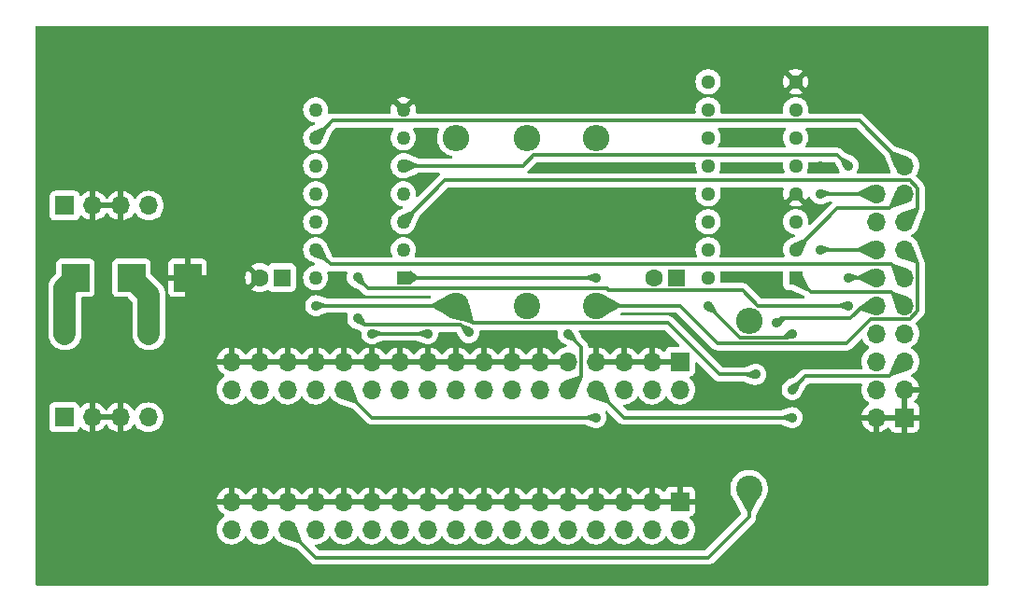
<source format=gtl>
G04 #@! TF.GenerationSoftware,KiCad,Pcbnew,8.0.3*
G04 #@! TF.CreationDate,2024-06-26T21:01:39-07:00*
G04 #@! TF.ProjectId,PCTGotekAdapter,50435447-6f74-4656-9b41-646170746572,B*
G04 #@! TF.SameCoordinates,Original*
G04 #@! TF.FileFunction,Copper,L1,Top*
G04 #@! TF.FilePolarity,Positive*
%FSLAX46Y46*%
G04 Gerber Fmt 4.6, Leading zero omitted, Abs format (unit mm)*
G04 Created by KiCad (PCBNEW 8.0.3) date 2024-06-26 21:01:39*
%MOMM*%
%LPD*%
G01*
G04 APERTURE LIST*
G04 #@! TA.AperFunction,ComponentPad*
%ADD10R,1.600000X1.600000*%
G04 #@! TD*
G04 #@! TA.AperFunction,ComponentPad*
%ADD11C,1.600000*%
G04 #@! TD*
G04 #@! TA.AperFunction,ComponentPad*
%ADD12R,1.700000X1.700000*%
G04 #@! TD*
G04 #@! TA.AperFunction,ComponentPad*
%ADD13O,1.700000X1.700000*%
G04 #@! TD*
G04 #@! TA.AperFunction,ComponentPad*
%ADD14C,0.800000*%
G04 #@! TD*
G04 #@! TA.AperFunction,ComponentPad*
%ADD15C,6.400000*%
G04 #@! TD*
G04 #@! TA.AperFunction,ComponentPad*
%ADD16C,2.400000*%
G04 #@! TD*
G04 #@! TA.AperFunction,ComponentPad*
%ADD17O,2.400000X2.400000*%
G04 #@! TD*
G04 #@! TA.AperFunction,ComponentPad*
%ADD18R,1.280000X1.280000*%
G04 #@! TD*
G04 #@! TA.AperFunction,ComponentPad*
%ADD19C,1.280000*%
G04 #@! TD*
G04 #@! TA.AperFunction,ComponentPad*
%ADD20R,1.270000X1.270000*%
G04 #@! TD*
G04 #@! TA.AperFunction,ComponentPad*
%ADD21C,1.270000*%
G04 #@! TD*
G04 #@! TA.AperFunction,ComponentPad*
%ADD22C,1.000000*%
G04 #@! TD*
G04 #@! TA.AperFunction,SMDPad,CuDef*
%ADD23R,2.500000X2.500000*%
G04 #@! TD*
G04 #@! TA.AperFunction,ViaPad*
%ADD24C,0.900000*%
G04 #@! TD*
G04 #@! TA.AperFunction,Conductor*
%ADD25C,0.300000*%
G04 #@! TD*
G04 #@! TA.AperFunction,Conductor*
%ADD26C,2.000000*%
G04 #@! TD*
G04 APERTURE END LIST*
D10*
X182537298Y-96520000D03*
D11*
X180537298Y-96520000D03*
D12*
X203200000Y-109220000D03*
D13*
X200660000Y-109220000D03*
X203200000Y-106680000D03*
X200660000Y-106680000D03*
X203200000Y-104140000D03*
X200660000Y-104140000D03*
X203200000Y-101600000D03*
X200660000Y-101600000D03*
X203200000Y-99060000D03*
X200660000Y-99060000D03*
X203200000Y-96520000D03*
X200660000Y-96520000D03*
X203200000Y-93980000D03*
X200660000Y-93980000D03*
X203200000Y-91440000D03*
X200660000Y-91440000D03*
X203200000Y-88900000D03*
X200660000Y-88900000D03*
X203200000Y-86360000D03*
D14*
X127982944Y-79582944D03*
X128685888Y-77885888D03*
X128685888Y-81280000D03*
X130382944Y-77182944D03*
D15*
X130382944Y-79582944D03*
D14*
X130382944Y-81982944D03*
X132080000Y-77885888D03*
X132080000Y-81280000D03*
X132782944Y-79582944D03*
D12*
X127121518Y-89985866D03*
D13*
X129661518Y-89985866D03*
X132201518Y-89985866D03*
X134741518Y-89985866D03*
D14*
X127982944Y-118537056D03*
X128685888Y-116840000D03*
X128685888Y-120234112D03*
X130382944Y-116137056D03*
D15*
X130382944Y-118537056D03*
D14*
X130382944Y-120937056D03*
X132080000Y-116840000D03*
X132080000Y-120234112D03*
X132782944Y-118537056D03*
D16*
X168970731Y-99073586D03*
D17*
X168970731Y-83833586D03*
D12*
X182880000Y-104140000D03*
D13*
X182880000Y-106680000D03*
X180340000Y-104140000D03*
X180340000Y-106680000D03*
X177800000Y-104140000D03*
X177800000Y-106680000D03*
X175260000Y-104140000D03*
X175260000Y-106680000D03*
X172720000Y-104140000D03*
X172720000Y-106680000D03*
X170180000Y-104140000D03*
X170180000Y-106680000D03*
X167640000Y-104140000D03*
X167640000Y-106680000D03*
X165100000Y-104140000D03*
X165100000Y-106680000D03*
X162560000Y-104140000D03*
X162560000Y-106680000D03*
X160020000Y-104140000D03*
X160020000Y-106680000D03*
X157480000Y-104140000D03*
X157480000Y-106680000D03*
X154940000Y-104140000D03*
X154940000Y-106680000D03*
X152400000Y-104140000D03*
X152400000Y-106680000D03*
X149860000Y-104140000D03*
X149860000Y-106680000D03*
X147320000Y-104140000D03*
X147320000Y-106680000D03*
X144780000Y-104140000D03*
X144780000Y-106680000D03*
X142240000Y-104140000D03*
X142240000Y-106680000D03*
D16*
X189127578Y-115669743D03*
D17*
X189127578Y-100429743D03*
D16*
X175260000Y-99060000D03*
D17*
X175260000Y-83820000D03*
D18*
X193360000Y-96520000D03*
D19*
X193360000Y-93980000D03*
X193360000Y-91440000D03*
X193360000Y-88900000D03*
X193360000Y-86360000D03*
X193360000Y-83820000D03*
X193360000Y-81280000D03*
X193360000Y-78740000D03*
X185420000Y-78740000D03*
X185420000Y-81280000D03*
X185420000Y-83820000D03*
X185420000Y-86360000D03*
X185420000Y-88900000D03*
X185420000Y-91440000D03*
X185420000Y-93980000D03*
X185420000Y-96520000D03*
D20*
X157800000Y-96520000D03*
D21*
X157800000Y-93980000D03*
X157800000Y-91440000D03*
X157800000Y-88900000D03*
X157800000Y-86360000D03*
X157800000Y-83820000D03*
X157800000Y-81280000D03*
X149860000Y-81280000D03*
X149860000Y-83820000D03*
X149860000Y-86360000D03*
X149860000Y-88900000D03*
X149860000Y-91440000D03*
X149860000Y-93980000D03*
X149860000Y-96520000D03*
D12*
X182880000Y-116840000D03*
D13*
X182880000Y-119380000D03*
X180340000Y-116840000D03*
X180340000Y-119380000D03*
X177800000Y-116840000D03*
X177800000Y-119380000D03*
X175260000Y-116840000D03*
X175260000Y-119380000D03*
X172720000Y-116840000D03*
X172720000Y-119380000D03*
X170180000Y-116840000D03*
X170180000Y-119380000D03*
X167640000Y-116840000D03*
X167640000Y-119380000D03*
X165100000Y-116840000D03*
X165100000Y-119380000D03*
X162560000Y-116840000D03*
X162560000Y-119380000D03*
X160020000Y-116840000D03*
X160020000Y-119380000D03*
X157480000Y-116840000D03*
X157480000Y-119380000D03*
X154940000Y-116840000D03*
X154940000Y-119380000D03*
X152400000Y-116840000D03*
X152400000Y-119380000D03*
X149860000Y-116840000D03*
X149860000Y-119380000D03*
X147320000Y-116840000D03*
X147320000Y-119380000D03*
X144780000Y-116840000D03*
X144780000Y-119380000D03*
X142240000Y-116840000D03*
X142240000Y-119380000D03*
D12*
X127070000Y-109195000D03*
D13*
X129610000Y-109195000D03*
X132150000Y-109195000D03*
X134690000Y-109195000D03*
D10*
X146780000Y-96520000D03*
D11*
X144780000Y-96520000D03*
D14*
X202497056Y-79582944D03*
X203200000Y-77885888D03*
X203200000Y-81280000D03*
X204897056Y-77182944D03*
D15*
X204897056Y-79582944D03*
D14*
X204897056Y-81982944D03*
D22*
X206594112Y-77885888D03*
D14*
X206594112Y-81280000D03*
X207297056Y-79582944D03*
X202497056Y-118537056D03*
X203200000Y-116840000D03*
X203200000Y-120234112D03*
X204897056Y-116137056D03*
D15*
X204897056Y-118537056D03*
D14*
X204897056Y-120937056D03*
X206594112Y-116840000D03*
X206594112Y-120234112D03*
X207297056Y-118537056D03*
D16*
X162560000Y-99060000D03*
D17*
X162560000Y-83820000D03*
D23*
X138250000Y-96520000D03*
X133170000Y-96520000D03*
X128090000Y-96520000D03*
D24*
X190688406Y-86548406D03*
X187960000Y-83820000D03*
X198120000Y-83820000D03*
X174549792Y-86546080D03*
X190688406Y-96659560D03*
X195580000Y-86360000D03*
X139700000Y-101600000D03*
X134741518Y-101600000D03*
X172720000Y-101600000D03*
X193040000Y-101600000D03*
X175260000Y-96520000D03*
X193040000Y-106680000D03*
X185420000Y-99060000D03*
X198120000Y-86360000D03*
X154940000Y-101600000D03*
X160020000Y-101600000D03*
X198120000Y-96520000D03*
X198120000Y-99060000D03*
X153637770Y-96487427D03*
X163734681Y-101502281D03*
X153670342Y-100232624D03*
X195580000Y-93980000D03*
X193040000Y-109220000D03*
X175260000Y-109220000D03*
X191638922Y-100608341D03*
X189718250Y-105311938D03*
X149860000Y-99060000D03*
X195580000Y-88900000D03*
X127121518Y-101600000D03*
D25*
X194700000Y-97860000D02*
X202000000Y-97860000D01*
X202000000Y-97860000D02*
X203200000Y-99060000D01*
X193360000Y-96520000D02*
X194700000Y-97860000D01*
X197100000Y-90240000D02*
X201860000Y-90240000D01*
X201860000Y-90240000D02*
X203200000Y-88900000D01*
X193360000Y-93980000D02*
X197100000Y-90240000D01*
D26*
X139700000Y-101600000D02*
X139700000Y-97970000D01*
X139700000Y-97970000D02*
X138250000Y-96520000D01*
X134741518Y-98091518D02*
X133170000Y-96520000D01*
X134741518Y-101600000D02*
X134741518Y-98091518D01*
D25*
X172720000Y-101600000D02*
X173920000Y-102800000D01*
X173920000Y-105480000D02*
X172720000Y-106680000D01*
X173920000Y-102800000D02*
X173920000Y-105480000D01*
X157800000Y-96520000D02*
X175260000Y-96520000D01*
X194240000Y-105480000D02*
X201860000Y-105480000D01*
X201860000Y-105480000D02*
X203200000Y-104140000D01*
X192660257Y-101979743D02*
X193040000Y-101600000D01*
X185420000Y-99060000D02*
X188339743Y-101979743D01*
X188339743Y-101979743D02*
X192660257Y-101979743D01*
X193040000Y-106680000D02*
X194240000Y-105480000D01*
X204400000Y-88402943D02*
X203697057Y-87700000D01*
X203200000Y-91440000D02*
X204400000Y-90240000D01*
X203697057Y-87700000D02*
X161540000Y-87700000D01*
X161540000Y-87700000D02*
X157800000Y-91440000D01*
X204400000Y-90240000D02*
X204400000Y-88402943D01*
X197130000Y-85370000D02*
X169626349Y-85370000D01*
X198120000Y-86360000D02*
X197130000Y-85370000D01*
X168636349Y-86360000D02*
X157800000Y-86360000D01*
X169626349Y-85370000D02*
X168636349Y-86360000D01*
X151410000Y-82270000D02*
X149860000Y-83820000D01*
X203200000Y-86360000D02*
X199110000Y-82270000D01*
X199110000Y-82270000D02*
X151410000Y-82270000D01*
X160020000Y-101600000D02*
X154940000Y-101600000D01*
X153637770Y-96520000D02*
X153637770Y-96487427D01*
X153637770Y-96487427D02*
X153605197Y-96487427D01*
X198120000Y-99060000D02*
X189949867Y-99060000D01*
X189949867Y-99060000D02*
X188559867Y-97670000D01*
X188559867Y-97670000D02*
X176410000Y-97670000D01*
X176410000Y-97670000D02*
X176245000Y-97505000D01*
X176245000Y-97505000D02*
X154622770Y-97505000D01*
X153605197Y-96487427D02*
X153588910Y-96471140D01*
X154622770Y-97505000D02*
X153637770Y-96520000D01*
X200660000Y-96520000D02*
X198120000Y-96520000D01*
X163032400Y-100800000D02*
X154237718Y-100800000D01*
X154237718Y-100800000D02*
X153670342Y-100232624D01*
X163734681Y-101502281D02*
X163032400Y-100800000D01*
X202000000Y-95320000D02*
X203200000Y-96520000D01*
X149860000Y-93980000D02*
X151200000Y-95320000D01*
X151200000Y-95320000D02*
X202000000Y-95320000D01*
X200660000Y-93980000D02*
X195580000Y-93980000D01*
X193040000Y-109220000D02*
X177800000Y-109220000D01*
X177800000Y-109220000D02*
X175260000Y-106680000D01*
X204400000Y-99557057D02*
X203697057Y-100260000D01*
X203200000Y-93980000D02*
X204400000Y-95180000D01*
X182880000Y-99060000D02*
X175260000Y-99060000D01*
X204400000Y-95180000D02*
X204400000Y-99557057D01*
X154940000Y-109220000D02*
X152400000Y-106680000D01*
X175260000Y-109220000D02*
X154940000Y-109220000D01*
X200162943Y-100260000D02*
X197943200Y-102479743D01*
X197943200Y-102479743D02*
X186299743Y-102479743D01*
X203697057Y-100260000D02*
X200162943Y-100260000D01*
X186299743Y-102479743D02*
X182880000Y-99060000D01*
X164123586Y-100623586D02*
X162560000Y-99060000D01*
X191638922Y-100608341D02*
X192014639Y-100232624D01*
X181763586Y-100623586D02*
X164123586Y-100623586D01*
X192014639Y-100232624D02*
X198285295Y-100232624D01*
X200660000Y-99060000D02*
X200655837Y-99060000D01*
X186451938Y-105311938D02*
X181763586Y-100623586D01*
X199457919Y-99060000D02*
X200660000Y-99060000D01*
X198285295Y-100232624D02*
X199457919Y-99060000D01*
X162560000Y-99060000D02*
X149860000Y-99060000D01*
X189718250Y-105311938D02*
X186451938Y-105311938D01*
X200660000Y-88900000D02*
X195580000Y-88900000D01*
X189127578Y-118212422D02*
X189127578Y-115669743D01*
X147320000Y-119380000D02*
X149860000Y-121920000D01*
X185420000Y-121920000D02*
X189127578Y-118212422D01*
X149860000Y-121920000D02*
X185420000Y-121920000D01*
D26*
X127121518Y-101600000D02*
X127121518Y-97488482D01*
X127121518Y-97488482D02*
X128090000Y-96520000D01*
G04 #@! TA.AperFunction,Conductor*
G36*
X175086228Y-96108472D02*
G01*
X175092094Y-96114581D01*
X175259125Y-96515500D01*
X175259144Y-96524455D01*
X175259125Y-96524500D01*
X175092094Y-96925418D01*
X175085749Y-96931737D01*
X175077281Y-96931908D01*
X174367687Y-96672806D01*
X174361091Y-96666750D01*
X174360000Y-96661816D01*
X174360000Y-96378183D01*
X174363427Y-96369910D01*
X174367687Y-96367193D01*
X175077283Y-96108091D01*
X175086228Y-96108472D01*
G37*
G04 #@! TD.AperFunction*
G04 #@! TA.AperFunction,Conductor*
G36*
X175086228Y-108808472D02*
G01*
X175092094Y-108814581D01*
X175259125Y-109215500D01*
X175259144Y-109224455D01*
X175259125Y-109224500D01*
X175092094Y-109625418D01*
X175085749Y-109631737D01*
X175077281Y-109631908D01*
X174367687Y-109372806D01*
X174361091Y-109366750D01*
X174360000Y-109361816D01*
X174360000Y-109078183D01*
X174363427Y-109069910D01*
X174367687Y-109067193D01*
X175077283Y-108808091D01*
X175086228Y-108808472D01*
G37*
G04 #@! TD.AperFunction*
G04 #@! TA.AperFunction,Conductor*
G36*
X200339203Y-88125519D02*
G01*
X200339387Y-88125938D01*
X200659134Y-88895511D01*
X200659143Y-88904466D01*
X200659134Y-88904489D01*
X200339387Y-89674061D01*
X200333048Y-89680386D01*
X200324093Y-89680377D01*
X200323674Y-89680193D01*
X198966792Y-89053138D01*
X198960719Y-89046556D01*
X198960000Y-89042517D01*
X198960000Y-88757482D01*
X198963427Y-88749209D01*
X198966792Y-88746861D01*
X200323674Y-88119806D01*
X200332621Y-88119446D01*
X200339203Y-88125519D01*
G37*
G04 #@! TD.AperFunction*
G04 #@! TA.AperFunction,Conductor*
G36*
X194160811Y-92971814D02*
G01*
X194164496Y-92974304D01*
X194365695Y-93175503D01*
X194369122Y-93183776D01*
X194368277Y-93188142D01*
X193955687Y-94213965D01*
X193949420Y-94220362D01*
X193940466Y-94220454D01*
X193940370Y-94220415D01*
X193363791Y-93982562D01*
X193357450Y-93976239D01*
X193357437Y-93976208D01*
X193119584Y-93399629D01*
X193119597Y-93390674D01*
X193125938Y-93384351D01*
X194151859Y-92971722D01*
X194160811Y-92971814D01*
G37*
G04 #@! TD.AperFunction*
G04 #@! TA.AperFunction,Conductor*
G36*
X158443128Y-95891208D02*
G01*
X159065402Y-96366488D01*
X159069896Y-96374233D01*
X159070000Y-96375786D01*
X159070000Y-96664213D01*
X159066573Y-96672486D01*
X159065402Y-96673511D01*
X158443130Y-97148790D01*
X158434475Y-97151088D01*
X158427761Y-97147772D01*
X157807293Y-96528280D01*
X157803860Y-96520009D01*
X157807280Y-96511733D01*
X157807293Y-96511720D01*
X157943441Y-96375786D01*
X158427762Y-95892226D01*
X158436037Y-95888807D01*
X158443128Y-95891208D01*
G37*
G04 #@! TD.AperFunction*
G04 #@! TA.AperFunction,Conductor*
G36*
X154051812Y-96319627D02*
G01*
X154058063Y-96325812D01*
X154357579Y-97023520D01*
X154357694Y-97032474D01*
X154355101Y-97036408D01*
X154154523Y-97236986D01*
X154146250Y-97240413D01*
X154141040Y-97239188D01*
X153933997Y-97136195D01*
X153475319Y-96908026D01*
X153469438Y-96901274D01*
X153469710Y-96893098D01*
X153635207Y-96491225D01*
X153641524Y-96484882D01*
X154042858Y-96319608D01*
X154051812Y-96319627D01*
G37*
G04 #@! TD.AperFunction*
G04 #@! TA.AperFunction,Conductor*
G36*
X159846228Y-101188472D02*
G01*
X159852094Y-101194581D01*
X160019125Y-101595500D01*
X160019144Y-101604455D01*
X160019125Y-101604500D01*
X159852094Y-102005418D01*
X159845749Y-102011737D01*
X159837281Y-102011908D01*
X159127687Y-101752806D01*
X159121091Y-101746750D01*
X159120000Y-101741816D01*
X159120000Y-101458183D01*
X159123427Y-101449910D01*
X159127687Y-101447193D01*
X159837283Y-101188091D01*
X159846228Y-101188472D01*
G37*
G04 #@! TD.AperFunction*
G04 #@! TA.AperFunction,Conductor*
G36*
X193998442Y-96259253D02*
G01*
X194004634Y-96265287D01*
X194555333Y-97499131D01*
X194555576Y-97508083D01*
X194552922Y-97512173D01*
X194352173Y-97712922D01*
X194343900Y-97716349D01*
X194339131Y-97715333D01*
X193105287Y-97164634D01*
X193099129Y-97158133D01*
X193099240Y-97149490D01*
X193357438Y-96523787D01*
X193363758Y-96517450D01*
X193989489Y-96259241D01*
X193998442Y-96259253D01*
G37*
G04 #@! TD.AperFunction*
G04 #@! TA.AperFunction,Conductor*
G36*
X150752313Y-98907193D02*
G01*
X150758909Y-98913249D01*
X150760000Y-98918183D01*
X150760000Y-99201816D01*
X150756573Y-99210089D01*
X150752313Y-99212806D01*
X150042718Y-99471908D01*
X150033771Y-99471527D01*
X150027905Y-99465418D01*
X149860873Y-99064498D01*
X149860855Y-99055547D01*
X150027905Y-98654580D01*
X150034250Y-98648262D01*
X150042716Y-98648091D01*
X150752313Y-98907193D01*
G37*
G04 #@! TD.AperFunction*
G04 #@! TA.AperFunction,Conductor*
G36*
X185834355Y-98892071D02*
G01*
X185840464Y-98897937D01*
X186159011Y-99582909D01*
X186159392Y-99591856D01*
X186156675Y-99596116D01*
X185956116Y-99796675D01*
X185947843Y-99800102D01*
X185942909Y-99799011D01*
X185497463Y-99591856D01*
X185257936Y-99480463D01*
X185251881Y-99473868D01*
X185252051Y-99465401D01*
X185417437Y-99063798D01*
X185423754Y-99057455D01*
X185825401Y-98892052D01*
X185834355Y-98892071D01*
G37*
G04 #@! TD.AperFunction*
G04 #@! TA.AperFunction,Conductor*
G36*
X197597087Y-85620987D02*
G01*
X198282062Y-85939536D01*
X198288118Y-85946131D01*
X198287947Y-85954599D01*
X198122563Y-86356199D01*
X198116244Y-86362544D01*
X198116199Y-86362563D01*
X197714599Y-86527947D01*
X197705644Y-86527928D01*
X197699536Y-86522063D01*
X197380987Y-85837088D01*
X197380607Y-85828143D01*
X197383322Y-85823885D01*
X197583884Y-85623323D01*
X197592156Y-85619897D01*
X197597087Y-85620987D01*
G37*
G04 #@! TD.AperFunction*
G04 #@! TA.AperFunction,Conductor*
G36*
X192866228Y-108808472D02*
G01*
X192872094Y-108814581D01*
X193039125Y-109215500D01*
X193039144Y-109224455D01*
X193039125Y-109224500D01*
X192872094Y-109625418D01*
X192865749Y-109631737D01*
X192857281Y-109631908D01*
X192147687Y-109372806D01*
X192141091Y-109366750D01*
X192140000Y-109361816D01*
X192140000Y-109078183D01*
X192143427Y-109069910D01*
X192147687Y-109067193D01*
X192857283Y-108808091D01*
X192866228Y-108808472D01*
G37*
G04 #@! TD.AperFunction*
G04 #@! TA.AperFunction,Conductor*
G36*
X189544478Y-104900410D02*
G01*
X189550344Y-104906519D01*
X189717375Y-105307438D01*
X189717394Y-105316393D01*
X189717375Y-105316438D01*
X189550344Y-105717356D01*
X189543999Y-105723675D01*
X189535531Y-105723846D01*
X188825937Y-105464744D01*
X188819341Y-105458688D01*
X188818250Y-105453754D01*
X188818250Y-105170121D01*
X188821677Y-105161848D01*
X188825937Y-105159131D01*
X189535533Y-104900029D01*
X189544478Y-104900410D01*
G37*
G04 #@! TD.AperFunction*
G04 #@! TA.AperFunction,Conductor*
G36*
X163211768Y-100763268D02*
G01*
X163896743Y-101081817D01*
X163902799Y-101088412D01*
X163902628Y-101096880D01*
X163737244Y-101498480D01*
X163730925Y-101504825D01*
X163730880Y-101504844D01*
X163329280Y-101670228D01*
X163320325Y-101670209D01*
X163314217Y-101664344D01*
X162995668Y-100979369D01*
X162995288Y-100970424D01*
X162998003Y-100966166D01*
X163198565Y-100765604D01*
X163206837Y-100762178D01*
X163211768Y-100763268D01*
G37*
G04 #@! TD.AperFunction*
G04 #@! TA.AperFunction,Conductor*
G36*
X148103006Y-119059372D02*
G01*
X148109331Y-119065711D01*
X148109498Y-119066138D01*
X148625564Y-120468993D01*
X148625204Y-120477940D01*
X148622856Y-120481305D01*
X148421305Y-120682856D01*
X148413032Y-120686283D01*
X148408993Y-120685564D01*
X147006138Y-120169498D01*
X146999556Y-120163425D01*
X146999196Y-120154478D01*
X146999363Y-120154051D01*
X147317438Y-119383783D01*
X147323759Y-119377448D01*
X148094051Y-119059363D01*
X148103006Y-119059372D01*
G37*
G04 #@! TD.AperFunction*
G04 #@! TA.AperFunction,Conductor*
G36*
X199012313Y-96367193D02*
G01*
X199018909Y-96373249D01*
X199020000Y-96378183D01*
X199020000Y-96661816D01*
X199016573Y-96670089D01*
X199012313Y-96672806D01*
X198302718Y-96931908D01*
X198293771Y-96931527D01*
X198287905Y-96925418D01*
X198120873Y-96524498D01*
X198120855Y-96515547D01*
X198287905Y-96114580D01*
X198294250Y-96108262D01*
X198302716Y-96108091D01*
X199012313Y-96367193D01*
G37*
G04 #@! TD.AperFunction*
G04 #@! TA.AperFunction,Conductor*
G36*
X204541476Y-90240482D02*
G01*
X204544903Y-90248755D01*
X204544178Y-90252810D01*
X203989509Y-91753884D01*
X203983427Y-91760457D01*
X203974479Y-91760804D01*
X203974068Y-91760643D01*
X203204488Y-91442853D01*
X203198150Y-91436529D01*
X202879650Y-90666621D01*
X202879654Y-90657666D01*
X202885988Y-90651337D01*
X202887043Y-90650959D01*
X204248337Y-90237559D01*
X204251737Y-90237055D01*
X204533203Y-90237055D01*
X204541476Y-90240482D01*
G37*
G04 #@! TD.AperFunction*
G04 #@! TA.AperFunction,Conductor*
G36*
X202111001Y-85054434D02*
G01*
X203431286Y-85540124D01*
X203513861Y-85570501D01*
X203520443Y-85576574D01*
X203520803Y-85585521D01*
X203520636Y-85585948D01*
X203202562Y-86356214D01*
X203196237Y-86362553D01*
X203196214Y-86362562D01*
X202425948Y-86680636D01*
X202416993Y-86680627D01*
X202410668Y-86674288D01*
X202410501Y-86673861D01*
X202293649Y-86356214D01*
X201894435Y-85271004D01*
X201894795Y-85262059D01*
X201897140Y-85258697D01*
X202098695Y-85057142D01*
X202106967Y-85053716D01*
X202111001Y-85054434D01*
G37*
G04 #@! TD.AperFunction*
G04 #@! TA.AperFunction,Conductor*
G36*
X192730097Y-101290199D02*
G01*
X192731191Y-101291162D01*
X193037549Y-101596560D01*
X193040989Y-101604827D01*
X193040989Y-101604871D01*
X193040023Y-102039512D01*
X193036578Y-102047778D01*
X193029572Y-102051119D01*
X192310243Y-102128352D01*
X192301651Y-102125828D01*
X192297361Y-102117968D01*
X192297294Y-102116719D01*
X192297294Y-101833745D01*
X192299745Y-101826579D01*
X192713683Y-101292281D01*
X192721458Y-101287841D01*
X192730097Y-101290199D01*
G37*
G04 #@! TD.AperFunction*
G04 #@! TA.AperFunction,Conductor*
G36*
X158053771Y-85777914D02*
G01*
X159062879Y-86206972D01*
X159069151Y-86213362D01*
X159070000Y-86217738D01*
X159070000Y-86502261D01*
X159066573Y-86510534D01*
X159062878Y-86513028D01*
X158053856Y-86942049D01*
X158044902Y-86942133D01*
X158038511Y-86935860D01*
X158038475Y-86935775D01*
X157862647Y-86513028D01*
X157800867Y-86364491D01*
X157800855Y-86355539D01*
X158038475Y-85784223D01*
X158044816Y-85777901D01*
X158053771Y-85777914D01*
G37*
G04 #@! TD.AperFunction*
G04 #@! TA.AperFunction,Conductor*
G36*
X150444717Y-93741506D02*
G01*
X150451040Y-93747847D01*
X150451075Y-93747933D01*
X150861196Y-94764782D01*
X150861112Y-94773736D01*
X150858618Y-94777431D01*
X150657431Y-94978618D01*
X150649158Y-94982045D01*
X150644782Y-94981196D01*
X149627933Y-94571075D01*
X149621542Y-94564802D01*
X149621458Y-94555848D01*
X149621493Y-94555762D01*
X149857437Y-93983790D01*
X149863759Y-93977450D01*
X150435762Y-93741493D01*
X150444717Y-93741506D01*
G37*
G04 #@! TD.AperFunction*
G04 #@! TA.AperFunction,Conductor*
G36*
X176043006Y-106359372D02*
G01*
X176049331Y-106365711D01*
X176049498Y-106366138D01*
X176565564Y-107768993D01*
X176565204Y-107777940D01*
X176562856Y-107781305D01*
X176361305Y-107982856D01*
X176353032Y-107986283D01*
X176348993Y-107985564D01*
X174946138Y-107469498D01*
X174939556Y-107463425D01*
X174939196Y-107454478D01*
X174939363Y-107454051D01*
X175257438Y-106683783D01*
X175263759Y-106677448D01*
X176034051Y-106359363D01*
X176043006Y-106359372D01*
G37*
G04 #@! TD.AperFunction*
G04 #@! TA.AperFunction,Conductor*
G36*
X154084316Y-100064855D02*
G01*
X154090606Y-100071105D01*
X154158887Y-100232624D01*
X154330062Y-100637544D01*
X154334405Y-100647816D01*
X154335328Y-100652372D01*
X154335328Y-100933348D01*
X154331901Y-100941621D01*
X154323628Y-100945048D01*
X154319662Y-100944355D01*
X153509646Y-100652517D01*
X153503024Y-100646489D01*
X153502605Y-100637544D01*
X153502784Y-100637077D01*
X153667489Y-100237122D01*
X153673807Y-100230778D01*
X154075362Y-100064848D01*
X154084316Y-100064855D01*
G37*
G04 #@! TD.AperFunction*
G04 #@! TA.AperFunction,Conductor*
G36*
X174061476Y-105480482D02*
G01*
X174064903Y-105488755D01*
X174064178Y-105492810D01*
X173509509Y-106993884D01*
X173503427Y-107000457D01*
X173494479Y-107000804D01*
X173494068Y-107000643D01*
X172724488Y-106682853D01*
X172718150Y-106676529D01*
X172399650Y-105906621D01*
X172399654Y-105897666D01*
X172405988Y-105891337D01*
X172407043Y-105890959D01*
X173768337Y-105477559D01*
X173771737Y-105477055D01*
X174053203Y-105477055D01*
X174061476Y-105480482D01*
G37*
G04 #@! TD.AperFunction*
G04 #@! TA.AperFunction,Conductor*
G36*
X203983023Y-93659365D02*
G01*
X203989348Y-93665704D01*
X203989509Y-93666115D01*
X204544178Y-95167190D01*
X204543831Y-95176138D01*
X204537258Y-95182220D01*
X204533203Y-95182945D01*
X204251737Y-95182945D01*
X204248337Y-95182440D01*
X202887061Y-94769046D01*
X202880141Y-94763363D01*
X202879266Y-94754451D01*
X202879650Y-94753378D01*
X203198144Y-93983485D01*
X203204471Y-93977153D01*
X203974068Y-93659356D01*
X203983023Y-93659365D01*
G37*
G04 #@! TD.AperFunction*
G04 #@! TA.AperFunction,Conductor*
G36*
X196472313Y-93827193D02*
G01*
X196478909Y-93833249D01*
X196480000Y-93838183D01*
X196480000Y-94121816D01*
X196476573Y-94130089D01*
X196472313Y-94132806D01*
X195762718Y-94391908D01*
X195753771Y-94391527D01*
X195747905Y-94385418D01*
X195580873Y-93984498D01*
X195580855Y-93975547D01*
X195747905Y-93574580D01*
X195754250Y-93568262D01*
X195762716Y-93568091D01*
X196472313Y-93827193D01*
G37*
G04 #@! TD.AperFunction*
G04 #@! TA.AperFunction,Conductor*
G36*
X163712257Y-98803863D02*
G01*
X163717226Y-98810460D01*
X164210051Y-100493212D01*
X164209088Y-100502114D01*
X164207096Y-100504773D01*
X164004734Y-100707135D01*
X163996461Y-100710562D01*
X163993251Y-100710113D01*
X163173185Y-100476154D01*
X163170546Y-100475036D01*
X163170068Y-100474760D01*
X163167688Y-100473386D01*
X163167687Y-100473385D01*
X163167684Y-100473384D01*
X163167685Y-100473384D01*
X163098593Y-100454871D01*
X163098411Y-100454821D01*
X162361759Y-100244661D01*
X162354744Y-100239096D01*
X162353445Y-100231387D01*
X162557944Y-99066973D01*
X162562750Y-99059420D01*
X162566898Y-99057584D01*
X163703436Y-98802332D01*
X163712257Y-98803863D01*
G37*
G04 #@! TD.AperFunction*
G04 #@! TA.AperFunction,Conductor*
G36*
X155832313Y-101447193D02*
G01*
X155838909Y-101453249D01*
X155840000Y-101458183D01*
X155840000Y-101741816D01*
X155836573Y-101750089D01*
X155832313Y-101752806D01*
X155122718Y-102011908D01*
X155113771Y-102011527D01*
X155107905Y-102005418D01*
X154940873Y-101604498D01*
X154940855Y-101595547D01*
X155107905Y-101194580D01*
X155114250Y-101188262D01*
X155122716Y-101188091D01*
X155832313Y-101447193D01*
G37*
G04 #@! TD.AperFunction*
G04 #@! TA.AperFunction,Conductor*
G36*
X153183006Y-106359372D02*
G01*
X153189331Y-106365711D01*
X153189498Y-106366138D01*
X153705564Y-107768993D01*
X153705204Y-107777940D01*
X153702856Y-107781305D01*
X153501305Y-107982856D01*
X153493032Y-107986283D01*
X153488993Y-107985564D01*
X152086138Y-107469498D01*
X152079556Y-107463425D01*
X152079196Y-107454478D01*
X152079363Y-107454051D01*
X152397438Y-106683783D01*
X152403759Y-106677448D01*
X153174051Y-106359363D01*
X153183006Y-106359372D01*
G37*
G04 #@! TD.AperFunction*
G04 #@! TA.AperFunction,Conductor*
G36*
X197946228Y-98648472D02*
G01*
X197952094Y-98654581D01*
X198119125Y-99055500D01*
X198119144Y-99064455D01*
X198119125Y-99064500D01*
X197952094Y-99465418D01*
X197945749Y-99471737D01*
X197937281Y-99471908D01*
X197227687Y-99212806D01*
X197221091Y-99206750D01*
X197220000Y-99201816D01*
X197220000Y-98918183D01*
X197223427Y-98909910D01*
X197227687Y-98907193D01*
X197937283Y-98648091D01*
X197946228Y-98648472D01*
G37*
G04 #@! TD.AperFunction*
G04 #@! TA.AperFunction,Conductor*
G36*
X193576116Y-105943324D02*
G01*
X193776675Y-106143883D01*
X193780102Y-106152156D01*
X193779011Y-106157090D01*
X193460464Y-106842062D01*
X193453868Y-106848118D01*
X193445400Y-106847947D01*
X193043800Y-106682563D01*
X193037455Y-106676244D01*
X192872052Y-106274598D01*
X192872071Y-106265644D01*
X192877935Y-106259536D01*
X193562911Y-105940987D01*
X193571856Y-105940607D01*
X193576116Y-105943324D01*
G37*
G04 #@! TD.AperFunction*
G04 #@! TA.AperFunction,Conductor*
G36*
X202425948Y-88579363D02*
G01*
X202442355Y-88586138D01*
X203196215Y-88897438D01*
X203202552Y-88903761D01*
X203202562Y-88903785D01*
X203520636Y-89674051D01*
X203520627Y-89683006D01*
X203514288Y-89689331D01*
X203513861Y-89689498D01*
X202111006Y-90205564D01*
X202102059Y-90205204D01*
X202098694Y-90202856D01*
X201897143Y-90001305D01*
X201893716Y-89993032D01*
X201894433Y-89988999D01*
X202410501Y-88586137D01*
X202416574Y-88579556D01*
X202425521Y-88579196D01*
X202425948Y-88579363D01*
G37*
G04 #@! TD.AperFunction*
G04 #@! TA.AperFunction,Conductor*
G36*
X189133829Y-115672696D02*
G01*
X190118288Y-116295354D01*
X190123448Y-116302672D01*
X190122293Y-116310867D01*
X189280909Y-117845437D01*
X189273927Y-117851044D01*
X189270650Y-117851512D01*
X188984506Y-117851512D01*
X188976233Y-117848085D01*
X188974247Y-117845437D01*
X188132862Y-116310867D01*
X188131889Y-116301965D01*
X188136865Y-116295355D01*
X189121325Y-115672697D01*
X189130148Y-115671172D01*
X189133829Y-115672696D01*
G37*
G04 #@! TD.AperFunction*
G04 #@! TA.AperFunction,Conductor*
G36*
X175916283Y-98065215D02*
G01*
X177453917Y-98906671D01*
X177459529Y-98913649D01*
X177460000Y-98916935D01*
X177460000Y-99203064D01*
X177456573Y-99211337D01*
X177453917Y-99213328D01*
X175916283Y-100054784D01*
X175907380Y-100055749D01*
X175900846Y-100050881D01*
X175263119Y-99066360D01*
X175261499Y-99057554D01*
X175263120Y-99053639D01*
X175900847Y-98069117D01*
X175908220Y-98064038D01*
X175916283Y-98065215D01*
G37*
G04 #@! TD.AperFunction*
G04 #@! TA.AperFunction,Conductor*
G36*
X202425948Y-103819363D02*
G01*
X202442355Y-103826138D01*
X203196215Y-104137438D01*
X203202552Y-104143761D01*
X203202562Y-104143785D01*
X203520636Y-104914051D01*
X203520627Y-104923006D01*
X203514288Y-104929331D01*
X203513861Y-104929498D01*
X202111006Y-105445564D01*
X202102059Y-105445204D01*
X202098694Y-105442856D01*
X201897143Y-105241305D01*
X201893716Y-105233032D01*
X201894433Y-105228999D01*
X202410501Y-103826137D01*
X202416574Y-103819556D01*
X202425521Y-103819196D01*
X202425948Y-103819363D01*
G37*
G04 #@! TD.AperFunction*
G04 #@! TA.AperFunction,Conductor*
G36*
X200339203Y-93205519D02*
G01*
X200339387Y-93205938D01*
X200659134Y-93975511D01*
X200659143Y-93984466D01*
X200659134Y-93984489D01*
X200339387Y-94754061D01*
X200333048Y-94760386D01*
X200324093Y-94760377D01*
X200323674Y-94760193D01*
X198966792Y-94133138D01*
X198960719Y-94126556D01*
X198960000Y-94122517D01*
X198960000Y-93837482D01*
X198963427Y-93829209D01*
X198966792Y-93826861D01*
X200323674Y-93199806D01*
X200332621Y-93199446D01*
X200339203Y-93205519D01*
G37*
G04 #@! TD.AperFunction*
G04 #@! TA.AperFunction,Conductor*
G36*
X200066361Y-98466344D02*
G01*
X200655162Y-99053761D01*
X200658599Y-99062030D01*
X200657706Y-99066526D01*
X200338735Y-99835614D01*
X200332401Y-99841943D01*
X200324655Y-99842365D01*
X199214782Y-99518985D01*
X199209782Y-99516025D01*
X199009016Y-99315259D01*
X199005589Y-99306986D01*
X199009016Y-99298713D01*
X199009973Y-99297856D01*
X200050793Y-98465489D01*
X200059392Y-98462999D01*
X200066361Y-98466344D01*
G37*
G04 #@! TD.AperFunction*
G04 #@! TA.AperFunction,Conductor*
G36*
X200339203Y-95745519D02*
G01*
X200339387Y-95745938D01*
X200659134Y-96515511D01*
X200659143Y-96524466D01*
X200659134Y-96524489D01*
X200339387Y-97294061D01*
X200333048Y-97300386D01*
X200324093Y-97300377D01*
X200323674Y-97300193D01*
X198966792Y-96673138D01*
X198960719Y-96666556D01*
X198960000Y-96662517D01*
X198960000Y-96377482D01*
X198963427Y-96369209D01*
X198966792Y-96366861D01*
X200323674Y-95739806D01*
X200332621Y-95739446D01*
X200339203Y-95745519D01*
G37*
G04 #@! TD.AperFunction*
G04 #@! TA.AperFunction,Conductor*
G36*
X173134355Y-101432071D02*
G01*
X173140464Y-101437937D01*
X173459011Y-102122909D01*
X173459392Y-102131856D01*
X173456675Y-102136116D01*
X173256116Y-102336675D01*
X173247843Y-102340102D01*
X173242909Y-102339011D01*
X172797463Y-102131856D01*
X172557936Y-102020463D01*
X172551881Y-102013868D01*
X172552051Y-102005401D01*
X172717437Y-101603798D01*
X172723754Y-101597455D01*
X173125401Y-101432052D01*
X173134355Y-101432071D01*
G37*
G04 #@! TD.AperFunction*
G04 #@! TA.AperFunction,Conductor*
G36*
X192378988Y-100086506D02*
G01*
X192383235Y-100094390D01*
X192383295Y-100095574D01*
X192383295Y-100378585D01*
X192380805Y-100385801D01*
X191965252Y-100916160D01*
X191957452Y-100920559D01*
X191948826Y-100918154D01*
X191947782Y-100917230D01*
X191874395Y-100844074D01*
X191641371Y-100611779D01*
X191637932Y-100603514D01*
X191638898Y-100168885D01*
X191642343Y-100160621D01*
X191649411Y-100157273D01*
X192370412Y-100083934D01*
X192378988Y-100086506D01*
G37*
G04 #@! TD.AperFunction*
G04 #@! TA.AperFunction,Conductor*
G36*
X196472313Y-88747193D02*
G01*
X196478909Y-88753249D01*
X196480000Y-88758183D01*
X196480000Y-89041816D01*
X196476573Y-89050089D01*
X196472313Y-89052806D01*
X195762718Y-89311908D01*
X195753771Y-89311527D01*
X195747905Y-89305418D01*
X195580873Y-88904498D01*
X195580855Y-88895547D01*
X195747905Y-88494580D01*
X195754250Y-88488262D01*
X195762716Y-88488091D01*
X196472313Y-88747193D01*
G37*
G04 #@! TD.AperFunction*
G04 #@! TA.AperFunction,Conductor*
G36*
X161919153Y-98069118D02*
G01*
X162556879Y-99053639D01*
X162558500Y-99062446D01*
X162556879Y-99066361D01*
X161919153Y-100050881D01*
X161911779Y-100055961D01*
X161903716Y-100054784D01*
X160366083Y-99213328D01*
X160360471Y-99206350D01*
X160360000Y-99203064D01*
X160360000Y-98916935D01*
X160363427Y-98908662D01*
X160366083Y-98906671D01*
X161903717Y-98065214D01*
X161912619Y-98064250D01*
X161919153Y-98069118D01*
G37*
G04 #@! TD.AperFunction*
G04 #@! TA.AperFunction,Conductor*
G36*
X202012806Y-95175820D02*
G01*
X203513885Y-95730491D01*
X203520457Y-95736572D01*
X203520804Y-95745520D01*
X203520643Y-95745931D01*
X203202853Y-96515511D01*
X203196528Y-96521850D01*
X203196512Y-96521856D01*
X202426621Y-96840349D01*
X202417666Y-96840345D01*
X202411337Y-96834011D01*
X202410957Y-96832950D01*
X201997560Y-95471662D01*
X201997055Y-95468262D01*
X201997055Y-95186796D01*
X202000482Y-95178523D01*
X202008755Y-95175096D01*
X202012806Y-95175820D01*
G37*
G04 #@! TD.AperFunction*
G04 #@! TA.AperFunction,Conductor*
G36*
X158593736Y-90438887D02*
G01*
X158597431Y-90441381D01*
X158798618Y-90642568D01*
X158802045Y-90650841D01*
X158801196Y-90655217D01*
X158391075Y-91672066D01*
X158384802Y-91678457D01*
X158375848Y-91678541D01*
X158375762Y-91678506D01*
X157803791Y-91442562D01*
X157797450Y-91436239D01*
X157797437Y-91436208D01*
X157561493Y-90864237D01*
X157561506Y-90855282D01*
X157567846Y-90848959D01*
X158584783Y-90438803D01*
X158593736Y-90438887D01*
G37*
G04 #@! TD.AperFunction*
G04 #@! TA.AperFunction,Conductor*
G36*
X202012806Y-97715820D02*
G01*
X203513885Y-98270491D01*
X203520457Y-98276572D01*
X203520804Y-98285520D01*
X203520643Y-98285931D01*
X203202853Y-99055511D01*
X203196528Y-99061850D01*
X203196512Y-99061856D01*
X202426621Y-99380349D01*
X202417666Y-99380345D01*
X202411337Y-99374011D01*
X202410957Y-99372950D01*
X201997560Y-98011662D01*
X201997055Y-98008262D01*
X201997055Y-97726796D01*
X202000482Y-97718523D01*
X202008755Y-97715096D01*
X202012806Y-97715820D01*
G37*
G04 #@! TD.AperFunction*
G04 #@! TA.AperFunction,Conductor*
G36*
X150653736Y-82818887D02*
G01*
X150657431Y-82821381D01*
X150858618Y-83022568D01*
X150862045Y-83030841D01*
X150861196Y-83035217D01*
X150451075Y-84052066D01*
X150444802Y-84058457D01*
X150435848Y-84058541D01*
X150435762Y-84058506D01*
X149863791Y-83822562D01*
X149857450Y-83816239D01*
X149857437Y-83816208D01*
X149621493Y-83244237D01*
X149621506Y-83235282D01*
X149627846Y-83228959D01*
X150644783Y-82818803D01*
X150653736Y-82818887D01*
G37*
G04 #@! TD.AperFunction*
G04 #@! TA.AperFunction,Conductor*
G36*
X210820000Y-124336000D02*
G01*
X210800315Y-124403039D01*
X210747511Y-124448794D01*
X210696000Y-124460000D01*
X200660000Y-124460000D01*
X200660000Y-114300000D01*
X210820000Y-114300000D01*
X210820000Y-124336000D01*
G37*
G04 #@! TD.AperFunction*
G04 #@! TA.AperFunction,Conductor*
G36*
X210763039Y-73679685D02*
G01*
X210808794Y-73732489D01*
X210820000Y-73784000D01*
X210820000Y-83820000D01*
X203200000Y-83820000D01*
X198120000Y-78740000D01*
X198120000Y-73660000D01*
X210696000Y-73660000D01*
X210763039Y-73679685D01*
G37*
G04 #@! TD.AperFunction*
G04 #@! TA.AperFunction,Conductor*
G36*
X134620000Y-124460000D02*
G01*
X124584000Y-124460000D01*
X124516961Y-124440315D01*
X124471206Y-124387511D01*
X124460000Y-124336000D01*
X124460000Y-114300000D01*
X134620000Y-114300000D01*
X134620000Y-124460000D01*
G37*
G04 #@! TD.AperFunction*
G04 #@! TA.AperFunction,Conductor*
G36*
X134620000Y-83820000D02*
G01*
X124460000Y-83820000D01*
X124460000Y-73784000D01*
X124479685Y-73716961D01*
X124532489Y-73671206D01*
X124584000Y-73660000D01*
X134620000Y-73660000D01*
X134620000Y-83820000D01*
G37*
G04 #@! TD.AperFunction*
G04 #@! TA.AperFunction,Conductor*
G36*
X144314075Y-116647007D02*
G01*
X144280000Y-116774174D01*
X144280000Y-116905826D01*
X144314075Y-117032993D01*
X144346988Y-117090000D01*
X142673012Y-117090000D01*
X142705925Y-117032993D01*
X142740000Y-116905826D01*
X142740000Y-116774174D01*
X142705925Y-116647007D01*
X142673012Y-116590000D01*
X144346988Y-116590000D01*
X144314075Y-116647007D01*
G37*
G04 #@! TD.AperFunction*
G04 #@! TA.AperFunction,Conductor*
G36*
X146854075Y-116647007D02*
G01*
X146820000Y-116774174D01*
X146820000Y-116905826D01*
X146854075Y-117032993D01*
X146886988Y-117090000D01*
X145213012Y-117090000D01*
X145245925Y-117032993D01*
X145280000Y-116905826D01*
X145280000Y-116774174D01*
X145245925Y-116647007D01*
X145213012Y-116590000D01*
X146886988Y-116590000D01*
X146854075Y-116647007D01*
G37*
G04 #@! TD.AperFunction*
G04 #@! TA.AperFunction,Conductor*
G36*
X149394075Y-116647007D02*
G01*
X149360000Y-116774174D01*
X149360000Y-116905826D01*
X149394075Y-117032993D01*
X149426988Y-117090000D01*
X147753012Y-117090000D01*
X147785925Y-117032993D01*
X147820000Y-116905826D01*
X147820000Y-116774174D01*
X147785925Y-116647007D01*
X147753012Y-116590000D01*
X149426988Y-116590000D01*
X149394075Y-116647007D01*
G37*
G04 #@! TD.AperFunction*
G04 #@! TA.AperFunction,Conductor*
G36*
X151934075Y-116647007D02*
G01*
X151900000Y-116774174D01*
X151900000Y-116905826D01*
X151934075Y-117032993D01*
X151966988Y-117090000D01*
X150293012Y-117090000D01*
X150325925Y-117032993D01*
X150360000Y-116905826D01*
X150360000Y-116774174D01*
X150325925Y-116647007D01*
X150293012Y-116590000D01*
X151966988Y-116590000D01*
X151934075Y-116647007D01*
G37*
G04 #@! TD.AperFunction*
G04 #@! TA.AperFunction,Conductor*
G36*
X154474075Y-116647007D02*
G01*
X154440000Y-116774174D01*
X154440000Y-116905826D01*
X154474075Y-117032993D01*
X154506988Y-117090000D01*
X152833012Y-117090000D01*
X152865925Y-117032993D01*
X152900000Y-116905826D01*
X152900000Y-116774174D01*
X152865925Y-116647007D01*
X152833012Y-116590000D01*
X154506988Y-116590000D01*
X154474075Y-116647007D01*
G37*
G04 #@! TD.AperFunction*
G04 #@! TA.AperFunction,Conductor*
G36*
X157014075Y-116647007D02*
G01*
X156980000Y-116774174D01*
X156980000Y-116905826D01*
X157014075Y-117032993D01*
X157046988Y-117090000D01*
X155373012Y-117090000D01*
X155405925Y-117032993D01*
X155440000Y-116905826D01*
X155440000Y-116774174D01*
X155405925Y-116647007D01*
X155373012Y-116590000D01*
X157046988Y-116590000D01*
X157014075Y-116647007D01*
G37*
G04 #@! TD.AperFunction*
G04 #@! TA.AperFunction,Conductor*
G36*
X159554075Y-116647007D02*
G01*
X159520000Y-116774174D01*
X159520000Y-116905826D01*
X159554075Y-117032993D01*
X159586988Y-117090000D01*
X157913012Y-117090000D01*
X157945925Y-117032993D01*
X157980000Y-116905826D01*
X157980000Y-116774174D01*
X157945925Y-116647007D01*
X157913012Y-116590000D01*
X159586988Y-116590000D01*
X159554075Y-116647007D01*
G37*
G04 #@! TD.AperFunction*
G04 #@! TA.AperFunction,Conductor*
G36*
X162094075Y-116647007D02*
G01*
X162060000Y-116774174D01*
X162060000Y-116905826D01*
X162094075Y-117032993D01*
X162126988Y-117090000D01*
X160453012Y-117090000D01*
X160485925Y-117032993D01*
X160520000Y-116905826D01*
X160520000Y-116774174D01*
X160485925Y-116647007D01*
X160453012Y-116590000D01*
X162126988Y-116590000D01*
X162094075Y-116647007D01*
G37*
G04 #@! TD.AperFunction*
G04 #@! TA.AperFunction,Conductor*
G36*
X164634075Y-116647007D02*
G01*
X164600000Y-116774174D01*
X164600000Y-116905826D01*
X164634075Y-117032993D01*
X164666988Y-117090000D01*
X162993012Y-117090000D01*
X163025925Y-117032993D01*
X163060000Y-116905826D01*
X163060000Y-116774174D01*
X163025925Y-116647007D01*
X162993012Y-116590000D01*
X164666988Y-116590000D01*
X164634075Y-116647007D01*
G37*
G04 #@! TD.AperFunction*
G04 #@! TA.AperFunction,Conductor*
G36*
X167174075Y-116647007D02*
G01*
X167140000Y-116774174D01*
X167140000Y-116905826D01*
X167174075Y-117032993D01*
X167206988Y-117090000D01*
X165533012Y-117090000D01*
X165565925Y-117032993D01*
X165600000Y-116905826D01*
X165600000Y-116774174D01*
X165565925Y-116647007D01*
X165533012Y-116590000D01*
X167206988Y-116590000D01*
X167174075Y-116647007D01*
G37*
G04 #@! TD.AperFunction*
G04 #@! TA.AperFunction,Conductor*
G36*
X169714075Y-116647007D02*
G01*
X169680000Y-116774174D01*
X169680000Y-116905826D01*
X169714075Y-117032993D01*
X169746988Y-117090000D01*
X168073012Y-117090000D01*
X168105925Y-117032993D01*
X168140000Y-116905826D01*
X168140000Y-116774174D01*
X168105925Y-116647007D01*
X168073012Y-116590000D01*
X169746988Y-116590000D01*
X169714075Y-116647007D01*
G37*
G04 #@! TD.AperFunction*
G04 #@! TA.AperFunction,Conductor*
G36*
X172254075Y-116647007D02*
G01*
X172220000Y-116774174D01*
X172220000Y-116905826D01*
X172254075Y-117032993D01*
X172286988Y-117090000D01*
X170613012Y-117090000D01*
X170645925Y-117032993D01*
X170680000Y-116905826D01*
X170680000Y-116774174D01*
X170645925Y-116647007D01*
X170613012Y-116590000D01*
X172286988Y-116590000D01*
X172254075Y-116647007D01*
G37*
G04 #@! TD.AperFunction*
G04 #@! TA.AperFunction,Conductor*
G36*
X174794075Y-116647007D02*
G01*
X174760000Y-116774174D01*
X174760000Y-116905826D01*
X174794075Y-117032993D01*
X174826988Y-117090000D01*
X173153012Y-117090000D01*
X173185925Y-117032993D01*
X173220000Y-116905826D01*
X173220000Y-116774174D01*
X173185925Y-116647007D01*
X173153012Y-116590000D01*
X174826988Y-116590000D01*
X174794075Y-116647007D01*
G37*
G04 #@! TD.AperFunction*
G04 #@! TA.AperFunction,Conductor*
G36*
X177334075Y-116647007D02*
G01*
X177300000Y-116774174D01*
X177300000Y-116905826D01*
X177334075Y-117032993D01*
X177366988Y-117090000D01*
X175693012Y-117090000D01*
X175725925Y-117032993D01*
X175760000Y-116905826D01*
X175760000Y-116774174D01*
X175725925Y-116647007D01*
X175693012Y-116590000D01*
X177366988Y-116590000D01*
X177334075Y-116647007D01*
G37*
G04 #@! TD.AperFunction*
G04 #@! TA.AperFunction,Conductor*
G36*
X179874075Y-116647007D02*
G01*
X179840000Y-116774174D01*
X179840000Y-116905826D01*
X179874075Y-117032993D01*
X179906988Y-117090000D01*
X178233012Y-117090000D01*
X178265925Y-117032993D01*
X178300000Y-116905826D01*
X178300000Y-116774174D01*
X178265925Y-116647007D01*
X178233012Y-116590000D01*
X179906988Y-116590000D01*
X179874075Y-116647007D01*
G37*
G04 #@! TD.AperFunction*
G04 #@! TA.AperFunction,Conductor*
G36*
X182414075Y-116647007D02*
G01*
X182380000Y-116774174D01*
X182380000Y-116905826D01*
X182414075Y-117032993D01*
X182446988Y-117090000D01*
X180773012Y-117090000D01*
X180805925Y-117032993D01*
X180840000Y-116905826D01*
X180840000Y-116774174D01*
X180805925Y-116647007D01*
X180773012Y-116590000D01*
X182446988Y-116590000D01*
X182414075Y-116647007D01*
G37*
G04 #@! TD.AperFunction*
G04 #@! TA.AperFunction,Conductor*
G36*
X202734075Y-109027007D02*
G01*
X202700000Y-109154174D01*
X202700000Y-109285826D01*
X202734075Y-109412993D01*
X202766988Y-109470000D01*
X201093012Y-109470000D01*
X201125925Y-109412993D01*
X201160000Y-109285826D01*
X201160000Y-109154174D01*
X201125925Y-109027007D01*
X201093012Y-108970000D01*
X202766988Y-108970000D01*
X202734075Y-109027007D01*
G37*
G04 #@! TD.AperFunction*
G04 #@! TA.AperFunction,Conductor*
G36*
X203450000Y-108786988D02*
G01*
X203392993Y-108754075D01*
X203265826Y-108720000D01*
X203134174Y-108720000D01*
X203007007Y-108754075D01*
X202950000Y-108786988D01*
X202950000Y-107113012D01*
X203007007Y-107145925D01*
X203134174Y-107180000D01*
X203265826Y-107180000D01*
X203392993Y-107145925D01*
X203450000Y-107113012D01*
X203450000Y-108786988D01*
G37*
G04 #@! TD.AperFunction*
G04 #@! TA.AperFunction,Conductor*
G36*
X144314075Y-103947007D02*
G01*
X144280000Y-104074174D01*
X144280000Y-104205826D01*
X144314075Y-104332993D01*
X144346988Y-104390000D01*
X142673012Y-104390000D01*
X142705925Y-104332993D01*
X142740000Y-104205826D01*
X142740000Y-104074174D01*
X142705925Y-103947007D01*
X142673012Y-103890000D01*
X144346988Y-103890000D01*
X144314075Y-103947007D01*
G37*
G04 #@! TD.AperFunction*
G04 #@! TA.AperFunction,Conductor*
G36*
X146854075Y-103947007D02*
G01*
X146820000Y-104074174D01*
X146820000Y-104205826D01*
X146854075Y-104332993D01*
X146886988Y-104390000D01*
X145213012Y-104390000D01*
X145245925Y-104332993D01*
X145280000Y-104205826D01*
X145280000Y-104074174D01*
X145245925Y-103947007D01*
X145213012Y-103890000D01*
X146886988Y-103890000D01*
X146854075Y-103947007D01*
G37*
G04 #@! TD.AperFunction*
G04 #@! TA.AperFunction,Conductor*
G36*
X149394075Y-103947007D02*
G01*
X149360000Y-104074174D01*
X149360000Y-104205826D01*
X149394075Y-104332993D01*
X149426988Y-104390000D01*
X147753012Y-104390000D01*
X147785925Y-104332993D01*
X147820000Y-104205826D01*
X147820000Y-104074174D01*
X147785925Y-103947007D01*
X147753012Y-103890000D01*
X149426988Y-103890000D01*
X149394075Y-103947007D01*
G37*
G04 #@! TD.AperFunction*
G04 #@! TA.AperFunction,Conductor*
G36*
X151934075Y-103947007D02*
G01*
X151900000Y-104074174D01*
X151900000Y-104205826D01*
X151934075Y-104332993D01*
X151966988Y-104390000D01*
X150293012Y-104390000D01*
X150325925Y-104332993D01*
X150360000Y-104205826D01*
X150360000Y-104074174D01*
X150325925Y-103947007D01*
X150293012Y-103890000D01*
X151966988Y-103890000D01*
X151934075Y-103947007D01*
G37*
G04 #@! TD.AperFunction*
G04 #@! TA.AperFunction,Conductor*
G36*
X154474075Y-103947007D02*
G01*
X154440000Y-104074174D01*
X154440000Y-104205826D01*
X154474075Y-104332993D01*
X154506988Y-104390000D01*
X152833012Y-104390000D01*
X152865925Y-104332993D01*
X152900000Y-104205826D01*
X152900000Y-104074174D01*
X152865925Y-103947007D01*
X152833012Y-103890000D01*
X154506988Y-103890000D01*
X154474075Y-103947007D01*
G37*
G04 #@! TD.AperFunction*
G04 #@! TA.AperFunction,Conductor*
G36*
X157014075Y-103947007D02*
G01*
X156980000Y-104074174D01*
X156980000Y-104205826D01*
X157014075Y-104332993D01*
X157046988Y-104390000D01*
X155373012Y-104390000D01*
X155405925Y-104332993D01*
X155440000Y-104205826D01*
X155440000Y-104074174D01*
X155405925Y-103947007D01*
X155373012Y-103890000D01*
X157046988Y-103890000D01*
X157014075Y-103947007D01*
G37*
G04 #@! TD.AperFunction*
G04 #@! TA.AperFunction,Conductor*
G36*
X159554075Y-103947007D02*
G01*
X159520000Y-104074174D01*
X159520000Y-104205826D01*
X159554075Y-104332993D01*
X159586988Y-104390000D01*
X157913012Y-104390000D01*
X157945925Y-104332993D01*
X157980000Y-104205826D01*
X157980000Y-104074174D01*
X157945925Y-103947007D01*
X157913012Y-103890000D01*
X159586988Y-103890000D01*
X159554075Y-103947007D01*
G37*
G04 #@! TD.AperFunction*
G04 #@! TA.AperFunction,Conductor*
G36*
X162094075Y-103947007D02*
G01*
X162060000Y-104074174D01*
X162060000Y-104205826D01*
X162094075Y-104332993D01*
X162126988Y-104390000D01*
X160453012Y-104390000D01*
X160485925Y-104332993D01*
X160520000Y-104205826D01*
X160520000Y-104074174D01*
X160485925Y-103947007D01*
X160453012Y-103890000D01*
X162126988Y-103890000D01*
X162094075Y-103947007D01*
G37*
G04 #@! TD.AperFunction*
G04 #@! TA.AperFunction,Conductor*
G36*
X164634075Y-103947007D02*
G01*
X164600000Y-104074174D01*
X164600000Y-104205826D01*
X164634075Y-104332993D01*
X164666988Y-104390000D01*
X162993012Y-104390000D01*
X163025925Y-104332993D01*
X163060000Y-104205826D01*
X163060000Y-104074174D01*
X163025925Y-103947007D01*
X162993012Y-103890000D01*
X164666988Y-103890000D01*
X164634075Y-103947007D01*
G37*
G04 #@! TD.AperFunction*
G04 #@! TA.AperFunction,Conductor*
G36*
X167174075Y-103947007D02*
G01*
X167140000Y-104074174D01*
X167140000Y-104205826D01*
X167174075Y-104332993D01*
X167206988Y-104390000D01*
X165533012Y-104390000D01*
X165565925Y-104332993D01*
X165600000Y-104205826D01*
X165600000Y-104074174D01*
X165565925Y-103947007D01*
X165533012Y-103890000D01*
X167206988Y-103890000D01*
X167174075Y-103947007D01*
G37*
G04 #@! TD.AperFunction*
G04 #@! TA.AperFunction,Conductor*
G36*
X169714075Y-103947007D02*
G01*
X169680000Y-104074174D01*
X169680000Y-104205826D01*
X169714075Y-104332993D01*
X169746988Y-104390000D01*
X168073012Y-104390000D01*
X168105925Y-104332993D01*
X168140000Y-104205826D01*
X168140000Y-104074174D01*
X168105925Y-103947007D01*
X168073012Y-103890000D01*
X169746988Y-103890000D01*
X169714075Y-103947007D01*
G37*
G04 #@! TD.AperFunction*
G04 #@! TA.AperFunction,Conductor*
G36*
X172254075Y-103947007D02*
G01*
X172220000Y-104074174D01*
X172220000Y-104205826D01*
X172254075Y-104332993D01*
X172286988Y-104390000D01*
X170613012Y-104390000D01*
X170645925Y-104332993D01*
X170680000Y-104205826D01*
X170680000Y-104074174D01*
X170645925Y-103947007D01*
X170613012Y-103890000D01*
X172286988Y-103890000D01*
X172254075Y-103947007D01*
G37*
G04 #@! TD.AperFunction*
G04 #@! TA.AperFunction,Conductor*
G36*
X174794075Y-103947007D02*
G01*
X174760000Y-104074174D01*
X174760000Y-104205826D01*
X174794075Y-104332993D01*
X174826988Y-104390000D01*
X174694500Y-104390000D01*
X174627461Y-104370315D01*
X174581706Y-104317511D01*
X174570500Y-104266000D01*
X174570500Y-104014000D01*
X174590185Y-103946961D01*
X174642989Y-103901206D01*
X174694500Y-103890000D01*
X174826988Y-103890000D01*
X174794075Y-103947007D01*
G37*
G04 #@! TD.AperFunction*
G04 #@! TA.AperFunction,Conductor*
G36*
X177334075Y-103947007D02*
G01*
X177300000Y-104074174D01*
X177300000Y-104205826D01*
X177334075Y-104332993D01*
X177366988Y-104390000D01*
X175693012Y-104390000D01*
X175725925Y-104332993D01*
X175760000Y-104205826D01*
X175760000Y-104074174D01*
X175725925Y-103947007D01*
X175693012Y-103890000D01*
X177366988Y-103890000D01*
X177334075Y-103947007D01*
G37*
G04 #@! TD.AperFunction*
G04 #@! TA.AperFunction,Conductor*
G36*
X179874075Y-103947007D02*
G01*
X179840000Y-104074174D01*
X179840000Y-104205826D01*
X179874075Y-104332993D01*
X179906988Y-104390000D01*
X178233012Y-104390000D01*
X178265925Y-104332993D01*
X178300000Y-104205826D01*
X178300000Y-104074174D01*
X178265925Y-103947007D01*
X178233012Y-103890000D01*
X179906988Y-103890000D01*
X179874075Y-103947007D01*
G37*
G04 #@! TD.AperFunction*
G04 #@! TA.AperFunction,Conductor*
G36*
X182414075Y-103947007D02*
G01*
X182380000Y-104074174D01*
X182380000Y-104205826D01*
X182414075Y-104332993D01*
X182446988Y-104390000D01*
X180773012Y-104390000D01*
X180805925Y-104332993D01*
X180840000Y-104205826D01*
X180840000Y-104074174D01*
X180805925Y-103947007D01*
X180773012Y-103890000D01*
X182446988Y-103890000D01*
X182414075Y-103947007D01*
G37*
G04 #@! TD.AperFunction*
G04 #@! TA.AperFunction,Conductor*
G36*
X173212539Y-103909685D02*
G01*
X173258294Y-103962489D01*
X173269500Y-104014000D01*
X173269500Y-104266000D01*
X173249815Y-104333039D01*
X173197011Y-104378794D01*
X173154091Y-104388131D01*
X173185925Y-104332993D01*
X173220000Y-104205826D01*
X173220000Y-104074174D01*
X173185925Y-103947007D01*
X173154545Y-103892656D01*
X173212539Y-103909685D01*
G37*
G04 #@! TD.AperFunction*
G04 #@! TA.AperFunction,Conductor*
G36*
X181509817Y-101293771D02*
G01*
X181530459Y-101310405D01*
X182798373Y-102578319D01*
X182831858Y-102639642D01*
X182826874Y-102709334D01*
X182785002Y-102765267D01*
X182719538Y-102789684D01*
X182710692Y-102790000D01*
X181982155Y-102790000D01*
X181922627Y-102796401D01*
X181922620Y-102796403D01*
X181787913Y-102846645D01*
X181787906Y-102846649D01*
X181672812Y-102932809D01*
X181672809Y-102932812D01*
X181586649Y-103047906D01*
X181586646Y-103047911D01*
X181537385Y-103179987D01*
X181495513Y-103235920D01*
X181430049Y-103260337D01*
X181361776Y-103245485D01*
X181333522Y-103224334D01*
X181211082Y-103101894D01*
X181017578Y-102966399D01*
X180803492Y-102866570D01*
X180803486Y-102866567D01*
X180590000Y-102809364D01*
X180590000Y-103706988D01*
X180532993Y-103674075D01*
X180405826Y-103640000D01*
X180274174Y-103640000D01*
X180147007Y-103674075D01*
X180090000Y-103706988D01*
X180090000Y-102809364D01*
X180089999Y-102809364D01*
X179876513Y-102866567D01*
X179876507Y-102866570D01*
X179662422Y-102966399D01*
X179662420Y-102966400D01*
X179468926Y-103101886D01*
X179468920Y-103101891D01*
X179301891Y-103268920D01*
X179301890Y-103268922D01*
X179171575Y-103455031D01*
X179116998Y-103498655D01*
X179047499Y-103505848D01*
X178985145Y-103474326D01*
X178968425Y-103455031D01*
X178838109Y-103268922D01*
X178838108Y-103268920D01*
X178671082Y-103101894D01*
X178477578Y-102966399D01*
X178263492Y-102866570D01*
X178263486Y-102866567D01*
X178050000Y-102809364D01*
X178050000Y-103706988D01*
X177992993Y-103674075D01*
X177865826Y-103640000D01*
X177734174Y-103640000D01*
X177607007Y-103674075D01*
X177550000Y-103706988D01*
X177550000Y-102809364D01*
X177549999Y-102809364D01*
X177336513Y-102866567D01*
X177336507Y-102866570D01*
X177122422Y-102966399D01*
X177122420Y-102966400D01*
X176928926Y-103101886D01*
X176928920Y-103101891D01*
X176761891Y-103268920D01*
X176761890Y-103268922D01*
X176631575Y-103455031D01*
X176576998Y-103498655D01*
X176507499Y-103505848D01*
X176445145Y-103474326D01*
X176428425Y-103455031D01*
X176298109Y-103268922D01*
X176298108Y-103268920D01*
X176131082Y-103101894D01*
X175937578Y-102966399D01*
X175723492Y-102866570D01*
X175723486Y-102866567D01*
X175510000Y-102809364D01*
X175510000Y-103706988D01*
X175452993Y-103674075D01*
X175325826Y-103640000D01*
X175194174Y-103640000D01*
X175067007Y-103674075D01*
X175010000Y-103706988D01*
X175010000Y-102809364D01*
X175009999Y-102809364D01*
X174796513Y-102866567D01*
X174796506Y-102866570D01*
X174746903Y-102889700D01*
X174677826Y-102900191D01*
X174614042Y-102871670D01*
X174575803Y-102813193D01*
X174570500Y-102777317D01*
X174570500Y-102735928D01*
X174545502Y-102610261D01*
X174545501Y-102610260D01*
X174545501Y-102610256D01*
X174496465Y-102491873D01*
X174440383Y-102407940D01*
X174440381Y-102407937D01*
X174425278Y-102385332D01*
X173904775Y-101864829D01*
X173880020Y-101829437D01*
X173870775Y-101809558D01*
X173703736Y-101450373D01*
X173693316Y-101381286D01*
X173721902Y-101317532D01*
X173780418Y-101279353D01*
X173816173Y-101274086D01*
X181442778Y-101274086D01*
X181509817Y-101293771D01*
G37*
G04 #@! TD.AperFunction*
G04 #@! TA.AperFunction,Conductor*
G36*
X192162539Y-95990185D02*
G01*
X192208294Y-96042989D01*
X192219500Y-96094500D01*
X192219500Y-97207870D01*
X192219501Y-97207876D01*
X192225908Y-97267483D01*
X192276202Y-97402328D01*
X192276206Y-97402335D01*
X192362452Y-97517544D01*
X192362455Y-97517547D01*
X192477664Y-97603793D01*
X192477671Y-97603797D01*
X192512615Y-97616830D01*
X192612517Y-97654091D01*
X192672127Y-97660500D01*
X192949596Y-97660499D01*
X193000135Y-97671266D01*
X194046956Y-98138491D01*
X194084098Y-98164043D01*
X194117874Y-98197819D01*
X194151359Y-98259142D01*
X194146375Y-98328834D01*
X194104503Y-98384767D01*
X194039039Y-98409184D01*
X194030193Y-98409500D01*
X190270675Y-98409500D01*
X190203636Y-98389815D01*
X190182994Y-98373181D01*
X188974541Y-97164727D01*
X188974540Y-97164726D01*
X188968506Y-97160694D01*
X188867994Y-97093535D01*
X188839815Y-97081863D01*
X188749611Y-97044499D01*
X188749605Y-97044497D01*
X188623938Y-97019500D01*
X188623936Y-97019500D01*
X186627849Y-97019500D01*
X186560810Y-96999815D01*
X186515055Y-96947011D01*
X186505111Y-96877853D01*
X186508582Y-96861566D01*
X186545884Y-96730464D01*
X186565386Y-96520000D01*
X186564549Y-96510972D01*
X186557261Y-96432318D01*
X186545884Y-96309536D01*
X186494356Y-96128433D01*
X186494944Y-96058567D01*
X186533211Y-96000108D01*
X186597008Y-95971618D01*
X186613623Y-95970500D01*
X192095500Y-95970500D01*
X192162539Y-95990185D01*
G37*
G04 #@! TD.AperFunction*
G04 #@! TA.AperFunction,Conductor*
G36*
X184237090Y-86040185D02*
G01*
X184282845Y-86092989D01*
X184293522Y-86155941D01*
X184274614Y-86359998D01*
X184274614Y-86360000D01*
X184294115Y-86570463D01*
X184294116Y-86570466D01*
X184351956Y-86773756D01*
X184351959Y-86773762D01*
X184399994Y-86870228D01*
X184412255Y-86939013D01*
X184385382Y-87003508D01*
X184327907Y-87043236D01*
X184288994Y-87049500D01*
X169166158Y-87049500D01*
X169099119Y-87029815D01*
X169053364Y-86977011D01*
X169043420Y-86907853D01*
X169072445Y-86844297D01*
X169078477Y-86837819D01*
X169859476Y-86056819D01*
X169920799Y-86023334D01*
X169947157Y-86020500D01*
X184170051Y-86020500D01*
X184237090Y-86040185D01*
G37*
G04 #@! TD.AperFunction*
G04 #@! TA.AperFunction,Conductor*
G36*
X192177593Y-86040185D02*
G01*
X192223348Y-86092989D01*
X192234025Y-86155941D01*
X192215116Y-86359999D01*
X192215116Y-86360000D01*
X192234609Y-86570369D01*
X192292427Y-86773581D01*
X192340552Y-86870228D01*
X192352813Y-86939013D01*
X192325940Y-87003508D01*
X192268465Y-87043236D01*
X192229552Y-87049500D01*
X186551006Y-87049500D01*
X186483967Y-87029815D01*
X186438212Y-86977011D01*
X186428268Y-86907853D01*
X186440006Y-86870228D01*
X186446133Y-86857923D01*
X186488041Y-86773761D01*
X186488041Y-86773758D01*
X186488043Y-86773756D01*
X186521162Y-86657350D01*
X186545884Y-86570464D01*
X186565386Y-86360000D01*
X186565386Y-86359998D01*
X186546478Y-86155941D01*
X186559893Y-86087371D01*
X186608250Y-86036939D01*
X186669949Y-86020500D01*
X192110554Y-86020500D01*
X192177593Y-86040185D01*
G37*
G04 #@! TD.AperFunction*
G04 #@! TA.AperFunction,Conductor*
G36*
X196876231Y-86040185D02*
G01*
X196896873Y-86056819D01*
X196935221Y-86095167D01*
X196959976Y-86130559D01*
X197241176Y-86735223D01*
X197260875Y-86773276D01*
X197261473Y-86774041D01*
X197273088Y-86791889D01*
X197313262Y-86867049D01*
X197327503Y-86935450D01*
X197302503Y-87000694D01*
X197246197Y-87042064D01*
X197203903Y-87049500D01*
X194490448Y-87049500D01*
X194423409Y-87029815D01*
X194377654Y-86977011D01*
X194367710Y-86907853D01*
X194379448Y-86870228D01*
X194427572Y-86773581D01*
X194485390Y-86570369D01*
X194504884Y-86360000D01*
X194504884Y-86359999D01*
X194485975Y-86155941D01*
X194499390Y-86087372D01*
X194547747Y-86036940D01*
X194609446Y-86020500D01*
X196809192Y-86020500D01*
X196876231Y-86040185D01*
G37*
G04 #@! TD.AperFunction*
G04 #@! TA.AperFunction,Conductor*
G36*
X198856231Y-82940185D02*
G01*
X198876873Y-82956819D01*
X201432414Y-85512360D01*
X201461108Y-85557230D01*
X201819231Y-86530737D01*
X201921760Y-86809450D01*
X201925157Y-86820156D01*
X201926097Y-86823663D01*
X201926098Y-86823665D01*
X201928124Y-86828010D01*
X201932114Y-86837596D01*
X201936088Y-86848397D01*
X201939702Y-86857923D01*
X201939894Y-86858415D01*
X201946760Y-86873159D01*
X201957213Y-86942242D01*
X201928657Y-87006010D01*
X201870158Y-87044217D01*
X201834348Y-87049500D01*
X199036097Y-87049500D01*
X198969058Y-87029815D01*
X198923303Y-86977011D01*
X198913359Y-86907853D01*
X198926739Y-86867047D01*
X198976600Y-86773762D01*
X199002396Y-86725501D01*
X199056747Y-86546331D01*
X199075099Y-86360000D01*
X199056747Y-86173669D01*
X199002396Y-85994499D01*
X198977568Y-85948049D01*
X198914137Y-85829376D01*
X198914135Y-85829373D01*
X198795357Y-85684642D01*
X198650626Y-85565864D01*
X198650623Y-85565862D01*
X198537841Y-85505580D01*
X198513752Y-85492704D01*
X198504462Y-85487205D01*
X198495223Y-85481177D01*
X198474253Y-85471425D01*
X197890560Y-85199977D01*
X197855168Y-85175222D01*
X197544674Y-84864727D01*
X197544673Y-84864726D01*
X197508886Y-84840814D01*
X197438127Y-84793535D01*
X197406928Y-84780612D01*
X197319744Y-84744499D01*
X197319738Y-84744497D01*
X197194071Y-84719500D01*
X197194069Y-84719500D01*
X194358922Y-84719500D01*
X194291883Y-84699815D01*
X194246128Y-84647011D01*
X194236184Y-84577853D01*
X194259968Y-84520773D01*
X194265821Y-84513021D01*
X194333827Y-84422968D01*
X194428041Y-84233761D01*
X194428041Y-84233758D01*
X194428043Y-84233756D01*
X194469587Y-84087743D01*
X194485884Y-84030464D01*
X194505386Y-83820000D01*
X194485884Y-83609536D01*
X194473452Y-83565843D01*
X194428043Y-83406243D01*
X194428040Y-83406237D01*
X194383785Y-83317362D01*
X194333827Y-83217032D01*
X194259968Y-83119227D01*
X194235276Y-83053866D01*
X194249841Y-82985531D01*
X194299038Y-82935918D01*
X194358922Y-82920500D01*
X198789192Y-82920500D01*
X198856231Y-82940185D01*
G37*
G04 #@! TD.AperFunction*
G04 #@! TA.AperFunction,Conductor*
G36*
X192428117Y-82940185D02*
G01*
X192473872Y-82992989D01*
X192483816Y-83062147D01*
X192460032Y-83119227D01*
X192386173Y-83217031D01*
X192291959Y-83406237D01*
X192291956Y-83406243D01*
X192234116Y-83609533D01*
X192234115Y-83609536D01*
X192214614Y-83819999D01*
X192214614Y-83820000D01*
X192234115Y-84030463D01*
X192234116Y-84030466D01*
X192291956Y-84233756D01*
X192291959Y-84233762D01*
X192386173Y-84422968D01*
X192460032Y-84520773D01*
X192484724Y-84586134D01*
X192470159Y-84654469D01*
X192420962Y-84704082D01*
X192361078Y-84719500D01*
X186418922Y-84719500D01*
X186351883Y-84699815D01*
X186306128Y-84647011D01*
X186296184Y-84577853D01*
X186319968Y-84520773D01*
X186325821Y-84513021D01*
X186393827Y-84422968D01*
X186488041Y-84233761D01*
X186488041Y-84233758D01*
X186488043Y-84233756D01*
X186529587Y-84087743D01*
X186545884Y-84030464D01*
X186565386Y-83820000D01*
X186545884Y-83609536D01*
X186533452Y-83565843D01*
X186488043Y-83406243D01*
X186488040Y-83406237D01*
X186443785Y-83317362D01*
X186393827Y-83217032D01*
X186319968Y-83119227D01*
X186295276Y-83053866D01*
X186309841Y-82985531D01*
X186359038Y-82935918D01*
X186418922Y-82920500D01*
X192361078Y-82920500D01*
X192428117Y-82940185D01*
G37*
G04 #@! TD.AperFunction*
G04 #@! TA.AperFunction,Conductor*
G36*
X131684075Y-109002007D02*
G01*
X131650000Y-109129174D01*
X131650000Y-109260826D01*
X131684075Y-109387993D01*
X131716988Y-109445000D01*
X130043012Y-109445000D01*
X130075925Y-109387993D01*
X130110000Y-109260826D01*
X130110000Y-109129174D01*
X130075925Y-109002007D01*
X130043012Y-108945000D01*
X131716988Y-108945000D01*
X131684075Y-109002007D01*
G37*
G04 #@! TD.AperFunction*
G04 #@! TA.AperFunction,Conductor*
G36*
X131735593Y-89792873D02*
G01*
X131701518Y-89920040D01*
X131701518Y-90051692D01*
X131735593Y-90178859D01*
X131768506Y-90235866D01*
X130094530Y-90235866D01*
X130127443Y-90178859D01*
X130161518Y-90051692D01*
X130161518Y-89920040D01*
X130127443Y-89792873D01*
X130094530Y-89735866D01*
X131768506Y-89735866D01*
X131735593Y-89792873D01*
G37*
G04 #@! TD.AperFunction*
G04 #@! TA.AperFunction,Conductor*
G36*
X198120000Y-78740000D02*
G01*
X203200000Y-83820000D01*
X210820000Y-83820000D01*
X210820000Y-114300000D01*
X200660000Y-114300000D01*
X200660000Y-124460000D01*
X134620000Y-124460000D01*
X134620000Y-119379999D01*
X140884341Y-119379999D01*
X140884341Y-119380000D01*
X140904936Y-119615403D01*
X140904938Y-119615413D01*
X140966094Y-119843655D01*
X140966096Y-119843659D01*
X140966097Y-119843663D01*
X140970000Y-119852032D01*
X141065965Y-120057830D01*
X141065967Y-120057834D01*
X141154579Y-120184384D01*
X141201505Y-120251401D01*
X141368599Y-120418495D01*
X141462310Y-120484112D01*
X141562165Y-120554032D01*
X141562167Y-120554033D01*
X141562170Y-120554035D01*
X141776337Y-120653903D01*
X142004592Y-120715063D01*
X142192918Y-120731539D01*
X142239999Y-120735659D01*
X142240000Y-120735659D01*
X142240001Y-120735659D01*
X142279234Y-120732226D01*
X142475408Y-120715063D01*
X142703663Y-120653903D01*
X142917830Y-120554035D01*
X143111401Y-120418495D01*
X143278495Y-120251401D01*
X143408425Y-120065842D01*
X143463002Y-120022217D01*
X143532500Y-120015023D01*
X143594855Y-120046546D01*
X143611575Y-120065842D01*
X143741500Y-120251395D01*
X143741505Y-120251401D01*
X143908599Y-120418495D01*
X144002310Y-120484112D01*
X144102165Y-120554032D01*
X144102167Y-120554033D01*
X144102170Y-120554035D01*
X144316337Y-120653903D01*
X144544592Y-120715063D01*
X144732918Y-120731539D01*
X144779999Y-120735659D01*
X144780000Y-120735659D01*
X144780001Y-120735659D01*
X144819234Y-120732226D01*
X145015408Y-120715063D01*
X145243663Y-120653903D01*
X145457830Y-120554035D01*
X145651401Y-120418495D01*
X145818495Y-120251401D01*
X145948425Y-120065842D01*
X146003002Y-120022217D01*
X146072500Y-120015023D01*
X146134855Y-120046546D01*
X146151575Y-120065842D01*
X146281500Y-120251395D01*
X146281505Y-120251401D01*
X146448599Y-120418495D01*
X146542310Y-120484112D01*
X146642165Y-120554032D01*
X146642167Y-120554033D01*
X146642170Y-120554035D01*
X146804712Y-120629829D01*
X146807467Y-120631114D01*
X146813993Y-120634395D01*
X146820922Y-120638138D01*
X146831608Y-120643912D01*
X146831612Y-120643913D01*
X146831615Y-120643915D01*
X146842384Y-120647876D01*
X146851968Y-120651866D01*
X146856337Y-120653903D01*
X146859844Y-120654843D01*
X146870561Y-120658242D01*
X148122766Y-121118888D01*
X148167636Y-121147582D01*
X149445324Y-122425271D01*
X149445331Y-122425277D01*
X149551871Y-122496464D01*
X149551870Y-122496464D01*
X149586544Y-122510826D01*
X149670256Y-122545501D01*
X149670260Y-122545501D01*
X149670261Y-122545502D01*
X149795928Y-122570500D01*
X149795931Y-122570500D01*
X185484071Y-122570500D01*
X185568615Y-122553682D01*
X185609744Y-122545501D01*
X185728127Y-122496465D01*
X185834669Y-122425277D01*
X189632855Y-118627091D01*
X189704043Y-118520549D01*
X189753079Y-118402166D01*
X189768436Y-118324963D01*
X189778078Y-118276493D01*
X189778078Y-118021879D01*
X189793349Y-117962264D01*
X190490066Y-116691546D01*
X190501832Y-116673871D01*
X190536537Y-116630355D01*
X190663971Y-116409631D01*
X190757086Y-116172380D01*
X190813800Y-115923900D01*
X190822943Y-115801891D01*
X190832846Y-115669747D01*
X190832846Y-115669738D01*
X190813800Y-115415588D01*
X190793892Y-115328366D01*
X190757086Y-115167106D01*
X190663971Y-114929855D01*
X190536537Y-114709131D01*
X190377628Y-114509866D01*
X190190795Y-114336511D01*
X189980212Y-114192938D01*
X189980208Y-114192936D01*
X189980205Y-114192934D01*
X189980204Y-114192933D01*
X189750584Y-114082355D01*
X189750586Y-114082355D01*
X189507044Y-114007232D01*
X189507040Y-114007231D01*
X189507036Y-114007230D01*
X189385809Y-113988957D01*
X189255018Y-113969243D01*
X189255013Y-113969243D01*
X189000143Y-113969243D01*
X189000137Y-113969243D01*
X188843187Y-113992900D01*
X188748120Y-114007230D01*
X188748117Y-114007231D01*
X188748111Y-114007232D01*
X188504570Y-114082355D01*
X188274951Y-114192933D01*
X188274950Y-114192934D01*
X188064360Y-114336511D01*
X187877530Y-114509864D01*
X187877528Y-114509866D01*
X187718619Y-114709131D01*
X187591186Y-114929852D01*
X187498070Y-115167105D01*
X187498068Y-115167112D01*
X187441355Y-115415588D01*
X187422310Y-115669738D01*
X187422310Y-115669747D01*
X187441355Y-115923897D01*
X187495796Y-116162420D01*
X187498070Y-116172380D01*
X187591185Y-116409631D01*
X187718619Y-116630355D01*
X187731899Y-116647007D01*
X187753310Y-116673856D01*
X187765092Y-116691554D01*
X188415675Y-117878129D01*
X188430645Y-117946376D01*
X188406341Y-118011883D01*
X188394627Y-118025425D01*
X185186873Y-121233181D01*
X185125550Y-121266666D01*
X185099192Y-121269500D01*
X150180808Y-121269500D01*
X150113769Y-121249815D01*
X150093127Y-121233181D01*
X149804908Y-120944962D01*
X149771423Y-120883639D01*
X149776407Y-120813947D01*
X149818279Y-120758014D01*
X149881781Y-120733753D01*
X150095408Y-120715063D01*
X150323663Y-120653903D01*
X150537830Y-120554035D01*
X150731401Y-120418495D01*
X150898495Y-120251401D01*
X151028425Y-120065842D01*
X151083002Y-120022217D01*
X151152500Y-120015023D01*
X151214855Y-120046546D01*
X151231575Y-120065842D01*
X151361500Y-120251395D01*
X151361505Y-120251401D01*
X151528599Y-120418495D01*
X151622310Y-120484112D01*
X151722165Y-120554032D01*
X151722167Y-120554033D01*
X151722170Y-120554035D01*
X151936337Y-120653903D01*
X152164592Y-120715063D01*
X152352918Y-120731539D01*
X152399999Y-120735659D01*
X152400000Y-120735659D01*
X152400001Y-120735659D01*
X152439234Y-120732226D01*
X152635408Y-120715063D01*
X152863663Y-120653903D01*
X153077830Y-120554035D01*
X153271401Y-120418495D01*
X153438495Y-120251401D01*
X153568425Y-120065842D01*
X153623002Y-120022217D01*
X153692500Y-120015023D01*
X153754855Y-120046546D01*
X153771575Y-120065842D01*
X153901500Y-120251395D01*
X153901505Y-120251401D01*
X154068599Y-120418495D01*
X154162310Y-120484112D01*
X154262165Y-120554032D01*
X154262167Y-120554033D01*
X154262170Y-120554035D01*
X154476337Y-120653903D01*
X154704592Y-120715063D01*
X154892918Y-120731539D01*
X154939999Y-120735659D01*
X154940000Y-120735659D01*
X154940001Y-120735659D01*
X154979234Y-120732226D01*
X155175408Y-120715063D01*
X155403663Y-120653903D01*
X155617830Y-120554035D01*
X155811401Y-120418495D01*
X155978495Y-120251401D01*
X156108425Y-120065842D01*
X156163002Y-120022217D01*
X156232500Y-120015023D01*
X156294855Y-120046546D01*
X156311575Y-120065842D01*
X156441500Y-120251395D01*
X156441505Y-120251401D01*
X156608599Y-120418495D01*
X156702310Y-120484112D01*
X156802165Y-120554032D01*
X156802167Y-120554033D01*
X156802170Y-120554035D01*
X157016337Y-120653903D01*
X157244592Y-120715063D01*
X157432918Y-120731539D01*
X157479999Y-120735659D01*
X157480000Y-120735659D01*
X157480001Y-120735659D01*
X157519234Y-120732226D01*
X157715408Y-120715063D01*
X157943663Y-120653903D01*
X158157830Y-120554035D01*
X158351401Y-120418495D01*
X158518495Y-120251401D01*
X158648425Y-120065842D01*
X158703002Y-120022217D01*
X158772500Y-120015023D01*
X158834855Y-120046546D01*
X158851575Y-120065842D01*
X158981500Y-120251395D01*
X158981505Y-120251401D01*
X159148599Y-120418495D01*
X159242310Y-120484112D01*
X159342165Y-120554032D01*
X159342167Y-120554033D01*
X159342170Y-120554035D01*
X159556337Y-120653903D01*
X159784592Y-120715063D01*
X159972918Y-120731539D01*
X160019999Y-120735659D01*
X160020000Y-120735659D01*
X160020001Y-120735659D01*
X160059234Y-120732226D01*
X160255408Y-120715063D01*
X160483663Y-120653903D01*
X160697830Y-120554035D01*
X160891401Y-120418495D01*
X161058495Y-120251401D01*
X161188425Y-120065842D01*
X161243002Y-120022217D01*
X161312500Y-120015023D01*
X161374855Y-120046546D01*
X161391575Y-120065842D01*
X161521500Y-120251395D01*
X161521505Y-120251401D01*
X161688599Y-120418495D01*
X161782310Y-120484112D01*
X161882165Y-120554032D01*
X161882167Y-120554033D01*
X161882170Y-120554035D01*
X162096337Y-120653903D01*
X162324592Y-120715063D01*
X162512918Y-120731539D01*
X162559999Y-120735659D01*
X162560000Y-120735659D01*
X162560001Y-120735659D01*
X162599234Y-120732226D01*
X162795408Y-120715063D01*
X163023663Y-120653903D01*
X163237830Y-120554035D01*
X163431401Y-120418495D01*
X163598495Y-120251401D01*
X163728425Y-120065842D01*
X163783002Y-120022217D01*
X163852500Y-120015023D01*
X163914855Y-120046546D01*
X163931575Y-120065842D01*
X164061500Y-120251395D01*
X164061505Y-120251401D01*
X164228599Y-120418495D01*
X164322310Y-120484112D01*
X164422165Y-120554032D01*
X164422167Y-120554033D01*
X164422170Y-120554035D01*
X164636337Y-120653903D01*
X164864592Y-120715063D01*
X165052918Y-120731539D01*
X165099999Y-120735659D01*
X165100000Y-120735659D01*
X165100001Y-120735659D01*
X165139234Y-120732226D01*
X165335408Y-120715063D01*
X165563663Y-120653903D01*
X165777830Y-120554035D01*
X165971401Y-120418495D01*
X166138495Y-120251401D01*
X166268425Y-120065842D01*
X166323002Y-120022217D01*
X166392500Y-120015023D01*
X166454855Y-120046546D01*
X166471575Y-120065842D01*
X166601500Y-120251395D01*
X166601505Y-120251401D01*
X166768599Y-120418495D01*
X166862310Y-120484112D01*
X166962165Y-120554032D01*
X166962167Y-120554033D01*
X166962170Y-120554035D01*
X167176337Y-120653903D01*
X167404592Y-120715063D01*
X167592918Y-120731539D01*
X167639999Y-120735659D01*
X167640000Y-120735659D01*
X167640001Y-120735659D01*
X167679234Y-120732226D01*
X167875408Y-120715063D01*
X168103663Y-120653903D01*
X168317830Y-120554035D01*
X168511401Y-120418495D01*
X168678495Y-120251401D01*
X168808425Y-120065842D01*
X168863002Y-120022217D01*
X168932500Y-120015023D01*
X168994855Y-120046546D01*
X169011575Y-120065842D01*
X169141500Y-120251395D01*
X169141505Y-120251401D01*
X169308599Y-120418495D01*
X169402310Y-120484112D01*
X169502165Y-120554032D01*
X169502167Y-120554033D01*
X169502170Y-120554035D01*
X169716337Y-120653903D01*
X169944592Y-120715063D01*
X170132918Y-120731539D01*
X170179999Y-120735659D01*
X170180000Y-120735659D01*
X170180001Y-120735659D01*
X170219234Y-120732226D01*
X170415408Y-120715063D01*
X170643663Y-120653903D01*
X170857830Y-120554035D01*
X171051401Y-120418495D01*
X171218495Y-120251401D01*
X171348425Y-120065842D01*
X171403002Y-120022217D01*
X171472500Y-120015023D01*
X171534855Y-120046546D01*
X171551575Y-120065842D01*
X171681500Y-120251395D01*
X171681505Y-120251401D01*
X171848599Y-120418495D01*
X171942310Y-120484112D01*
X172042165Y-120554032D01*
X172042167Y-120554033D01*
X172042170Y-120554035D01*
X172256337Y-120653903D01*
X172484592Y-120715063D01*
X172672918Y-120731539D01*
X172719999Y-120735659D01*
X172720000Y-120735659D01*
X172720001Y-120735659D01*
X172759234Y-120732226D01*
X172955408Y-120715063D01*
X173183663Y-120653903D01*
X173397830Y-120554035D01*
X173591401Y-120418495D01*
X173758495Y-120251401D01*
X173888425Y-120065842D01*
X173943002Y-120022217D01*
X174012500Y-120015023D01*
X174074855Y-120046546D01*
X174091575Y-120065842D01*
X174221500Y-120251395D01*
X174221505Y-120251401D01*
X174388599Y-120418495D01*
X174482310Y-120484112D01*
X174582165Y-120554032D01*
X174582167Y-120554033D01*
X174582170Y-120554035D01*
X174796337Y-120653903D01*
X175024592Y-120715063D01*
X175212918Y-120731539D01*
X175259999Y-120735659D01*
X175260000Y-120735659D01*
X175260001Y-120735659D01*
X175299234Y-120732226D01*
X175495408Y-120715063D01*
X175723663Y-120653903D01*
X175937830Y-120554035D01*
X176131401Y-120418495D01*
X176298495Y-120251401D01*
X176428425Y-120065842D01*
X176483002Y-120022217D01*
X176552500Y-120015023D01*
X176614855Y-120046546D01*
X176631575Y-120065842D01*
X176761500Y-120251395D01*
X176761505Y-120251401D01*
X176928599Y-120418495D01*
X177022310Y-120484112D01*
X177122165Y-120554032D01*
X177122167Y-120554033D01*
X177122170Y-120554035D01*
X177336337Y-120653903D01*
X177564592Y-120715063D01*
X177752918Y-120731539D01*
X177799999Y-120735659D01*
X177800000Y-120735659D01*
X177800001Y-120735659D01*
X177839234Y-120732226D01*
X178035408Y-120715063D01*
X178263663Y-120653903D01*
X178477830Y-120554035D01*
X178671401Y-120418495D01*
X178838495Y-120251401D01*
X178968425Y-120065842D01*
X179023002Y-120022217D01*
X179092500Y-120015023D01*
X179154855Y-120046546D01*
X179171575Y-120065842D01*
X179301500Y-120251395D01*
X179301505Y-120251401D01*
X179468599Y-120418495D01*
X179562310Y-120484112D01*
X179662165Y-120554032D01*
X179662167Y-120554033D01*
X179662170Y-120554035D01*
X179876337Y-120653903D01*
X180104592Y-120715063D01*
X180292918Y-120731539D01*
X180339999Y-120735659D01*
X180340000Y-120735659D01*
X180340001Y-120735659D01*
X180379234Y-120732226D01*
X180575408Y-120715063D01*
X180803663Y-120653903D01*
X181017830Y-120554035D01*
X181211401Y-120418495D01*
X181378495Y-120251401D01*
X181508425Y-120065842D01*
X181563002Y-120022217D01*
X181632500Y-120015023D01*
X181694855Y-120046546D01*
X181711575Y-120065842D01*
X181841500Y-120251395D01*
X181841505Y-120251401D01*
X182008599Y-120418495D01*
X182102310Y-120484112D01*
X182202165Y-120554032D01*
X182202167Y-120554033D01*
X182202170Y-120554035D01*
X182416337Y-120653903D01*
X182644592Y-120715063D01*
X182832918Y-120731539D01*
X182879999Y-120735659D01*
X182880000Y-120735659D01*
X182880001Y-120735659D01*
X182919234Y-120732226D01*
X183115408Y-120715063D01*
X183343663Y-120653903D01*
X183557830Y-120554035D01*
X183751401Y-120418495D01*
X183918495Y-120251401D01*
X184054035Y-120057830D01*
X184153903Y-119843663D01*
X184215063Y-119615408D01*
X184235659Y-119380000D01*
X184235277Y-119375639D01*
X184215063Y-119144596D01*
X184215063Y-119144592D01*
X184153903Y-118916337D01*
X184054035Y-118702171D01*
X184048424Y-118694158D01*
X183918496Y-118508600D01*
X183897224Y-118487328D01*
X183796179Y-118386283D01*
X183762696Y-118324963D01*
X183767680Y-118255271D01*
X183809551Y-118199337D01*
X183840529Y-118182422D01*
X183972086Y-118133354D01*
X183972093Y-118133350D01*
X184087187Y-118047190D01*
X184087190Y-118047187D01*
X184173350Y-117932093D01*
X184173354Y-117932086D01*
X184223596Y-117797379D01*
X184223598Y-117797372D01*
X184229999Y-117737844D01*
X184230000Y-117737827D01*
X184230000Y-117090000D01*
X183313012Y-117090000D01*
X183345925Y-117032993D01*
X183380000Y-116905826D01*
X183380000Y-116774174D01*
X183345925Y-116647007D01*
X183313012Y-116590000D01*
X184230000Y-116590000D01*
X184230000Y-115942172D01*
X184229999Y-115942155D01*
X184223598Y-115882627D01*
X184223596Y-115882620D01*
X184173354Y-115747913D01*
X184173350Y-115747906D01*
X184087190Y-115632812D01*
X184087187Y-115632809D01*
X183972093Y-115546649D01*
X183972086Y-115546645D01*
X183837379Y-115496403D01*
X183837372Y-115496401D01*
X183777844Y-115490000D01*
X183130000Y-115490000D01*
X183130000Y-116406988D01*
X183072993Y-116374075D01*
X182945826Y-116340000D01*
X182814174Y-116340000D01*
X182687007Y-116374075D01*
X182630000Y-116406988D01*
X182630000Y-115490000D01*
X181982155Y-115490000D01*
X181922627Y-115496401D01*
X181922620Y-115496403D01*
X181787913Y-115546645D01*
X181787906Y-115546649D01*
X181672812Y-115632809D01*
X181672809Y-115632812D01*
X181586649Y-115747906D01*
X181586646Y-115747911D01*
X181537385Y-115879987D01*
X181495513Y-115935920D01*
X181430049Y-115960337D01*
X181361776Y-115945485D01*
X181333522Y-115924334D01*
X181211082Y-115801894D01*
X181017578Y-115666399D01*
X180803492Y-115566570D01*
X180803486Y-115566567D01*
X180590000Y-115509364D01*
X180590000Y-116406988D01*
X180532993Y-116374075D01*
X180405826Y-116340000D01*
X180274174Y-116340000D01*
X180147007Y-116374075D01*
X180090000Y-116406988D01*
X180090000Y-115509364D01*
X180089999Y-115509364D01*
X179876513Y-115566567D01*
X179876507Y-115566570D01*
X179662422Y-115666399D01*
X179662420Y-115666400D01*
X179468926Y-115801886D01*
X179468920Y-115801891D01*
X179301891Y-115968920D01*
X179301890Y-115968922D01*
X179171575Y-116155031D01*
X179116998Y-116198655D01*
X179047499Y-116205848D01*
X178985145Y-116174326D01*
X178968425Y-116155031D01*
X178838109Y-115968922D01*
X178838108Y-115968920D01*
X178671082Y-115801894D01*
X178477578Y-115666399D01*
X178263492Y-115566570D01*
X178263486Y-115566567D01*
X178050000Y-115509364D01*
X178050000Y-116406988D01*
X177992993Y-116374075D01*
X177865826Y-116340000D01*
X177734174Y-116340000D01*
X177607007Y-116374075D01*
X177550000Y-116406988D01*
X177550000Y-115509364D01*
X177549999Y-115509364D01*
X177336513Y-115566567D01*
X177336507Y-115566570D01*
X177122422Y-115666399D01*
X177122420Y-115666400D01*
X176928926Y-115801886D01*
X176928920Y-115801891D01*
X176761891Y-115968920D01*
X176761890Y-115968922D01*
X176631575Y-116155031D01*
X176576998Y-116198655D01*
X176507499Y-116205848D01*
X176445145Y-116174326D01*
X176428425Y-116155031D01*
X176298109Y-115968922D01*
X176298108Y-115968920D01*
X176131082Y-115801894D01*
X175937578Y-115666399D01*
X175723492Y-115566570D01*
X175723486Y-115566567D01*
X175510000Y-115509364D01*
X175510000Y-116406988D01*
X175452993Y-116374075D01*
X175325826Y-116340000D01*
X175194174Y-116340000D01*
X175067007Y-116374075D01*
X175010000Y-116406988D01*
X175010000Y-115509364D01*
X175009999Y-115509364D01*
X174796513Y-115566567D01*
X174796507Y-115566570D01*
X174582422Y-115666399D01*
X174582420Y-115666400D01*
X174388926Y-115801886D01*
X174388920Y-115801891D01*
X174221891Y-115968920D01*
X174221890Y-115968922D01*
X174091575Y-116155031D01*
X174036998Y-116198655D01*
X173967499Y-116205848D01*
X173905145Y-116174326D01*
X173888425Y-116155031D01*
X173758109Y-115968922D01*
X173758108Y-115968920D01*
X173591082Y-115801894D01*
X173397578Y-115666399D01*
X173183492Y-115566570D01*
X173183486Y-115566567D01*
X172970000Y-115509364D01*
X172970000Y-116406988D01*
X172912993Y-116374075D01*
X172785826Y-116340000D01*
X172654174Y-116340000D01*
X172527007Y-116374075D01*
X172470000Y-116406988D01*
X172470000Y-115509364D01*
X172469999Y-115509364D01*
X172256513Y-115566567D01*
X172256507Y-115566570D01*
X172042422Y-115666399D01*
X172042420Y-115666400D01*
X171848926Y-115801886D01*
X171848920Y-115801891D01*
X171681891Y-115968920D01*
X171681890Y-115968922D01*
X171551575Y-116155031D01*
X171496998Y-116198655D01*
X171427499Y-116205848D01*
X171365145Y-116174326D01*
X171348425Y-116155031D01*
X171218109Y-115968922D01*
X171218108Y-115968920D01*
X171051082Y-115801894D01*
X170857578Y-115666399D01*
X170643492Y-115566570D01*
X170643486Y-115566567D01*
X170430000Y-115509364D01*
X170430000Y-116406988D01*
X170372993Y-116374075D01*
X170245826Y-116340000D01*
X170114174Y-116340000D01*
X169987007Y-116374075D01*
X169930000Y-116406988D01*
X169930000Y-115509364D01*
X169929999Y-115509364D01*
X169716513Y-115566567D01*
X169716507Y-115566570D01*
X169502422Y-115666399D01*
X169502420Y-115666400D01*
X169308926Y-115801886D01*
X169308920Y-115801891D01*
X169141891Y-115968920D01*
X169141890Y-115968922D01*
X169011575Y-116155031D01*
X168956998Y-116198655D01*
X168887499Y-116205848D01*
X168825145Y-116174326D01*
X168808425Y-116155031D01*
X168678109Y-115968922D01*
X168678108Y-115968920D01*
X168511082Y-115801894D01*
X168317578Y-115666399D01*
X168103492Y-115566570D01*
X168103486Y-115566567D01*
X167890000Y-115509364D01*
X167890000Y-116406988D01*
X167832993Y-116374075D01*
X167705826Y-116340000D01*
X167574174Y-116340000D01*
X167447007Y-116374075D01*
X167390000Y-116406988D01*
X167390000Y-115509364D01*
X167389999Y-115509364D01*
X167176513Y-115566567D01*
X167176507Y-115566570D01*
X166962422Y-115666399D01*
X166962420Y-115666400D01*
X166768926Y-115801886D01*
X166768920Y-115801891D01*
X166601891Y-115968920D01*
X166601890Y-115968922D01*
X166471575Y-116155031D01*
X166416998Y-116198655D01*
X166347499Y-116205848D01*
X166285145Y-116174326D01*
X166268425Y-116155031D01*
X166138109Y-115968922D01*
X166138108Y-115968920D01*
X165971082Y-115801894D01*
X165777578Y-115666399D01*
X165563492Y-115566570D01*
X165563486Y-115566567D01*
X165350000Y-115509364D01*
X165350000Y-116406988D01*
X165292993Y-116374075D01*
X165165826Y-116340000D01*
X165034174Y-116340000D01*
X164907007Y-116374075D01*
X164850000Y-116406988D01*
X164850000Y-115509364D01*
X164849999Y-115509364D01*
X164636513Y-115566567D01*
X164636507Y-115566570D01*
X164422422Y-115666399D01*
X164422420Y-115666400D01*
X164228926Y-115801886D01*
X164228920Y-115801891D01*
X164061891Y-115968920D01*
X164061890Y-115968922D01*
X163931575Y-116155031D01*
X163876998Y-116198655D01*
X163807499Y-116205848D01*
X163745145Y-116174326D01*
X163728425Y-116155031D01*
X163598109Y-115968922D01*
X163598108Y-115968920D01*
X163431082Y-115801894D01*
X163237578Y-115666399D01*
X163023492Y-115566570D01*
X163023486Y-115566567D01*
X162810000Y-115509364D01*
X162810000Y-116406988D01*
X162752993Y-116374075D01*
X162625826Y-116340000D01*
X162494174Y-116340000D01*
X162367007Y-116374075D01*
X162310000Y-116406988D01*
X162310000Y-115509364D01*
X162309999Y-115509364D01*
X162096513Y-115566567D01*
X162096507Y-115566570D01*
X161882422Y-115666399D01*
X161882420Y-115666400D01*
X161688926Y-115801886D01*
X161688920Y-115801891D01*
X161521891Y-115968920D01*
X161521890Y-115968922D01*
X161391575Y-116155031D01*
X161336998Y-116198655D01*
X161267499Y-116205848D01*
X161205145Y-116174326D01*
X161188425Y-116155031D01*
X161058109Y-115968922D01*
X161058108Y-115968920D01*
X160891082Y-115801894D01*
X160697578Y-115666399D01*
X160483492Y-115566570D01*
X160483486Y-115566567D01*
X160270000Y-115509364D01*
X160270000Y-116406988D01*
X160212993Y-116374075D01*
X160085826Y-116340000D01*
X159954174Y-116340000D01*
X159827007Y-116374075D01*
X159770000Y-116406988D01*
X159770000Y-115509364D01*
X159769999Y-115509364D01*
X159556513Y-115566567D01*
X159556507Y-115566570D01*
X159342422Y-115666399D01*
X159342420Y-115666400D01*
X159148926Y-115801886D01*
X159148920Y-115801891D01*
X158981891Y-115968920D01*
X158981890Y-115968922D01*
X158851575Y-116155031D01*
X158796998Y-116198655D01*
X158727499Y-116205848D01*
X158665145Y-116174326D01*
X158648425Y-116155031D01*
X158518109Y-115968922D01*
X158518108Y-115968920D01*
X158351082Y-115801894D01*
X158157578Y-115666399D01*
X157943492Y-115566570D01*
X157943486Y-115566567D01*
X157730000Y-115509364D01*
X157730000Y-116406988D01*
X157672993Y-116374075D01*
X157545826Y-116340000D01*
X157414174Y-116340000D01*
X157287007Y-116374075D01*
X157230000Y-116406988D01*
X157230000Y-115509364D01*
X157229999Y-115509364D01*
X157016513Y-115566567D01*
X157016507Y-115566570D01*
X156802422Y-115666399D01*
X156802420Y-115666400D01*
X156608926Y-115801886D01*
X156608920Y-115801891D01*
X156441891Y-115968920D01*
X156441890Y-115968922D01*
X156311575Y-116155031D01*
X156256998Y-116198655D01*
X156187499Y-116205848D01*
X156125145Y-116174326D01*
X156108425Y-116155031D01*
X155978109Y-115968922D01*
X155978108Y-115968920D01*
X155811082Y-115801894D01*
X155617578Y-115666399D01*
X155403492Y-115566570D01*
X155403486Y-115566567D01*
X155190000Y-115509364D01*
X155190000Y-116406988D01*
X155132993Y-116374075D01*
X155005826Y-116340000D01*
X154874174Y-116340000D01*
X154747007Y-116374075D01*
X154690000Y-116406988D01*
X154690000Y-115509364D01*
X154689999Y-115509364D01*
X154476513Y-115566567D01*
X154476507Y-115566570D01*
X154262422Y-115666399D01*
X154262420Y-115666400D01*
X154068926Y-115801886D01*
X154068920Y-115801891D01*
X153901891Y-115968920D01*
X153901890Y-115968922D01*
X153771575Y-116155031D01*
X153716998Y-116198655D01*
X153647499Y-116205848D01*
X153585145Y-116174326D01*
X153568425Y-116155031D01*
X153438109Y-115968922D01*
X153438108Y-115968920D01*
X153271082Y-115801894D01*
X153077578Y-115666399D01*
X152863492Y-115566570D01*
X152863486Y-115566567D01*
X152650000Y-115509364D01*
X152650000Y-116406988D01*
X152592993Y-116374075D01*
X152465826Y-116340000D01*
X152334174Y-116340000D01*
X152207007Y-116374075D01*
X152150000Y-116406988D01*
X152150000Y-115509364D01*
X152149999Y-115509364D01*
X151936513Y-115566567D01*
X151936507Y-115566570D01*
X151722422Y-115666399D01*
X151722420Y-115666400D01*
X151528926Y-115801886D01*
X151528920Y-115801891D01*
X151361891Y-115968920D01*
X151361890Y-115968922D01*
X151231575Y-116155031D01*
X151176998Y-116198655D01*
X151107499Y-116205848D01*
X151045145Y-116174326D01*
X151028425Y-116155031D01*
X150898109Y-115968922D01*
X150898108Y-115968920D01*
X150731082Y-115801894D01*
X150537578Y-115666399D01*
X150323492Y-115566570D01*
X150323486Y-115566567D01*
X150110000Y-115509364D01*
X150110000Y-116406988D01*
X150052993Y-116374075D01*
X149925826Y-116340000D01*
X149794174Y-116340000D01*
X149667007Y-116374075D01*
X149610000Y-116406988D01*
X149610000Y-115509364D01*
X149609999Y-115509364D01*
X149396513Y-115566567D01*
X149396507Y-115566570D01*
X149182422Y-115666399D01*
X149182420Y-115666400D01*
X148988926Y-115801886D01*
X148988920Y-115801891D01*
X148821891Y-115968920D01*
X148821890Y-115968922D01*
X148691575Y-116155031D01*
X148636998Y-116198655D01*
X148567499Y-116205848D01*
X148505145Y-116174326D01*
X148488425Y-116155031D01*
X148358109Y-115968922D01*
X148358108Y-115968920D01*
X148191082Y-115801894D01*
X147997578Y-115666399D01*
X147783492Y-115566570D01*
X147783486Y-115566567D01*
X147570000Y-115509364D01*
X147570000Y-116406988D01*
X147512993Y-116374075D01*
X147385826Y-116340000D01*
X147254174Y-116340000D01*
X147127007Y-116374075D01*
X147070000Y-116406988D01*
X147070000Y-115509364D01*
X147069999Y-115509364D01*
X146856513Y-115566567D01*
X146856507Y-115566570D01*
X146642422Y-115666399D01*
X146642420Y-115666400D01*
X146448926Y-115801886D01*
X146448920Y-115801891D01*
X146281891Y-115968920D01*
X146281890Y-115968922D01*
X146151575Y-116155031D01*
X146096998Y-116198655D01*
X146027499Y-116205848D01*
X145965145Y-116174326D01*
X145948425Y-116155031D01*
X145818109Y-115968922D01*
X145818108Y-115968920D01*
X145651082Y-115801894D01*
X145457578Y-115666399D01*
X145243492Y-115566570D01*
X145243486Y-115566567D01*
X145030000Y-115509364D01*
X145030000Y-116406988D01*
X144972993Y-116374075D01*
X144845826Y-116340000D01*
X144714174Y-116340000D01*
X144587007Y-116374075D01*
X144530000Y-116406988D01*
X144530000Y-115509364D01*
X144529999Y-115509364D01*
X144316513Y-115566567D01*
X144316507Y-115566570D01*
X144102422Y-115666399D01*
X144102420Y-115666400D01*
X143908926Y-115801886D01*
X143908920Y-115801891D01*
X143741891Y-115968920D01*
X143741890Y-115968922D01*
X143611575Y-116155031D01*
X143556998Y-116198655D01*
X143487499Y-116205848D01*
X143425145Y-116174326D01*
X143408425Y-116155031D01*
X143278109Y-115968922D01*
X143278108Y-115968920D01*
X143111082Y-115801894D01*
X142917578Y-115666399D01*
X142703492Y-115566570D01*
X142703486Y-115566567D01*
X142490000Y-115509364D01*
X142490000Y-116406988D01*
X142432993Y-116374075D01*
X142305826Y-116340000D01*
X142174174Y-116340000D01*
X142047007Y-116374075D01*
X141990000Y-116406988D01*
X141990000Y-115509364D01*
X141989999Y-115509364D01*
X141776513Y-115566567D01*
X141776507Y-115566570D01*
X141562422Y-115666399D01*
X141562420Y-115666400D01*
X141368926Y-115801886D01*
X141368920Y-115801891D01*
X141201891Y-115968920D01*
X141201886Y-115968926D01*
X141066400Y-116162420D01*
X141066399Y-116162422D01*
X140966570Y-116376507D01*
X140966567Y-116376513D01*
X140909364Y-116589999D01*
X140909364Y-116590000D01*
X141806988Y-116590000D01*
X141774075Y-116647007D01*
X141740000Y-116774174D01*
X141740000Y-116905826D01*
X141774075Y-117032993D01*
X141806988Y-117090000D01*
X140909364Y-117090000D01*
X140966567Y-117303486D01*
X140966570Y-117303492D01*
X141066399Y-117517578D01*
X141201894Y-117711082D01*
X141368917Y-117878105D01*
X141554595Y-118008119D01*
X141598219Y-118062696D01*
X141605412Y-118132195D01*
X141573890Y-118194549D01*
X141554595Y-118211269D01*
X141368594Y-118341508D01*
X141201505Y-118508597D01*
X141065965Y-118702169D01*
X141065964Y-118702171D01*
X140966098Y-118916335D01*
X140966094Y-118916344D01*
X140904938Y-119144586D01*
X140904936Y-119144596D01*
X140884341Y-119379999D01*
X134620000Y-119379999D01*
X134620000Y-114300000D01*
X124460000Y-114300000D01*
X124460000Y-108297135D01*
X125719500Y-108297135D01*
X125719500Y-110092870D01*
X125719501Y-110092876D01*
X125725908Y-110152483D01*
X125776202Y-110287328D01*
X125776206Y-110287335D01*
X125862452Y-110402544D01*
X125862455Y-110402547D01*
X125977664Y-110488793D01*
X125977671Y-110488797D01*
X126112517Y-110539091D01*
X126112516Y-110539091D01*
X126119444Y-110539835D01*
X126172127Y-110545500D01*
X127967872Y-110545499D01*
X128027483Y-110539091D01*
X128162331Y-110488796D01*
X128277546Y-110402546D01*
X128363796Y-110287331D01*
X128374696Y-110258108D01*
X128383874Y-110233498D01*
X128413002Y-110155401D01*
X128454872Y-110099468D01*
X128520337Y-110075050D01*
X128588610Y-110089901D01*
X128616865Y-110111053D01*
X128738917Y-110233105D01*
X128932421Y-110368600D01*
X129146507Y-110468429D01*
X129146516Y-110468433D01*
X129360000Y-110525634D01*
X129360000Y-109628012D01*
X129417007Y-109660925D01*
X129544174Y-109695000D01*
X129675826Y-109695000D01*
X129802993Y-109660925D01*
X129860000Y-109628012D01*
X129860000Y-110525634D01*
X130073483Y-110468433D01*
X130073492Y-110468429D01*
X130287578Y-110368600D01*
X130481082Y-110233105D01*
X130648105Y-110066082D01*
X130778425Y-109879968D01*
X130833002Y-109836344D01*
X130902501Y-109829151D01*
X130964855Y-109860673D01*
X130981575Y-109879968D01*
X131111894Y-110066082D01*
X131278917Y-110233105D01*
X131472421Y-110368600D01*
X131686507Y-110468429D01*
X131686516Y-110468433D01*
X131900000Y-110525634D01*
X131900000Y-109628012D01*
X131957007Y-109660925D01*
X132084174Y-109695000D01*
X132215826Y-109695000D01*
X132342993Y-109660925D01*
X132400000Y-109628012D01*
X132400000Y-110525633D01*
X132613483Y-110468433D01*
X132613492Y-110468429D01*
X132827578Y-110368600D01*
X133021082Y-110233105D01*
X133188105Y-110066082D01*
X133318119Y-109880405D01*
X133372696Y-109836781D01*
X133442195Y-109829588D01*
X133504549Y-109861110D01*
X133521269Y-109880405D01*
X133651505Y-110066401D01*
X133818599Y-110233495D01*
X133915384Y-110301265D01*
X134012165Y-110369032D01*
X134012167Y-110369033D01*
X134012170Y-110369035D01*
X134226337Y-110468903D01*
X134454592Y-110530063D01*
X134631034Y-110545500D01*
X134689999Y-110550659D01*
X134690000Y-110550659D01*
X134690001Y-110550659D01*
X134748966Y-110545500D01*
X134925408Y-110530063D01*
X135153663Y-110468903D01*
X135367830Y-110369035D01*
X135561401Y-110233495D01*
X135728495Y-110066401D01*
X135864035Y-109872830D01*
X135963903Y-109658663D01*
X136025063Y-109430408D01*
X136045659Y-109195000D01*
X136025063Y-108959592D01*
X135963903Y-108731337D01*
X135864035Y-108517171D01*
X135858731Y-108509595D01*
X135728494Y-108323597D01*
X135561402Y-108156506D01*
X135561395Y-108156501D01*
X135367834Y-108020967D01*
X135367830Y-108020965D01*
X135350339Y-108012809D01*
X135153663Y-107921097D01*
X135153659Y-107921096D01*
X135153655Y-107921094D01*
X134925413Y-107859938D01*
X134925403Y-107859936D01*
X134690001Y-107839341D01*
X134689999Y-107839341D01*
X134454596Y-107859936D01*
X134454586Y-107859938D01*
X134226344Y-107921094D01*
X134226335Y-107921098D01*
X134012171Y-108020964D01*
X134012169Y-108020965D01*
X133818597Y-108156505D01*
X133651508Y-108323594D01*
X133521269Y-108509595D01*
X133466692Y-108553219D01*
X133397193Y-108560412D01*
X133334839Y-108528890D01*
X133318119Y-108509594D01*
X133188113Y-108323926D01*
X133188108Y-108323920D01*
X133021082Y-108156894D01*
X132827578Y-108021399D01*
X132613492Y-107921570D01*
X132613486Y-107921567D01*
X132400000Y-107864364D01*
X132400000Y-108761988D01*
X132342993Y-108729075D01*
X132215826Y-108695000D01*
X132084174Y-108695000D01*
X131957007Y-108729075D01*
X131900000Y-108761988D01*
X131900000Y-107864364D01*
X131899999Y-107864364D01*
X131686513Y-107921567D01*
X131686507Y-107921570D01*
X131472422Y-108021399D01*
X131472420Y-108021400D01*
X131278926Y-108156886D01*
X131278920Y-108156891D01*
X131111891Y-108323920D01*
X131111890Y-108323922D01*
X130981575Y-108510031D01*
X130926998Y-108553655D01*
X130857499Y-108560848D01*
X130795145Y-108529326D01*
X130778425Y-108510031D01*
X130648109Y-108323922D01*
X130648108Y-108323920D01*
X130481082Y-108156894D01*
X130287578Y-108021399D01*
X130073492Y-107921570D01*
X130073486Y-107921567D01*
X129860000Y-107864364D01*
X129860000Y-108761988D01*
X129802993Y-108729075D01*
X129675826Y-108695000D01*
X129544174Y-108695000D01*
X129417007Y-108729075D01*
X129360000Y-108761988D01*
X129360000Y-107864364D01*
X129359999Y-107864364D01*
X129146513Y-107921567D01*
X129146507Y-107921570D01*
X128932422Y-108021399D01*
X128932420Y-108021400D01*
X128738926Y-108156886D01*
X128616865Y-108278947D01*
X128555542Y-108312431D01*
X128485850Y-108307447D01*
X128429917Y-108265575D01*
X128413002Y-108234598D01*
X128363797Y-108102671D01*
X128363793Y-108102664D01*
X128277547Y-107987455D01*
X128277544Y-107987452D01*
X128162335Y-107901206D01*
X128162328Y-107901202D01*
X128027482Y-107850908D01*
X128027483Y-107850908D01*
X127967883Y-107844501D01*
X127967881Y-107844500D01*
X127967873Y-107844500D01*
X127967864Y-107844500D01*
X126172129Y-107844500D01*
X126172123Y-107844501D01*
X126112516Y-107850908D01*
X125977671Y-107901202D01*
X125977664Y-107901206D01*
X125862455Y-107987452D01*
X125862452Y-107987455D01*
X125776206Y-108102664D01*
X125776202Y-108102671D01*
X125725908Y-108237517D01*
X125719501Y-108297116D01*
X125719500Y-108297135D01*
X124460000Y-108297135D01*
X124460000Y-106679999D01*
X140884341Y-106679999D01*
X140884341Y-106680000D01*
X140904936Y-106915403D01*
X140904938Y-106915413D01*
X140966094Y-107143655D01*
X140966096Y-107143659D01*
X140966097Y-107143663D01*
X141046004Y-107315023D01*
X141065965Y-107357830D01*
X141065967Y-107357834D01*
X141147403Y-107474135D01*
X141201505Y-107551401D01*
X141368599Y-107718495D01*
X141442226Y-107770049D01*
X141562165Y-107854032D01*
X141562167Y-107854033D01*
X141562170Y-107854035D01*
X141776337Y-107953903D01*
X142004592Y-108015063D01*
X142192918Y-108031539D01*
X142239999Y-108035659D01*
X142240000Y-108035659D01*
X142240001Y-108035659D01*
X142279234Y-108032226D01*
X142475408Y-108015063D01*
X142703663Y-107953903D01*
X142917830Y-107854035D01*
X143111401Y-107718495D01*
X143278495Y-107551401D01*
X143408425Y-107365842D01*
X143463002Y-107322217D01*
X143532500Y-107315023D01*
X143594855Y-107346546D01*
X143611575Y-107365842D01*
X143741500Y-107551395D01*
X143741505Y-107551401D01*
X143908599Y-107718495D01*
X143982226Y-107770049D01*
X144102165Y-107854032D01*
X144102167Y-107854033D01*
X144102170Y-107854035D01*
X144316337Y-107953903D01*
X144544592Y-108015063D01*
X144732918Y-108031539D01*
X144779999Y-108035659D01*
X144780000Y-108035659D01*
X144780001Y-108035659D01*
X144819234Y-108032226D01*
X145015408Y-108015063D01*
X145243663Y-107953903D01*
X145457830Y-107854035D01*
X145651401Y-107718495D01*
X145818495Y-107551401D01*
X145948425Y-107365842D01*
X146003002Y-107322217D01*
X146072500Y-107315023D01*
X146134855Y-107346546D01*
X146151575Y-107365842D01*
X146281500Y-107551395D01*
X146281505Y-107551401D01*
X146448599Y-107718495D01*
X146522226Y-107770049D01*
X146642165Y-107854032D01*
X146642167Y-107854033D01*
X146642170Y-107854035D01*
X146856337Y-107953903D01*
X147084592Y-108015063D01*
X147272918Y-108031539D01*
X147319999Y-108035659D01*
X147320000Y-108035659D01*
X147320001Y-108035659D01*
X147359234Y-108032226D01*
X147555408Y-108015063D01*
X147783663Y-107953903D01*
X147997830Y-107854035D01*
X148191401Y-107718495D01*
X148358495Y-107551401D01*
X148488425Y-107365842D01*
X148543002Y-107322217D01*
X148612500Y-107315023D01*
X148674855Y-107346546D01*
X148691575Y-107365842D01*
X148821500Y-107551395D01*
X148821505Y-107551401D01*
X148988599Y-107718495D01*
X149062226Y-107770049D01*
X149182165Y-107854032D01*
X149182167Y-107854033D01*
X149182170Y-107854035D01*
X149396337Y-107953903D01*
X149624592Y-108015063D01*
X149812918Y-108031539D01*
X149859999Y-108035659D01*
X149860000Y-108035659D01*
X149860001Y-108035659D01*
X149899234Y-108032226D01*
X150095408Y-108015063D01*
X150323663Y-107953903D01*
X150537830Y-107854035D01*
X150731401Y-107718495D01*
X150898495Y-107551401D01*
X151028425Y-107365842D01*
X151083002Y-107322217D01*
X151152500Y-107315023D01*
X151214855Y-107346546D01*
X151231575Y-107365842D01*
X151361500Y-107551395D01*
X151361505Y-107551401D01*
X151528599Y-107718495D01*
X151602226Y-107770049D01*
X151722165Y-107854032D01*
X151722167Y-107854033D01*
X151722170Y-107854035D01*
X151865988Y-107921098D01*
X151887467Y-107931114D01*
X151893993Y-107934395D01*
X151900922Y-107938138D01*
X151911608Y-107943912D01*
X151911612Y-107943913D01*
X151911615Y-107943915D01*
X151922384Y-107947876D01*
X151931968Y-107951866D01*
X151936337Y-107953903D01*
X151939844Y-107954843D01*
X151950561Y-107958242D01*
X153202766Y-108418888D01*
X153247636Y-108447582D01*
X154525324Y-109725271D01*
X154525327Y-109725274D01*
X154606574Y-109779561D01*
X154606573Y-109779561D01*
X154625568Y-109792252D01*
X154631873Y-109796465D01*
X154750256Y-109845501D01*
X154750260Y-109845501D01*
X154750261Y-109845502D01*
X154875928Y-109870500D01*
X154875931Y-109870500D01*
X174234974Y-109870500D01*
X174277505Y-109878022D01*
X174622260Y-110003906D01*
X174903899Y-110106744D01*
X174944687Y-110119708D01*
X174945665Y-110119828D01*
X174966498Y-110124237D01*
X174983434Y-110129374D01*
X175073669Y-110156747D01*
X175073668Y-110156747D01*
X175090374Y-110158392D01*
X175260000Y-110175099D01*
X175446331Y-110156747D01*
X175625501Y-110102396D01*
X175790625Y-110014136D01*
X175935357Y-109895357D01*
X176054136Y-109750625D01*
X176142396Y-109585501D01*
X176196747Y-109406331D01*
X176215099Y-109220000D01*
X176196747Y-109033669D01*
X176142396Y-108854499D01*
X176123903Y-108819901D01*
X176109116Y-108792235D01*
X176094874Y-108723832D01*
X176119874Y-108658588D01*
X176176179Y-108617218D01*
X176245913Y-108612856D01*
X176306155Y-108646101D01*
X177385324Y-109725271D01*
X177385327Y-109725274D01*
X177466574Y-109779561D01*
X177466573Y-109779561D01*
X177485568Y-109792252D01*
X177491873Y-109796465D01*
X177610256Y-109845501D01*
X177610260Y-109845501D01*
X177610261Y-109845502D01*
X177735928Y-109870500D01*
X177735931Y-109870500D01*
X192014974Y-109870500D01*
X192057505Y-109878022D01*
X192402260Y-110003906D01*
X192683899Y-110106744D01*
X192724687Y-110119708D01*
X192725665Y-110119828D01*
X192746498Y-110124237D01*
X192763434Y-110129374D01*
X192853669Y-110156747D01*
X192853668Y-110156747D01*
X192870374Y-110158392D01*
X193040000Y-110175099D01*
X193226331Y-110156747D01*
X193405501Y-110102396D01*
X193570625Y-110014136D01*
X193715357Y-109895357D01*
X193834136Y-109750625D01*
X193922396Y-109585501D01*
X193976747Y-109406331D01*
X193995099Y-109220000D01*
X193976747Y-109033669D01*
X193922396Y-108854499D01*
X193903903Y-108819901D01*
X193834137Y-108689376D01*
X193834135Y-108689373D01*
X193715357Y-108544642D01*
X193570626Y-108425864D01*
X193570623Y-108425862D01*
X193405502Y-108337604D01*
X193226333Y-108283253D01*
X193226331Y-108283252D01*
X193040000Y-108264901D01*
X192853670Y-108283252D01*
X192705162Y-108328301D01*
X192694701Y-108330983D01*
X192683901Y-108333255D01*
X192057503Y-108561978D01*
X192014972Y-108569500D01*
X178120808Y-108569500D01*
X178053769Y-108549815D01*
X178033127Y-108533181D01*
X177744908Y-108244962D01*
X177711423Y-108183639D01*
X177716407Y-108113947D01*
X177758279Y-108058014D01*
X177821781Y-108033753D01*
X178035408Y-108015063D01*
X178263663Y-107953903D01*
X178477830Y-107854035D01*
X178671401Y-107718495D01*
X178838495Y-107551401D01*
X178968425Y-107365842D01*
X179023002Y-107322217D01*
X179092500Y-107315023D01*
X179154855Y-107346546D01*
X179171575Y-107365842D01*
X179301500Y-107551395D01*
X179301505Y-107551401D01*
X179468599Y-107718495D01*
X179542226Y-107770049D01*
X179662165Y-107854032D01*
X179662167Y-107854033D01*
X179662170Y-107854035D01*
X179876337Y-107953903D01*
X180104592Y-108015063D01*
X180292918Y-108031539D01*
X180339999Y-108035659D01*
X180340000Y-108035659D01*
X180340001Y-108035659D01*
X180379234Y-108032226D01*
X180575408Y-108015063D01*
X180803663Y-107953903D01*
X181017830Y-107854035D01*
X181211401Y-107718495D01*
X181378495Y-107551401D01*
X181508425Y-107365842D01*
X181563002Y-107322217D01*
X181632500Y-107315023D01*
X181694855Y-107346546D01*
X181711575Y-107365842D01*
X181841500Y-107551395D01*
X181841505Y-107551401D01*
X182008599Y-107718495D01*
X182082226Y-107770049D01*
X182202165Y-107854032D01*
X182202167Y-107854033D01*
X182202170Y-107854035D01*
X182416337Y-107953903D01*
X182644592Y-108015063D01*
X182832918Y-108031539D01*
X182879999Y-108035659D01*
X182880000Y-108035659D01*
X182880001Y-108035659D01*
X182919234Y-108032226D01*
X183115408Y-108015063D01*
X183343663Y-107953903D01*
X183557830Y-107854035D01*
X183751401Y-107718495D01*
X183918495Y-107551401D01*
X184054035Y-107357830D01*
X184153903Y-107143663D01*
X184215063Y-106915408D01*
X184235659Y-106680000D01*
X184215063Y-106444592D01*
X184153903Y-106216337D01*
X184054035Y-106002171D01*
X184048424Y-105994158D01*
X183918496Y-105808600D01*
X183911071Y-105801175D01*
X183796179Y-105686283D01*
X183762696Y-105624963D01*
X183767680Y-105555271D01*
X183809551Y-105499337D01*
X183840529Y-105482422D01*
X183972086Y-105433354D01*
X183972093Y-105433350D01*
X184087187Y-105347190D01*
X184087190Y-105347187D01*
X184173350Y-105232093D01*
X184173354Y-105232086D01*
X184223596Y-105097379D01*
X184223598Y-105097372D01*
X184229999Y-105037844D01*
X184230000Y-105037827D01*
X184230000Y-104309308D01*
X184249685Y-104242269D01*
X184302489Y-104196514D01*
X184371647Y-104186570D01*
X184435203Y-104215595D01*
X184441681Y-104221627D01*
X186037263Y-105817210D01*
X186037270Y-105817216D01*
X186140002Y-105885859D01*
X186140003Y-105885859D01*
X186141944Y-105887155D01*
X186143811Y-105888403D01*
X186262194Y-105937439D01*
X186262198Y-105937439D01*
X186262199Y-105937440D01*
X186387866Y-105962438D01*
X186387869Y-105962438D01*
X188693224Y-105962438D01*
X188735755Y-105969960D01*
X188854871Y-106013454D01*
X189362149Y-106198682D01*
X189402937Y-106211646D01*
X189403915Y-106211766D01*
X189424748Y-106216175D01*
X189441684Y-106221312D01*
X189531919Y-106248685D01*
X189531918Y-106248685D01*
X189548624Y-106250330D01*
X189718250Y-106267037D01*
X189904581Y-106248685D01*
X190083751Y-106194334D01*
X190248875Y-106106074D01*
X190393607Y-105987295D01*
X190512386Y-105842563D01*
X190600646Y-105677439D01*
X190654997Y-105498269D01*
X190673349Y-105311938D01*
X190654997Y-105125607D01*
X190600646Y-104946437D01*
X190577715Y-104903535D01*
X190512387Y-104781314D01*
X190512385Y-104781311D01*
X190393607Y-104636580D01*
X190248876Y-104517802D01*
X190248873Y-104517800D01*
X190083752Y-104429542D01*
X189904583Y-104375191D01*
X189904581Y-104375190D01*
X189718250Y-104356839D01*
X189531920Y-104375190D01*
X189383412Y-104420239D01*
X189372951Y-104422921D01*
X189362151Y-104425193D01*
X188735753Y-104653916D01*
X188693222Y-104661438D01*
X186772746Y-104661438D01*
X186705707Y-104641753D01*
X186685065Y-104625119D01*
X182178260Y-100118313D01*
X182178259Y-100118312D01*
X182151251Y-100100266D01*
X182071713Y-100047121D01*
X182066184Y-100044831D01*
X181953330Y-99998085D01*
X181953324Y-99998083D01*
X181827657Y-99973086D01*
X181827655Y-99973086D01*
X177603461Y-99973086D01*
X177536422Y-99953401D01*
X177490667Y-99900597D01*
X177480723Y-99831439D01*
X177509748Y-99767883D01*
X177543928Y-99740311D01*
X177570589Y-99725721D01*
X177630114Y-99710500D01*
X182559192Y-99710500D01*
X182626231Y-99730185D01*
X182646873Y-99746819D01*
X185885068Y-102985015D01*
X185885069Y-102985016D01*
X185885072Y-102985018D01*
X185885074Y-102985020D01*
X185991616Y-103056208D01*
X186109999Y-103105244D01*
X186110003Y-103105244D01*
X186110004Y-103105245D01*
X186235671Y-103130243D01*
X186235674Y-103130243D01*
X198007271Y-103130243D01*
X198091815Y-103113425D01*
X198132944Y-103105244D01*
X198251327Y-103056208D01*
X198357869Y-102985020D01*
X199226890Y-102115997D01*
X199288211Y-102082514D01*
X199357902Y-102087498D01*
X199413836Y-102129369D01*
X199426951Y-102151275D01*
X199448297Y-102197053D01*
X199480703Y-102266546D01*
X199485965Y-102277829D01*
X199485967Y-102277834D01*
X199567402Y-102394134D01*
X199621501Y-102471396D01*
X199621506Y-102471402D01*
X199788597Y-102638493D01*
X199788603Y-102638498D01*
X199974158Y-102768425D01*
X200017783Y-102823002D01*
X200024977Y-102892500D01*
X199993454Y-102954855D01*
X199974158Y-102971575D01*
X199788597Y-103101505D01*
X199621505Y-103268597D01*
X199485965Y-103462169D01*
X199485964Y-103462171D01*
X199386098Y-103676335D01*
X199386094Y-103676344D01*
X199324938Y-103904586D01*
X199324936Y-103904596D01*
X199304341Y-104139999D01*
X199304341Y-104140000D01*
X199324936Y-104375403D01*
X199324938Y-104375413D01*
X199386094Y-104603655D01*
X199386097Y-104603664D01*
X199396102Y-104625119D01*
X199401446Y-104636580D01*
X199409148Y-104653095D01*
X199419640Y-104722172D01*
X199391121Y-104785956D01*
X199332644Y-104824196D01*
X199296766Y-104829500D01*
X194175929Y-104829500D01*
X194050261Y-104854497D01*
X194050255Y-104854499D01*
X193931870Y-104903535D01*
X193825331Y-104974722D01*
X193825324Y-104974728D01*
X193304831Y-105495221D01*
X193269439Y-105519976D01*
X192664777Y-105801175D01*
X192626680Y-105820900D01*
X192625916Y-105821497D01*
X192608064Y-105833113D01*
X192509380Y-105885860D01*
X192509373Y-105885864D01*
X192364642Y-106004642D01*
X192245864Y-106149373D01*
X192245862Y-106149376D01*
X192157604Y-106314497D01*
X192103253Y-106493666D01*
X192103252Y-106493668D01*
X192084901Y-106680000D01*
X192103252Y-106866331D01*
X192103253Y-106866333D01*
X192157604Y-107045502D01*
X192245862Y-107210623D01*
X192245864Y-107210626D01*
X192364642Y-107355357D01*
X192509373Y-107474135D01*
X192509376Y-107474137D01*
X192674497Y-107562395D01*
X192674499Y-107562396D01*
X192853666Y-107616746D01*
X192853668Y-107616747D01*
X192870374Y-107618392D01*
X193040000Y-107635099D01*
X193226331Y-107616747D01*
X193405501Y-107562396D01*
X193570625Y-107474136D01*
X193715357Y-107355357D01*
X193834136Y-107210625D01*
X193907299Y-107073743D01*
X193912798Y-107064454D01*
X193918823Y-107055222D01*
X194200019Y-106450563D01*
X194224774Y-106415171D01*
X194473127Y-106166819D01*
X194534450Y-106133334D01*
X194560808Y-106130500D01*
X199247497Y-106130500D01*
X199314536Y-106150185D01*
X199360291Y-106202989D01*
X199370235Y-106272147D01*
X199367272Y-106286593D01*
X199324938Y-106444586D01*
X199324936Y-106444596D01*
X199304341Y-106679999D01*
X199304341Y-106680000D01*
X199324936Y-106915403D01*
X199324938Y-106915413D01*
X199386094Y-107143655D01*
X199386096Y-107143659D01*
X199386097Y-107143663D01*
X199466004Y-107315023D01*
X199485965Y-107357830D01*
X199485967Y-107357834D01*
X199567403Y-107474135D01*
X199621505Y-107551401D01*
X199788599Y-107718495D01*
X199955719Y-107835514D01*
X199974594Y-107848730D01*
X200018219Y-107903307D01*
X200025413Y-107972805D01*
X199993890Y-108035160D01*
X199974595Y-108051880D01*
X199788922Y-108181890D01*
X199788920Y-108181891D01*
X199621891Y-108348920D01*
X199621886Y-108348926D01*
X199486400Y-108542420D01*
X199486399Y-108542422D01*
X199386570Y-108756507D01*
X199386567Y-108756513D01*
X199329364Y-108969999D01*
X199329364Y-108970000D01*
X200226988Y-108970000D01*
X200194075Y-109027007D01*
X200160000Y-109154174D01*
X200160000Y-109285826D01*
X200194075Y-109412993D01*
X200226988Y-109470000D01*
X199329364Y-109470000D01*
X199386567Y-109683486D01*
X199386570Y-109683492D01*
X199486399Y-109897578D01*
X199621894Y-110091082D01*
X199788917Y-110258105D01*
X199982421Y-110393600D01*
X200196507Y-110493429D01*
X200196516Y-110493433D01*
X200410000Y-110550634D01*
X200410000Y-109653012D01*
X200467007Y-109685925D01*
X200594174Y-109720000D01*
X200725826Y-109720000D01*
X200852993Y-109685925D01*
X200910000Y-109653012D01*
X200910000Y-110550633D01*
X201123483Y-110493433D01*
X201123492Y-110493429D01*
X201337578Y-110393600D01*
X201531078Y-110258108D01*
X201653521Y-110135665D01*
X201714844Y-110102180D01*
X201784536Y-110107164D01*
X201840470Y-110149035D01*
X201857385Y-110180013D01*
X201906645Y-110312086D01*
X201906649Y-110312093D01*
X201992809Y-110427187D01*
X201992812Y-110427190D01*
X202107906Y-110513350D01*
X202107913Y-110513354D01*
X202242620Y-110563596D01*
X202242627Y-110563598D01*
X202302155Y-110569999D01*
X202302172Y-110570000D01*
X202950000Y-110570000D01*
X202950000Y-109653012D01*
X203007007Y-109685925D01*
X203134174Y-109720000D01*
X203265826Y-109720000D01*
X203392993Y-109685925D01*
X203450000Y-109653012D01*
X203450000Y-110570000D01*
X204097828Y-110570000D01*
X204097844Y-110569999D01*
X204157372Y-110563598D01*
X204157379Y-110563596D01*
X204292086Y-110513354D01*
X204292093Y-110513350D01*
X204407187Y-110427190D01*
X204407190Y-110427187D01*
X204493350Y-110312093D01*
X204493354Y-110312086D01*
X204543596Y-110177379D01*
X204543598Y-110177372D01*
X204549999Y-110117844D01*
X204550000Y-110117827D01*
X204550000Y-109470000D01*
X203633012Y-109470000D01*
X203665925Y-109412993D01*
X203700000Y-109285826D01*
X203700000Y-109154174D01*
X203665925Y-109027007D01*
X203633012Y-108970000D01*
X204550000Y-108970000D01*
X204550000Y-108322172D01*
X204549999Y-108322155D01*
X204543598Y-108262627D01*
X204543596Y-108262620D01*
X204493354Y-108127913D01*
X204493350Y-108127906D01*
X204407190Y-108012812D01*
X204407187Y-108012809D01*
X204292093Y-107926649D01*
X204292086Y-107926645D01*
X204160013Y-107877385D01*
X204104079Y-107835514D01*
X204079662Y-107770049D01*
X204094514Y-107701776D01*
X204115665Y-107673521D01*
X204238108Y-107551078D01*
X204373600Y-107357578D01*
X204473429Y-107143492D01*
X204473432Y-107143486D01*
X204530636Y-106930000D01*
X203633012Y-106930000D01*
X203665925Y-106872993D01*
X203700000Y-106745826D01*
X203700000Y-106614174D01*
X203665925Y-106487007D01*
X203633012Y-106430000D01*
X204530636Y-106430000D01*
X204530635Y-106429999D01*
X204473432Y-106216513D01*
X204473429Y-106216507D01*
X204373600Y-106002422D01*
X204373599Y-106002420D01*
X204238113Y-105808926D01*
X204238108Y-105808920D01*
X204071082Y-105641894D01*
X203885404Y-105511880D01*
X203841779Y-105457303D01*
X203834587Y-105387804D01*
X203866109Y-105325450D01*
X203885399Y-105308734D01*
X204071401Y-105178495D01*
X204238495Y-105011401D01*
X204374035Y-104817830D01*
X204473903Y-104603663D01*
X204535063Y-104375408D01*
X204555659Y-104140000D01*
X204535063Y-103904592D01*
X204473903Y-103676337D01*
X204374035Y-103462171D01*
X204368425Y-103454158D01*
X204238494Y-103268597D01*
X204071402Y-103101506D01*
X204071396Y-103101501D01*
X203885842Y-102971575D01*
X203842217Y-102916998D01*
X203835023Y-102847500D01*
X203866546Y-102785145D01*
X203885842Y-102768425D01*
X203908026Y-102752891D01*
X204071401Y-102638495D01*
X204238495Y-102471401D01*
X204374035Y-102277830D01*
X204473903Y-102063663D01*
X204535063Y-101835408D01*
X204555659Y-101600000D01*
X204535063Y-101364592D01*
X204482824Y-101169631D01*
X204473905Y-101136344D01*
X204473904Y-101136343D01*
X204473903Y-101136337D01*
X204374035Y-100922171D01*
X204365863Y-100910500D01*
X204261071Y-100760840D01*
X204238744Y-100694634D01*
X204255754Y-100626867D01*
X204274961Y-100602040D01*
X204905277Y-99971726D01*
X204976466Y-99865183D01*
X205008597Y-99787610D01*
X205025501Y-99746801D01*
X205041347Y-99667142D01*
X205050500Y-99621128D01*
X205050500Y-95115928D01*
X205025502Y-94990261D01*
X205025501Y-94990260D01*
X205025501Y-94990256D01*
X204976465Y-94871873D01*
X204976460Y-94871865D01*
X204973592Y-94866499D01*
X204974167Y-94866191D01*
X204965785Y-94849749D01*
X204928283Y-94748260D01*
X204478080Y-93529896D01*
X204474618Y-93519005D01*
X204473904Y-93516342D01*
X204473903Y-93516337D01*
X204472051Y-93512366D01*
X204468120Y-93502939D01*
X204463700Y-93490977D01*
X204460156Y-93481662D01*
X204460033Y-93481347D01*
X204460028Y-93481335D01*
X204433284Y-93423937D01*
X204430014Y-93418467D01*
X204430169Y-93418373D01*
X204421319Y-93403571D01*
X204410176Y-93379676D01*
X204374035Y-93302171D01*
X204368425Y-93294158D01*
X204238494Y-93108597D01*
X204071402Y-92941506D01*
X204071396Y-92941501D01*
X203885842Y-92811575D01*
X203842217Y-92756998D01*
X203835023Y-92687500D01*
X203866546Y-92625145D01*
X203885842Y-92608425D01*
X203988090Y-92536830D01*
X204071401Y-92478495D01*
X204238495Y-92311401D01*
X204374035Y-92117830D01*
X204450441Y-91953975D01*
X204453795Y-91947315D01*
X204463673Y-91929095D01*
X204468121Y-91917055D01*
X204472050Y-91907634D01*
X204473903Y-91903663D01*
X204474620Y-91900984D01*
X204478073Y-91890121D01*
X204965788Y-90570244D01*
X204974169Y-90553810D01*
X204973592Y-90553502D01*
X204976461Y-90548131D01*
X204976465Y-90548127D01*
X205025501Y-90429744D01*
X205028495Y-90414692D01*
X205030074Y-90406755D01*
X205050500Y-90304071D01*
X205050500Y-88338871D01*
X205025502Y-88213204D01*
X205025501Y-88213203D01*
X205025501Y-88213199D01*
X204986444Y-88118907D01*
X204976466Y-88094817D01*
X204906410Y-87989969D01*
X204905278Y-87988275D01*
X204905272Y-87988268D01*
X204274965Y-87357962D01*
X204241480Y-87296639D01*
X204246464Y-87226948D01*
X204261066Y-87199165D01*
X204374035Y-87037830D01*
X204473903Y-86823663D01*
X204535063Y-86595408D01*
X204555659Y-86360000D01*
X204535063Y-86124592D01*
X204473903Y-85896337D01*
X204374035Y-85682171D01*
X204367740Y-85673180D01*
X204238494Y-85488597D01*
X204071402Y-85321506D01*
X204071395Y-85321501D01*
X204055528Y-85310391D01*
X204021085Y-85286273D01*
X203877834Y-85185967D01*
X203877830Y-85185965D01*
X203712558Y-85108897D01*
X203706027Y-85105614D01*
X203688382Y-85096082D01*
X203677604Y-85092117D01*
X203668015Y-85088126D01*
X203663666Y-85086098D01*
X203663663Y-85086097D01*
X203660159Y-85085157D01*
X203649461Y-85081763D01*
X203609050Y-85066897D01*
X203609043Y-85066895D01*
X202397231Y-84621109D01*
X202352361Y-84592415D01*
X199524674Y-81764727D01*
X199524673Y-81764726D01*
X199518688Y-81760727D01*
X199418127Y-81693535D01*
X199414300Y-81691950D01*
X199299744Y-81644499D01*
X199299738Y-81644497D01*
X199174071Y-81619500D01*
X199174069Y-81619500D01*
X194609949Y-81619500D01*
X194542910Y-81599815D01*
X194497155Y-81547011D01*
X194486478Y-81484059D01*
X194505386Y-81280001D01*
X194505386Y-81279999D01*
X194485884Y-81069536D01*
X194485883Y-81069533D01*
X194428043Y-80866243D01*
X194428040Y-80866237D01*
X194359146Y-80727880D01*
X194333827Y-80677032D01*
X194206450Y-80508358D01*
X194206448Y-80508355D01*
X194050250Y-80365963D01*
X194050249Y-80365962D01*
X193870542Y-80254692D01*
X193870540Y-80254691D01*
X193870539Y-80254690D01*
X193685920Y-80183169D01*
X193673450Y-80178338D01*
X193465683Y-80139500D01*
X193254317Y-80139500D01*
X193046550Y-80178338D01*
X193046547Y-80178338D01*
X193046547Y-80178339D01*
X192849460Y-80254690D01*
X192849459Y-80254691D01*
X192669749Y-80365963D01*
X192513551Y-80508355D01*
X192386173Y-80677031D01*
X192291959Y-80866237D01*
X192291956Y-80866243D01*
X192234116Y-81069533D01*
X192234115Y-81069536D01*
X192214614Y-81279999D01*
X192214614Y-81280001D01*
X192233522Y-81484059D01*
X192220107Y-81552629D01*
X192171750Y-81603061D01*
X192110051Y-81619500D01*
X186669949Y-81619500D01*
X186602910Y-81599815D01*
X186557155Y-81547011D01*
X186546478Y-81484059D01*
X186565386Y-81280001D01*
X186565386Y-81279999D01*
X186545884Y-81069536D01*
X186545883Y-81069533D01*
X186488043Y-80866243D01*
X186488040Y-80866237D01*
X186419146Y-80727880D01*
X186393827Y-80677032D01*
X186266450Y-80508358D01*
X186266448Y-80508355D01*
X186110250Y-80365963D01*
X186110249Y-80365962D01*
X185930542Y-80254692D01*
X185930540Y-80254691D01*
X185930539Y-80254690D01*
X185745920Y-80183169D01*
X185733450Y-80178338D01*
X185525683Y-80139500D01*
X185314317Y-80139500D01*
X185106550Y-80178338D01*
X185106547Y-80178338D01*
X185106547Y-80178339D01*
X184909460Y-80254690D01*
X184909459Y-80254691D01*
X184729749Y-80365963D01*
X184573551Y-80508355D01*
X184446173Y-80677031D01*
X184351959Y-80866237D01*
X184351956Y-80866243D01*
X184294116Y-81069533D01*
X184294115Y-81069536D01*
X184274614Y-81279999D01*
X184274614Y-81280001D01*
X184293522Y-81484059D01*
X184280107Y-81552629D01*
X184231750Y-81603061D01*
X184170051Y-81619500D01*
X159044424Y-81619500D01*
X158977385Y-81599815D01*
X158931630Y-81547011D01*
X158920953Y-81484059D01*
X158939862Y-81280000D01*
X158939862Y-81279999D01*
X158920454Y-81070555D01*
X158862888Y-80868230D01*
X158769130Y-80679941D01*
X158769128Y-80679937D01*
X158762453Y-80671099D01*
X158762452Y-80671098D01*
X158185000Y-81248550D01*
X158185000Y-81229314D01*
X158158763Y-81131396D01*
X158108077Y-81043605D01*
X158036395Y-80971923D01*
X157948604Y-80921237D01*
X157850686Y-80895000D01*
X157831448Y-80895000D01*
X158406111Y-80320335D01*
X158406110Y-80320334D01*
X158308083Y-80259638D01*
X158308077Y-80259636D01*
X158111936Y-80183651D01*
X157905171Y-80145000D01*
X157694829Y-80145000D01*
X157488064Y-80183651D01*
X157488063Y-80183651D01*
X157291923Y-80259635D01*
X157193887Y-80320335D01*
X157768553Y-80895000D01*
X157749314Y-80895000D01*
X157651396Y-80921237D01*
X157563605Y-80971923D01*
X157491923Y-81043605D01*
X157441237Y-81131396D01*
X157415000Y-81229314D01*
X157415000Y-81248553D01*
X156837546Y-80671099D01*
X156837545Y-80671099D01*
X156830870Y-80679939D01*
X156737111Y-80868230D01*
X156679545Y-81070555D01*
X156660138Y-81279999D01*
X156660138Y-81280000D01*
X156679047Y-81484059D01*
X156665632Y-81552628D01*
X156617275Y-81603060D01*
X156555576Y-81619500D01*
X151345929Y-81619500D01*
X151220261Y-81644497D01*
X151220251Y-81644500D01*
X151135884Y-81679446D01*
X151066414Y-81686915D01*
X151003935Y-81655639D01*
X150968284Y-81595550D01*
X150969166Y-81530950D01*
X150980948Y-81489542D01*
X151000365Y-81280000D01*
X150980948Y-81070458D01*
X150923359Y-80868053D01*
X150829558Y-80679675D01*
X150702740Y-80511741D01*
X150547223Y-80369969D01*
X150547221Y-80369967D01*
X150368307Y-80259188D01*
X150368301Y-80259185D01*
X150208119Y-80197131D01*
X150172076Y-80183168D01*
X149965220Y-80144500D01*
X149754780Y-80144500D01*
X149547924Y-80183168D01*
X149547921Y-80183168D01*
X149547921Y-80183169D01*
X149351698Y-80259185D01*
X149351692Y-80259188D01*
X149172778Y-80369967D01*
X149172776Y-80369969D01*
X149017261Y-80511739D01*
X148890442Y-80679674D01*
X148796642Y-80868049D01*
X148739051Y-81070462D01*
X148719635Y-81279999D01*
X148719635Y-81280000D01*
X148739051Y-81489537D01*
X148739051Y-81489539D01*
X148739052Y-81489542D01*
X148783141Y-81644499D01*
X148796642Y-81691950D01*
X148871025Y-81841330D01*
X148890442Y-81880325D01*
X148994631Y-82018294D01*
X149017261Y-82048260D01*
X149172776Y-82190030D01*
X149172778Y-82190032D01*
X149351692Y-82300811D01*
X149351698Y-82300814D01*
X149393268Y-82316918D01*
X149547924Y-82376832D01*
X149705295Y-82406249D01*
X149767575Y-82437917D01*
X149802848Y-82498230D01*
X149799914Y-82568038D01*
X149759705Y-82625178D01*
X149728891Y-82643137D01*
X149438772Y-82760149D01*
X149438764Y-82760153D01*
X149380569Y-82787615D01*
X149380393Y-82787242D01*
X149372224Y-82791233D01*
X149351700Y-82799184D01*
X149172778Y-82909967D01*
X149172776Y-82909969D01*
X149017261Y-83051739D01*
X148890442Y-83219674D01*
X148796642Y-83408049D01*
X148796641Y-83408053D01*
X148747881Y-83579429D01*
X148739051Y-83610462D01*
X148719635Y-83819999D01*
X148719635Y-83820000D01*
X148739051Y-84029537D01*
X148739051Y-84029539D01*
X148739052Y-84029542D01*
X148751746Y-84074157D01*
X148796642Y-84231950D01*
X148841799Y-84322637D01*
X148890442Y-84420325D01*
X149015655Y-84586134D01*
X149017261Y-84588260D01*
X149172776Y-84730030D01*
X149172778Y-84730032D01*
X149351692Y-84840811D01*
X149351698Y-84840814D01*
X149393268Y-84856918D01*
X149547924Y-84916832D01*
X149754780Y-84955500D01*
X149754782Y-84955500D01*
X149965218Y-84955500D01*
X149965220Y-84955500D01*
X150172076Y-84916832D01*
X150368304Y-84840813D01*
X150547223Y-84730031D01*
X150702740Y-84588259D01*
X150829558Y-84420325D01*
X150910393Y-84257984D01*
X150914145Y-84251020D01*
X150919880Y-84241147D01*
X151289695Y-83324228D01*
X151317008Y-83282937D01*
X151643128Y-82956816D01*
X151704450Y-82923334D01*
X151730808Y-82920500D01*
X156807343Y-82920500D01*
X156874382Y-82940185D01*
X156920137Y-82992989D01*
X156930081Y-83062147D01*
X156906297Y-83119227D01*
X156830442Y-83219674D01*
X156736642Y-83408049D01*
X156736641Y-83408053D01*
X156687881Y-83579429D01*
X156679051Y-83610462D01*
X156659635Y-83819999D01*
X156659635Y-83820000D01*
X156679051Y-84029537D01*
X156679051Y-84029539D01*
X156679052Y-84029542D01*
X156691746Y-84074157D01*
X156736642Y-84231950D01*
X156781799Y-84322637D01*
X156830442Y-84420325D01*
X156955655Y-84586134D01*
X156957261Y-84588260D01*
X157112776Y-84730030D01*
X157112778Y-84730032D01*
X157291692Y-84840811D01*
X157291698Y-84840814D01*
X157333268Y-84856918D01*
X157487924Y-84916832D01*
X157694780Y-84955500D01*
X157694782Y-84955500D01*
X157905218Y-84955500D01*
X157905220Y-84955500D01*
X158112076Y-84916832D01*
X158308304Y-84840813D01*
X158487223Y-84730031D01*
X158642740Y-84588259D01*
X158769558Y-84420325D01*
X158863359Y-84231947D01*
X158920948Y-84029542D01*
X158940365Y-83820000D01*
X158920948Y-83610458D01*
X158863359Y-83408053D01*
X158769558Y-83219675D01*
X158693702Y-83119226D01*
X158669011Y-83053866D01*
X158683576Y-82985531D01*
X158732773Y-82935918D01*
X158792657Y-82920500D01*
X160904376Y-82920500D01*
X160971415Y-82940185D01*
X161017170Y-82992989D01*
X161027114Y-83062147D01*
X161019804Y-83089799D01*
X160973785Y-83207056D01*
X160930492Y-83317362D01*
X160930490Y-83317369D01*
X160873777Y-83565845D01*
X160854732Y-83819995D01*
X160854732Y-83820004D01*
X160873777Y-84074154D01*
X160914928Y-84254450D01*
X160930492Y-84322637D01*
X161023607Y-84559888D01*
X161151041Y-84780612D01*
X161309950Y-84979877D01*
X161496783Y-85153232D01*
X161707366Y-85296805D01*
X161707371Y-85296807D01*
X161707372Y-85296808D01*
X161707373Y-85296809D01*
X161795369Y-85339185D01*
X161936992Y-85407387D01*
X161936993Y-85407387D01*
X161936996Y-85407389D01*
X162075037Y-85449969D01*
X162130279Y-85467009D01*
X162188538Y-85505580D01*
X162216696Y-85569524D01*
X162205812Y-85638541D01*
X162159343Y-85690718D01*
X162093729Y-85709500D01*
X159210030Y-85709500D01*
X159161511Y-85699613D01*
X158251579Y-85312723D01*
X158251569Y-85312718D01*
X158196887Y-85293096D01*
X158190859Y-85291593D01*
X158190926Y-85291321D01*
X158171721Y-85286273D01*
X158112085Y-85263171D01*
X158112077Y-85263168D01*
X158043124Y-85250278D01*
X157905220Y-85224500D01*
X157694780Y-85224500D01*
X157487924Y-85263168D01*
X157487921Y-85263168D01*
X157487921Y-85263169D01*
X157291698Y-85339185D01*
X157291692Y-85339188D01*
X157112778Y-85449967D01*
X157112776Y-85449969D01*
X156957261Y-85591739D01*
X156830442Y-85759674D01*
X156736642Y-85948049D01*
X156723427Y-85994497D01*
X156686412Y-86124592D01*
X156679051Y-86150462D01*
X156659635Y-86359999D01*
X156659635Y-86360000D01*
X156679051Y-86569537D01*
X156679051Y-86569539D01*
X156679052Y-86569542D01*
X156730397Y-86750000D01*
X156736642Y-86771950D01*
X156804314Y-86907853D01*
X156830442Y-86960325D01*
X156892168Y-87042064D01*
X156957261Y-87128260D01*
X157112776Y-87270030D01*
X157112778Y-87270032D01*
X157291692Y-87380811D01*
X157291698Y-87380814D01*
X157333268Y-87396918D01*
X157487924Y-87456832D01*
X157694780Y-87495500D01*
X157694782Y-87495500D01*
X157905218Y-87495500D01*
X157905220Y-87495500D01*
X158112076Y-87456832D01*
X158208578Y-87419446D01*
X158221561Y-87415224D01*
X158251650Y-87407245D01*
X158907800Y-87128260D01*
X159161509Y-87020387D01*
X159210028Y-87010500D01*
X161010191Y-87010500D01*
X161077230Y-87030185D01*
X161122985Y-87082989D01*
X161132929Y-87152147D01*
X161103904Y-87215703D01*
X161097872Y-87222181D01*
X159134215Y-89185837D01*
X159072892Y-89219322D01*
X159003200Y-89214338D01*
X158947267Y-89172466D01*
X158922850Y-89107002D01*
X158923063Y-89086714D01*
X158923099Y-89086331D01*
X158940365Y-88900000D01*
X158939765Y-88893530D01*
X158929090Y-88778321D01*
X158920948Y-88690458D01*
X158863359Y-88488053D01*
X158769558Y-88299675D01*
X158642740Y-88131741D01*
X158628658Y-88118904D01*
X158487223Y-87989969D01*
X158487221Y-87989967D01*
X158308307Y-87879188D01*
X158308301Y-87879185D01*
X158153648Y-87819273D01*
X158112076Y-87803168D01*
X157905220Y-87764500D01*
X157694780Y-87764500D01*
X157487924Y-87803168D01*
X157487921Y-87803168D01*
X157487921Y-87803169D01*
X157291698Y-87879185D01*
X157291692Y-87879188D01*
X157112778Y-87989967D01*
X157112776Y-87989969D01*
X156957261Y-88131739D01*
X156830442Y-88299674D01*
X156736642Y-88488049D01*
X156723426Y-88534499D01*
X156690335Y-88650804D01*
X156679051Y-88690462D01*
X156659635Y-88899999D01*
X156659635Y-88900000D01*
X156679051Y-89109537D01*
X156679051Y-89109539D01*
X156679052Y-89109542D01*
X156723426Y-89265501D01*
X156736642Y-89311950D01*
X156795736Y-89430626D01*
X156830442Y-89500325D01*
X156868332Y-89550500D01*
X156957261Y-89668260D01*
X157112776Y-89810030D01*
X157112778Y-89810032D01*
X157291692Y-89920811D01*
X157291698Y-89920814D01*
X157333268Y-89936918D01*
X157487924Y-89996832D01*
X157645295Y-90026249D01*
X157707575Y-90057917D01*
X157742848Y-90118230D01*
X157739914Y-90188038D01*
X157699705Y-90245178D01*
X157668891Y-90263137D01*
X157378772Y-90380149D01*
X157378764Y-90380153D01*
X157320569Y-90407615D01*
X157320393Y-90407242D01*
X157312224Y-90411233D01*
X157291700Y-90419184D01*
X157112778Y-90529967D01*
X157112776Y-90529969D01*
X156957261Y-90671739D01*
X156830442Y-90839674D01*
X156736642Y-91028049D01*
X156736641Y-91028053D01*
X156686412Y-91204592D01*
X156679051Y-91230462D01*
X156659635Y-91439999D01*
X156659635Y-91440000D01*
X156679051Y-91649537D01*
X156679051Y-91649539D01*
X156679052Y-91649542D01*
X156736641Y-91851947D01*
X156736642Y-91851950D01*
X156830442Y-92040325D01*
X156957261Y-92208260D01*
X157112776Y-92350030D01*
X157112778Y-92350032D01*
X157291692Y-92460811D01*
X157291698Y-92460814D01*
X157333268Y-92476918D01*
X157487924Y-92536832D01*
X157694780Y-92575500D01*
X157694782Y-92575500D01*
X157905218Y-92575500D01*
X157905220Y-92575500D01*
X158112076Y-92536832D01*
X158308304Y-92460813D01*
X158487223Y-92350031D01*
X158642740Y-92208259D01*
X158769558Y-92040325D01*
X158850393Y-91877984D01*
X158854145Y-91871020D01*
X158859880Y-91861147D01*
X159029739Y-91439999D01*
X184274614Y-91439999D01*
X184274614Y-91440000D01*
X184294115Y-91650463D01*
X184294116Y-91650466D01*
X184351956Y-91853756D01*
X184351959Y-91853762D01*
X184446173Y-92042968D01*
X184573551Y-92211644D01*
X184707925Y-92334141D01*
X184729751Y-92354038D01*
X184909458Y-92465308D01*
X184909459Y-92465308D01*
X184909460Y-92465309D01*
X184943505Y-92478498D01*
X185106550Y-92541662D01*
X185314317Y-92580500D01*
X185314319Y-92580500D01*
X185525681Y-92580500D01*
X185525683Y-92580500D01*
X185733450Y-92541662D01*
X185930542Y-92465308D01*
X186110249Y-92354038D01*
X186266450Y-92211642D01*
X186393827Y-92042968D01*
X186488041Y-91853761D01*
X186488041Y-91853758D01*
X186488043Y-91853756D01*
X186545883Y-91650466D01*
X186545884Y-91650463D01*
X186546718Y-91641468D01*
X186565386Y-91440000D01*
X186554352Y-91320927D01*
X186545884Y-91229536D01*
X186545883Y-91229533D01*
X186488043Y-91026243D01*
X186488040Y-91026237D01*
X186447206Y-90944231D01*
X186393827Y-90837032D01*
X186266450Y-90668358D01*
X186266448Y-90668355D01*
X186110250Y-90525963D01*
X186110249Y-90525962D01*
X185930542Y-90414692D01*
X185930540Y-90414691D01*
X185930539Y-90414690D01*
X185745920Y-90343169D01*
X185733450Y-90338338D01*
X185525683Y-90299500D01*
X185314317Y-90299500D01*
X185106550Y-90338338D01*
X185106547Y-90338338D01*
X185106547Y-90338339D01*
X184909460Y-90414690D01*
X184909459Y-90414691D01*
X184729749Y-90525963D01*
X184573551Y-90668355D01*
X184446173Y-90837031D01*
X184351959Y-91026237D01*
X184351956Y-91026243D01*
X184294116Y-91229533D01*
X184294115Y-91229536D01*
X184274614Y-91439999D01*
X159029739Y-91439999D01*
X159229695Y-90944228D01*
X159257010Y-90902934D01*
X161773127Y-88386819D01*
X161834450Y-88353334D01*
X161860808Y-88350500D01*
X184226377Y-88350500D01*
X184293416Y-88370185D01*
X184339171Y-88422989D01*
X184349115Y-88492147D01*
X184345644Y-88508433D01*
X184302368Y-88660535D01*
X184294115Y-88689540D01*
X184274614Y-88899999D01*
X184274614Y-88900000D01*
X184294115Y-89110463D01*
X184294116Y-89110466D01*
X184351956Y-89313756D01*
X184351959Y-89313762D01*
X184446173Y-89502968D01*
X184573551Y-89671644D01*
X184660000Y-89750452D01*
X184729751Y-89814038D01*
X184909458Y-89925308D01*
X184909459Y-89925308D01*
X184909460Y-89925309D01*
X184951213Y-89941484D01*
X185106550Y-90001662D01*
X185314317Y-90040500D01*
X185314319Y-90040500D01*
X185525681Y-90040500D01*
X185525683Y-90040500D01*
X185733450Y-90001662D01*
X185930542Y-89925308D01*
X186110249Y-89814038D01*
X186266450Y-89671642D01*
X186393827Y-89502968D01*
X186488041Y-89313761D01*
X186488041Y-89313758D01*
X186488043Y-89313756D01*
X186521162Y-89197350D01*
X186545884Y-89110464D01*
X186565386Y-88900000D01*
X186564786Y-88893530D01*
X186548006Y-88712436D01*
X186545884Y-88689536D01*
X186494356Y-88508433D01*
X186494944Y-88438567D01*
X186533211Y-88380108D01*
X186597008Y-88351618D01*
X186613623Y-88350500D01*
X192166897Y-88350500D01*
X192233936Y-88370185D01*
X192279691Y-88422989D01*
X192289635Y-88492147D01*
X192286164Y-88508434D01*
X192234609Y-88689632D01*
X192215116Y-88899999D01*
X192215116Y-88900000D01*
X192234609Y-89110369D01*
X192292427Y-89313581D01*
X192386600Y-89502703D01*
X192393975Y-89512470D01*
X192393976Y-89512471D01*
X192970000Y-88936447D01*
X192970000Y-88951344D01*
X192996578Y-89050534D01*
X193047923Y-89139465D01*
X193120535Y-89212077D01*
X193209466Y-89263422D01*
X193308656Y-89290000D01*
X193323553Y-89290000D01*
X192750255Y-89863295D01*
X192849680Y-89924857D01*
X192849681Y-89924858D01*
X193046685Y-90001177D01*
X193254365Y-90040000D01*
X193465635Y-90040000D01*
X193673319Y-90001176D01*
X193870309Y-89924861D01*
X193870327Y-89924852D01*
X193969742Y-89863296D01*
X193969742Y-89863295D01*
X193396448Y-89290000D01*
X193411344Y-89290000D01*
X193510534Y-89263422D01*
X193599465Y-89212077D01*
X193672077Y-89139465D01*
X193723422Y-89050534D01*
X193750000Y-88951344D01*
X193750000Y-88936447D01*
X194326023Y-89512470D01*
X194333401Y-89502700D01*
X194333403Y-89502697D01*
X194427572Y-89313581D01*
X194427573Y-89313580D01*
X194449866Y-89235225D01*
X194487145Y-89176131D01*
X194550454Y-89146572D01*
X194619693Y-89155933D01*
X194672881Y-89201242D01*
X194687793Y-89233160D01*
X194697604Y-89265503D01*
X194785862Y-89430623D01*
X194785864Y-89430626D01*
X194904642Y-89575357D01*
X195049373Y-89694135D01*
X195049376Y-89694137D01*
X195154754Y-89750462D01*
X195214499Y-89782396D01*
X195393666Y-89836746D01*
X195393668Y-89836747D01*
X195410374Y-89838392D01*
X195580000Y-89855099D01*
X195749625Y-89838392D01*
X195766332Y-89836747D01*
X195804022Y-89825313D01*
X195914849Y-89791693D01*
X195925304Y-89789014D01*
X195936100Y-89786744D01*
X196507627Y-89578055D01*
X196577349Y-89573553D01*
X196638440Y-89607460D01*
X196671501Y-89669013D01*
X196666036Y-89738668D01*
X196637837Y-89782215D01*
X194699749Y-91720303D01*
X194638426Y-91753788D01*
X194568734Y-91748804D01*
X194512801Y-91706932D01*
X194488384Y-91641468D01*
X194488597Y-91621181D01*
X194505386Y-91440000D01*
X194505386Y-91439999D01*
X194485884Y-91229536D01*
X194485883Y-91229533D01*
X194428043Y-91026243D01*
X194428040Y-91026237D01*
X194387206Y-90944231D01*
X194333827Y-90837032D01*
X194206450Y-90668358D01*
X194206448Y-90668355D01*
X194050250Y-90525963D01*
X194050249Y-90525962D01*
X193870542Y-90414692D01*
X193870540Y-90414691D01*
X193870539Y-90414690D01*
X193685920Y-90343169D01*
X193673450Y-90338338D01*
X193465683Y-90299500D01*
X193254317Y-90299500D01*
X193046550Y-90338338D01*
X193046547Y-90338338D01*
X193046547Y-90338339D01*
X192849460Y-90414690D01*
X192849459Y-90414691D01*
X192669749Y-90525963D01*
X192513551Y-90668355D01*
X192386173Y-90837031D01*
X192291959Y-91026237D01*
X192291956Y-91026243D01*
X192234116Y-91229533D01*
X192234115Y-91229536D01*
X192214614Y-91439999D01*
X192214614Y-91440000D01*
X192234115Y-91650463D01*
X192234116Y-91650466D01*
X192291956Y-91853756D01*
X192291959Y-91853762D01*
X192386173Y-92042968D01*
X192513551Y-92211644D01*
X192647925Y-92334141D01*
X192669751Y-92354038D01*
X192849458Y-92465308D01*
X192849459Y-92465308D01*
X192849460Y-92465309D01*
X192883505Y-92478498D01*
X193046550Y-92541662D01*
X193188090Y-92568120D01*
X193250369Y-92599787D01*
X193285642Y-92660099D01*
X193282708Y-92729907D01*
X193242500Y-92787048D01*
X193211574Y-92805051D01*
X192937335Y-92915351D01*
X192937301Y-92915366D01*
X192878679Y-92942993D01*
X192878504Y-92942623D01*
X192870406Y-92946576D01*
X192849456Y-92954692D01*
X192669749Y-93065963D01*
X192513551Y-93208355D01*
X192386173Y-93377031D01*
X192291959Y-93566237D01*
X192291956Y-93566243D01*
X192234116Y-93769533D01*
X192234115Y-93769536D01*
X192214614Y-93979999D01*
X192214614Y-93980000D01*
X192234115Y-94190463D01*
X192234116Y-94190466D01*
X192291956Y-94393756D01*
X192291959Y-94393762D01*
X192339994Y-94490228D01*
X192352255Y-94559013D01*
X192325382Y-94623508D01*
X192267907Y-94663236D01*
X192228994Y-94669500D01*
X186551006Y-94669500D01*
X186483967Y-94649815D01*
X186438212Y-94597011D01*
X186428268Y-94527853D01*
X186440006Y-94490228D01*
X186459025Y-94452032D01*
X186488041Y-94393761D01*
X186488041Y-94393758D01*
X186488043Y-94393756D01*
X186545883Y-94190466D01*
X186545884Y-94190463D01*
X186565386Y-93980000D01*
X186565386Y-93979999D01*
X186545884Y-93769536D01*
X186545883Y-93769533D01*
X186488043Y-93566243D01*
X186488040Y-93566237D01*
X186458157Y-93506224D01*
X186393827Y-93377032D01*
X186266450Y-93208358D01*
X186266448Y-93208355D01*
X186110250Y-93065963D01*
X186110249Y-93065962D01*
X185930542Y-92954692D01*
X185930540Y-92954691D01*
X185930539Y-92954690D01*
X185745920Y-92883169D01*
X185733450Y-92878338D01*
X185525683Y-92839500D01*
X185314317Y-92839500D01*
X185106550Y-92878338D01*
X185106547Y-92878338D01*
X185106547Y-92878339D01*
X184909460Y-92954690D01*
X184909459Y-92954691D01*
X184729749Y-93065963D01*
X184573551Y-93208355D01*
X184446173Y-93377031D01*
X184351959Y-93566237D01*
X184351956Y-93566243D01*
X184294116Y-93769533D01*
X184294115Y-93769536D01*
X184274614Y-93979999D01*
X184274614Y-93980000D01*
X184294115Y-94190463D01*
X184294116Y-94190466D01*
X184351956Y-94393756D01*
X184351959Y-94393762D01*
X184399994Y-94490228D01*
X184412255Y-94559013D01*
X184385382Y-94623508D01*
X184327907Y-94663236D01*
X184288994Y-94669500D01*
X158925421Y-94669500D01*
X158858382Y-94649815D01*
X158812627Y-94597011D01*
X158802683Y-94527853D01*
X158814421Y-94490228D01*
X158833440Y-94452032D01*
X158863359Y-94391947D01*
X158920948Y-94189542D01*
X158940365Y-93980000D01*
X158920948Y-93770458D01*
X158863359Y-93568053D01*
X158769558Y-93379675D01*
X158642740Y-93211741D01*
X158487223Y-93069969D01*
X158487221Y-93069967D01*
X158308307Y-92959188D01*
X158308301Y-92959185D01*
X158153648Y-92899273D01*
X158112076Y-92883168D01*
X157905220Y-92844500D01*
X157694780Y-92844500D01*
X157487924Y-92883168D01*
X157487921Y-92883168D01*
X157487921Y-92883169D01*
X157291698Y-92959185D01*
X157291692Y-92959188D01*
X157112778Y-93069967D01*
X157112776Y-93069969D01*
X156957261Y-93211739D01*
X156830442Y-93379674D01*
X156736642Y-93568049D01*
X156679051Y-93770462D01*
X156659635Y-93979999D01*
X156659635Y-93980000D01*
X156679051Y-94189537D01*
X156679051Y-94189539D01*
X156679052Y-94189542D01*
X156679315Y-94190466D01*
X156736642Y-94391950D01*
X156785579Y-94490228D01*
X156797840Y-94559013D01*
X156770967Y-94623508D01*
X156713491Y-94663236D01*
X156674579Y-94669500D01*
X151520807Y-94669500D01*
X151453768Y-94649815D01*
X151433126Y-94633181D01*
X151317013Y-94517068D01*
X151289695Y-94475769D01*
X150919880Y-93558852D01*
X150919285Y-93557382D01*
X150919250Y-93557296D01*
X150919244Y-93557281D01*
X150895055Y-93506224D01*
X150895048Y-93506213D01*
X150894252Y-93505146D01*
X150882626Y-93486250D01*
X150847216Y-93415138D01*
X150829558Y-93379675D01*
X150702740Y-93211741D01*
X150547223Y-93069969D01*
X150547221Y-93069967D01*
X150368307Y-92959188D01*
X150368301Y-92959185D01*
X150213648Y-92899273D01*
X150172076Y-92883168D01*
X149965220Y-92844500D01*
X149754780Y-92844500D01*
X149547924Y-92883168D01*
X149547921Y-92883168D01*
X149547921Y-92883169D01*
X149351698Y-92959185D01*
X149351692Y-92959188D01*
X149172778Y-93069967D01*
X149172776Y-93069969D01*
X149017261Y-93211739D01*
X148890442Y-93379674D01*
X148796642Y-93568049D01*
X148739051Y-93770462D01*
X148719635Y-93979999D01*
X148719635Y-93980000D01*
X148739051Y-94189537D01*
X148739051Y-94189539D01*
X148739052Y-94189542D01*
X148739315Y-94190466D01*
X148796642Y-94391950D01*
X148858944Y-94517068D01*
X148890442Y-94580325D01*
X148942918Y-94649815D01*
X149017261Y-94748260D01*
X149172776Y-94890030D01*
X149172778Y-94890032D01*
X149351692Y-95000811D01*
X149351694Y-95000812D01*
X149351696Y-95000813D01*
X149402362Y-95020441D01*
X149419845Y-95028841D01*
X149438846Y-95039877D01*
X149438848Y-95039878D01*
X149438852Y-95039880D01*
X149728898Y-95156862D01*
X149783706Y-95200193D01*
X149806388Y-95266278D01*
X149789742Y-95334136D01*
X149739051Y-95382221D01*
X149705300Y-95393749D01*
X149609355Y-95411684D01*
X149547924Y-95423168D01*
X149547922Y-95423168D01*
X149547920Y-95423169D01*
X149351698Y-95499185D01*
X149351692Y-95499188D01*
X149172778Y-95609967D01*
X149172776Y-95609969D01*
X149017261Y-95751739D01*
X148890442Y-95919674D01*
X148796642Y-96108049D01*
X148774807Y-96184791D01*
X148743906Y-96293400D01*
X148739051Y-96310462D01*
X148719635Y-96519999D01*
X148719635Y-96520000D01*
X148739051Y-96729537D01*
X148739051Y-96729539D01*
X148739052Y-96729542D01*
X148785486Y-96892741D01*
X148796642Y-96931950D01*
X148890442Y-97120325D01*
X149017260Y-97288259D01*
X149142391Y-97402331D01*
X149172776Y-97430030D01*
X149172778Y-97430032D01*
X149351692Y-97540811D01*
X149351698Y-97540814D01*
X149393268Y-97556918D01*
X149547924Y-97616832D01*
X149754780Y-97655500D01*
X149754782Y-97655500D01*
X149965218Y-97655500D01*
X149965220Y-97655500D01*
X150172076Y-97616832D01*
X150368304Y-97540813D01*
X150547223Y-97430031D01*
X150702740Y-97288259D01*
X150829558Y-97120325D01*
X150923359Y-96931947D01*
X150980948Y-96729542D01*
X151000365Y-96520000D01*
X150999528Y-96510972D01*
X150980948Y-96310458D01*
X150980947Y-96310455D01*
X150976094Y-96293400D01*
X150945193Y-96184791D01*
X150924641Y-96112558D01*
X150925228Y-96042691D01*
X150963494Y-95984232D01*
X151027292Y-95955742D01*
X151068098Y-95957006D01*
X151102421Y-95963834D01*
X151135930Y-95970500D01*
X151135931Y-95970500D01*
X152634114Y-95970500D01*
X152701153Y-95990185D01*
X152746908Y-96042989D01*
X152756852Y-96112147D01*
X152752774Y-96130496D01*
X152701023Y-96301093D01*
X152701022Y-96301095D01*
X152682671Y-96487427D01*
X152701022Y-96673758D01*
X152701023Y-96673760D01*
X152755374Y-96852929D01*
X152843632Y-97018050D01*
X152843634Y-97018053D01*
X152962412Y-97162784D01*
X153107143Y-97281562D01*
X153107146Y-97281564D01*
X153119672Y-97288259D01*
X153227279Y-97345776D01*
X153239280Y-97353095D01*
X153250168Y-97360614D01*
X153250177Y-97360620D01*
X153708855Y-97588789D01*
X153708854Y-97588789D01*
X153845448Y-97656737D01*
X153877902Y-97680078D01*
X154208094Y-98010271D01*
X154208097Y-98010274D01*
X154267170Y-98049745D01*
X154314636Y-98081461D01*
X154314642Y-98081464D01*
X154314643Y-98081465D01*
X154433026Y-98130501D01*
X154433030Y-98130501D01*
X154433031Y-98130502D01*
X154558698Y-98155500D01*
X154558701Y-98155500D01*
X160200848Y-98155500D01*
X160267887Y-98175185D01*
X160313642Y-98227989D01*
X160323586Y-98297147D01*
X160294561Y-98360703D01*
X160260378Y-98388274D01*
X160249409Y-98394277D01*
X160189884Y-98409500D01*
X150885027Y-98409500D01*
X150842496Y-98401978D01*
X150216089Y-98173252D01*
X150175312Y-98160291D01*
X150175309Y-98160290D01*
X150175308Y-98160290D01*
X150175305Y-98160289D01*
X150175297Y-98160288D01*
X150174308Y-98160166D01*
X150153497Y-98155760D01*
X150046331Y-98123253D01*
X150046321Y-98123252D01*
X149860000Y-98104901D01*
X149859999Y-98104901D01*
X149673668Y-98123252D01*
X149673666Y-98123253D01*
X149494497Y-98177604D01*
X149329376Y-98265862D01*
X149329373Y-98265864D01*
X149184642Y-98384642D01*
X149065864Y-98529373D01*
X149065862Y-98529376D01*
X148977604Y-98694497D01*
X148923253Y-98873666D01*
X148923252Y-98873668D01*
X148904901Y-99060000D01*
X148923252Y-99246331D01*
X148923253Y-99246333D01*
X148977604Y-99425502D01*
X149065862Y-99590623D01*
X149065864Y-99590626D01*
X149184642Y-99735357D01*
X149329373Y-99854135D01*
X149329376Y-99854137D01*
X149487818Y-99938825D01*
X149494499Y-99942396D01*
X149673666Y-99996746D01*
X149673668Y-99996747D01*
X149687254Y-99998085D01*
X149860000Y-100015099D01*
X150032746Y-99998085D01*
X150046332Y-99996747D01*
X150084022Y-99985313D01*
X150194849Y-99951693D01*
X150205304Y-99949014D01*
X150216100Y-99946744D01*
X150842494Y-99718022D01*
X150885025Y-99710500D01*
X152668263Y-99710500D01*
X152735302Y-99730185D01*
X152781057Y-99782989D01*
X152791001Y-99852147D01*
X152786923Y-99870496D01*
X152733595Y-100046290D01*
X152733594Y-100046292D01*
X152715243Y-100232624D01*
X152733594Y-100418955D01*
X152733595Y-100418957D01*
X152787946Y-100598126D01*
X152876204Y-100763247D01*
X152876206Y-100763250D01*
X152994984Y-100907981D01*
X153139715Y-101026759D01*
X153139718Y-101026761D01*
X153267021Y-101094805D01*
X153304841Y-101115020D01*
X153313955Y-101117784D01*
X153336168Y-101126957D01*
X153338303Y-101128092D01*
X153800551Y-101294633D01*
X153827404Y-101308187D01*
X153875963Y-101340632D01*
X153906242Y-101360864D01*
X153929591Y-101376465D01*
X153929600Y-101376469D01*
X153929960Y-101376661D01*
X153930120Y-101376819D01*
X153934657Y-101379850D01*
X153934082Y-101380709D01*
X153979813Y-101425615D01*
X153995285Y-101493750D01*
X153994929Y-101498184D01*
X153984901Y-101600000D01*
X154003252Y-101786331D01*
X154003253Y-101786333D01*
X154057604Y-101965502D01*
X154145862Y-102130623D01*
X154145864Y-102130626D01*
X154264642Y-102275357D01*
X154409373Y-102394135D01*
X154409376Y-102394137D01*
X154567818Y-102478825D01*
X154574499Y-102482396D01*
X154753666Y-102536746D01*
X154753668Y-102536747D01*
X154770374Y-102538392D01*
X154940000Y-102555099D01*
X155109625Y-102538392D01*
X155126332Y-102536747D01*
X155164022Y-102525313D01*
X155274849Y-102491693D01*
X155285304Y-102489014D01*
X155296100Y-102486744D01*
X155922494Y-102258022D01*
X155965025Y-102250500D01*
X158994974Y-102250500D01*
X159037505Y-102258022D01*
X159084980Y-102275357D01*
X159663899Y-102486744D01*
X159704687Y-102499708D01*
X159705665Y-102499828D01*
X159726498Y-102504237D01*
X159743434Y-102509374D01*
X159833669Y-102536747D01*
X159833668Y-102536747D01*
X159850374Y-102538392D01*
X160020000Y-102555099D01*
X160206331Y-102536747D01*
X160385501Y-102482396D01*
X160550625Y-102394136D01*
X160695357Y-102275357D01*
X160814136Y-102130625D01*
X160902396Y-101965501D01*
X160956747Y-101786331D01*
X160975099Y-101600000D01*
X160973784Y-101586653D01*
X160986802Y-101518010D01*
X161034866Y-101467299D01*
X161097187Y-101450500D01*
X162578191Y-101450500D01*
X162645230Y-101470185D01*
X162690627Y-101522211D01*
X162855857Y-101877504D01*
X162875556Y-101915557D01*
X162876154Y-101916322D01*
X162887772Y-101934176D01*
X162896962Y-101951368D01*
X162940543Y-102032904D01*
X162940545Y-102032907D01*
X163059323Y-102177638D01*
X163204054Y-102296416D01*
X163204057Y-102296418D01*
X163369178Y-102384676D01*
X163369180Y-102384677D01*
X163548347Y-102439027D01*
X163548349Y-102439028D01*
X163565055Y-102440673D01*
X163734681Y-102457380D01*
X163921012Y-102439028D01*
X164100182Y-102384677D01*
X164265306Y-102296417D01*
X164410038Y-102177638D01*
X164528817Y-102032906D01*
X164617077Y-101867782D01*
X164671428Y-101688612D01*
X164689780Y-101502281D01*
X164682229Y-101425615D01*
X164680715Y-101410240D01*
X164693734Y-101341594D01*
X164741799Y-101290884D01*
X164804118Y-101274086D01*
X171660188Y-101274086D01*
X171727227Y-101293771D01*
X171772982Y-101346575D01*
X171783591Y-101410240D01*
X171783254Y-101413666D01*
X171783253Y-101413669D01*
X171772976Y-101518010D01*
X171764901Y-101600000D01*
X171783252Y-101786331D01*
X171783253Y-101786333D01*
X171837604Y-101965502D01*
X171925862Y-102130623D01*
X171925864Y-102130626D01*
X172044642Y-102275357D01*
X172145359Y-102358013D01*
X172189375Y-102394136D01*
X172326256Y-102467299D01*
X172335533Y-102472790D01*
X172344775Y-102478821D01*
X172344778Y-102478822D01*
X172344782Y-102478825D01*
X172344786Y-102478827D01*
X172537546Y-102568470D01*
X172590033Y-102614588D01*
X172609255Y-102681761D01*
X172589108Y-102748664D01*
X172535990Y-102794053D01*
X172496072Y-102804434D01*
X172484680Y-102805431D01*
X172484673Y-102805432D01*
X172256516Y-102866566D01*
X172256507Y-102866570D01*
X172042422Y-102966399D01*
X172042420Y-102966400D01*
X171848926Y-103101886D01*
X171848920Y-103101891D01*
X171681891Y-103268920D01*
X171681890Y-103268922D01*
X171551575Y-103455031D01*
X171496998Y-103498655D01*
X171427499Y-103505848D01*
X171365145Y-103474326D01*
X171348425Y-103455031D01*
X171218109Y-103268922D01*
X171218108Y-103268920D01*
X171051082Y-103101894D01*
X170857578Y-102966399D01*
X170643492Y-102866570D01*
X170643486Y-102866567D01*
X170430000Y-102809364D01*
X170430000Y-103706988D01*
X170372993Y-103674075D01*
X170245826Y-103640000D01*
X170114174Y-103640000D01*
X169987007Y-103674075D01*
X169930000Y-103706988D01*
X169930000Y-102809364D01*
X169929999Y-102809364D01*
X169716513Y-102866567D01*
X169716507Y-102866570D01*
X169502422Y-102966399D01*
X169502420Y-102966400D01*
X169308926Y-103101886D01*
X169308920Y-103101891D01*
X169141891Y-103268920D01*
X169141890Y-103268922D01*
X169011575Y-103455031D01*
X168956998Y-103498655D01*
X168887499Y-103505848D01*
X168825145Y-103474326D01*
X168808425Y-103455031D01*
X168678109Y-103268922D01*
X168678108Y-103268920D01*
X168511082Y-103101894D01*
X168317578Y-102966399D01*
X168103492Y-102866570D01*
X168103486Y-102866567D01*
X167890000Y-102809364D01*
X167890000Y-103706988D01*
X167832993Y-103674075D01*
X167705826Y-103640000D01*
X167574174Y-103640000D01*
X167447007Y-103674075D01*
X167390000Y-103706988D01*
X167390000Y-102809364D01*
X167389999Y-102809364D01*
X167176513Y-102866567D01*
X167176507Y-102866570D01*
X166962422Y-102966399D01*
X166962420Y-102966400D01*
X166768926Y-103101886D01*
X166768920Y-103101891D01*
X166601891Y-103268920D01*
X166601890Y-103268922D01*
X166471575Y-103455031D01*
X166416998Y-103498655D01*
X166347499Y-103505848D01*
X166285145Y-103474326D01*
X166268425Y-103455031D01*
X166138109Y-103268922D01*
X166138108Y-103268920D01*
X165971082Y-103101894D01*
X165777578Y-102966399D01*
X165563492Y-102866570D01*
X165563486Y-102866567D01*
X165350000Y-102809364D01*
X165350000Y-103706988D01*
X165292993Y-103674075D01*
X165165826Y-103640000D01*
X165034174Y-103640000D01*
X164907007Y-103674075D01*
X164850000Y-103706988D01*
X164850000Y-102809364D01*
X164849999Y-102809364D01*
X164636513Y-102866567D01*
X164636507Y-102866570D01*
X164422422Y-102966399D01*
X164422420Y-102966400D01*
X164228926Y-103101886D01*
X164228920Y-103101891D01*
X164061891Y-103268920D01*
X164061890Y-103268922D01*
X163931575Y-103455031D01*
X163876998Y-103498655D01*
X163807499Y-103505848D01*
X163745145Y-103474326D01*
X163728425Y-103455031D01*
X163598109Y-103268922D01*
X163598108Y-103268920D01*
X163431082Y-103101894D01*
X163237578Y-102966399D01*
X163023492Y-102866570D01*
X163023486Y-102866567D01*
X162810000Y-102809364D01*
X162810000Y-103706988D01*
X162752993Y-103674075D01*
X162625826Y-103640000D01*
X162494174Y-103640000D01*
X162367007Y-103674075D01*
X162310000Y-103706988D01*
X162310000Y-102809364D01*
X162309999Y-102809364D01*
X162096513Y-102866567D01*
X162096507Y-102866570D01*
X161882422Y-102966399D01*
X161882420Y-102966400D01*
X161688926Y-103101886D01*
X161688920Y-103101891D01*
X161521891Y-103268920D01*
X161521890Y-103268922D01*
X161391575Y-103455031D01*
X161336998Y-103498655D01*
X161267499Y-103505848D01*
X161205145Y-103474326D01*
X161188425Y-103455031D01*
X161058109Y-103268922D01*
X161058108Y-103268920D01*
X160891082Y-103101894D01*
X160697578Y-102966399D01*
X160483492Y-102866570D01*
X160483486Y-102866567D01*
X160270000Y-102809364D01*
X160270000Y-103706988D01*
X160212993Y-103674075D01*
X160085826Y-103640000D01*
X159954174Y-103640000D01*
X159827007Y-103674075D01*
X159770000Y-103706988D01*
X159770000Y-102809364D01*
X159769999Y-102809364D01*
X159556513Y-102866567D01*
X159556507Y-102866570D01*
X159342422Y-102966399D01*
X159342420Y-102966400D01*
X159148926Y-103101886D01*
X159148920Y-103101891D01*
X158981891Y-103268920D01*
X158981890Y-103268922D01*
X158851575Y-103455031D01*
X158796998Y-103498655D01*
X158727499Y-103505848D01*
X158665145Y-103474326D01*
X158648425Y-103455031D01*
X158518109Y-103268922D01*
X158518108Y-103268920D01*
X158351082Y-103101894D01*
X158157578Y-102966399D01*
X157943492Y-102866570D01*
X157943486Y-102866567D01*
X157730000Y-102809364D01*
X157730000Y-103706988D01*
X157672993Y-103674075D01*
X157545826Y-103640000D01*
X157414174Y-103640000D01*
X157287007Y-103674075D01*
X157230000Y-103706988D01*
X157230000Y-102809364D01*
X157229999Y-102809364D01*
X157016513Y-102866567D01*
X157016507Y-102866570D01*
X156802422Y-102966399D01*
X156802420Y-102966400D01*
X156608926Y-103101886D01*
X156608920Y-103101891D01*
X156441891Y-103268920D01*
X156441890Y-103268922D01*
X156311575Y-103455031D01*
X156256998Y-103498655D01*
X156187499Y-103505848D01*
X156125145Y-103474326D01*
X156108425Y-103455031D01*
X155978109Y-103268922D01*
X155978108Y-103268920D01*
X155811082Y-103101894D01*
X155617578Y-102966399D01*
X155403492Y-102866570D01*
X155403486Y-102866567D01*
X155190000Y-102809364D01*
X155190000Y-103706988D01*
X155132993Y-103674075D01*
X155005826Y-103640000D01*
X154874174Y-103640000D01*
X154747007Y-103674075D01*
X154690000Y-103706988D01*
X154690000Y-102809364D01*
X154689999Y-102809364D01*
X154476513Y-102866567D01*
X154476507Y-102866570D01*
X154262422Y-102966399D01*
X154262420Y-102966400D01*
X154068926Y-103101886D01*
X154068920Y-103101891D01*
X153901891Y-103268920D01*
X153901890Y-103268922D01*
X153771575Y-103455031D01*
X153716998Y-103498655D01*
X153647499Y-103505848D01*
X153585145Y-103474326D01*
X153568425Y-103455031D01*
X153438109Y-103268922D01*
X153438108Y-103268920D01*
X153271082Y-103101894D01*
X153077578Y-102966399D01*
X152863492Y-102866570D01*
X152863486Y-102866567D01*
X152650000Y-102809364D01*
X152650000Y-103706988D01*
X152592993Y-103674075D01*
X152465826Y-103640000D01*
X152334174Y-103640000D01*
X152207007Y-103674075D01*
X152150000Y-103706988D01*
X152150000Y-102809364D01*
X152149999Y-102809364D01*
X151936513Y-102866567D01*
X151936507Y-102866570D01*
X151722422Y-102966399D01*
X151722420Y-102966400D01*
X151528926Y-103101886D01*
X151528920Y-103101891D01*
X151361891Y-103268920D01*
X151361890Y-103268922D01*
X151231575Y-103455031D01*
X151176998Y-103498655D01*
X151107499Y-103505848D01*
X151045145Y-103474326D01*
X151028425Y-103455031D01*
X150898109Y-103268922D01*
X150898108Y-103268920D01*
X150731082Y-103101894D01*
X150537578Y-102966399D01*
X150323492Y-102866570D01*
X150323486Y-102866567D01*
X150110000Y-102809364D01*
X150110000Y-103706988D01*
X150052993Y-103674075D01*
X149925826Y-103640000D01*
X149794174Y-103640000D01*
X149667007Y-103674075D01*
X149610000Y-103706988D01*
X149610000Y-102809364D01*
X149609999Y-102809364D01*
X149396513Y-102866567D01*
X149396507Y-102866570D01*
X149182422Y-102966399D01*
X149182420Y-102966400D01*
X148988926Y-103101886D01*
X148988920Y-103101891D01*
X148821891Y-103268920D01*
X148821890Y-103268922D01*
X148691575Y-103455031D01*
X148636998Y-103498655D01*
X148567499Y-103505848D01*
X148505145Y-103474326D01*
X148488425Y-103455031D01*
X148358109Y-103268922D01*
X148358108Y-103268920D01*
X148191082Y-103101894D01*
X147997578Y-102966399D01*
X147783492Y-102866570D01*
X147783486Y-102866567D01*
X147570000Y-102809364D01*
X147570000Y-103706988D01*
X147512993Y-103674075D01*
X147385826Y-103640000D01*
X147254174Y-103640000D01*
X147127007Y-103674075D01*
X147070000Y-103706988D01*
X147070000Y-102809364D01*
X147069999Y-102809364D01*
X146856513Y-102866567D01*
X146856507Y-102866570D01*
X146642422Y-102966399D01*
X146642420Y-102966400D01*
X146448926Y-103101886D01*
X146448920Y-103101891D01*
X146281891Y-103268920D01*
X146281890Y-103268922D01*
X146151575Y-103455031D01*
X146096998Y-103498655D01*
X146027499Y-103505848D01*
X145965145Y-103474326D01*
X145948425Y-103455031D01*
X145818109Y-103268922D01*
X145818108Y-103268920D01*
X145651082Y-103101894D01*
X145457578Y-102966399D01*
X145243492Y-102866570D01*
X145243486Y-102866567D01*
X145030000Y-102809364D01*
X145030000Y-103706988D01*
X144972993Y-103674075D01*
X144845826Y-103640000D01*
X144714174Y-103640000D01*
X144587007Y-103674075D01*
X144530000Y-103706988D01*
X144530000Y-102809364D01*
X144529999Y-102809364D01*
X144316513Y-102866567D01*
X144316507Y-102866570D01*
X144102422Y-102966399D01*
X144102420Y-102966400D01*
X143908926Y-103101886D01*
X143908920Y-103101891D01*
X143741891Y-103268920D01*
X143741890Y-103268922D01*
X143611575Y-103455031D01*
X143556998Y-103498655D01*
X143487499Y-103505848D01*
X143425145Y-103474326D01*
X143408425Y-103455031D01*
X143278109Y-103268922D01*
X143278108Y-103268920D01*
X143111082Y-103101894D01*
X142917578Y-102966399D01*
X142703492Y-102866570D01*
X142703486Y-102866567D01*
X142490000Y-102809364D01*
X142490000Y-103706988D01*
X142432993Y-103674075D01*
X142305826Y-103640000D01*
X142174174Y-103640000D01*
X142047007Y-103674075D01*
X141990000Y-103706988D01*
X141990000Y-102809364D01*
X141989999Y-102809364D01*
X141776513Y-102866567D01*
X141776507Y-102866570D01*
X141562422Y-102966399D01*
X141562420Y-102966400D01*
X141368926Y-103101886D01*
X141368920Y-103101891D01*
X141201891Y-103268920D01*
X141201886Y-103268926D01*
X141066400Y-103462420D01*
X141066399Y-103462422D01*
X140966570Y-103676507D01*
X140966567Y-103676513D01*
X140909364Y-103889999D01*
X140909364Y-103890000D01*
X141806988Y-103890000D01*
X141774075Y-103947007D01*
X141740000Y-104074174D01*
X141740000Y-104205826D01*
X141774075Y-104332993D01*
X141806988Y-104390000D01*
X140909364Y-104390000D01*
X140966567Y-104603486D01*
X140966570Y-104603492D01*
X141066399Y-104817578D01*
X141201894Y-105011082D01*
X141368917Y-105178105D01*
X141554595Y-105308119D01*
X141598219Y-105362696D01*
X141605412Y-105432195D01*
X141573890Y-105494549D01*
X141554595Y-105511269D01*
X141368594Y-105641508D01*
X141201505Y-105808597D01*
X141065965Y-106002169D01*
X141065964Y-106002171D01*
X140996944Y-106150185D01*
X140968285Y-106211646D01*
X140966098Y-106216335D01*
X140966094Y-106216344D01*
X140904938Y-106444586D01*
X140904936Y-106444596D01*
X140884341Y-106679999D01*
X124460000Y-106679999D01*
X124460000Y-97370384D01*
X125621018Y-97370384D01*
X125621018Y-101718097D01*
X125657964Y-101951368D01*
X125730951Y-102175996D01*
X125792310Y-102296418D01*
X125838175Y-102386433D01*
X125977001Y-102577510D01*
X126144008Y-102744517D01*
X126335085Y-102883343D01*
X126401137Y-102916998D01*
X126545521Y-102990566D01*
X126545523Y-102990566D01*
X126545526Y-102990568D01*
X126665930Y-103029689D01*
X126770149Y-103063553D01*
X127003421Y-103100500D01*
X127003426Y-103100500D01*
X127239615Y-103100500D01*
X127472886Y-103063553D01*
X127697510Y-102990568D01*
X127907951Y-102883343D01*
X128099028Y-102744517D01*
X128266035Y-102577510D01*
X128404861Y-102386433D01*
X128512086Y-102175992D01*
X128585071Y-101951368D01*
X128596770Y-101877504D01*
X128622018Y-101718097D01*
X128622018Y-98394499D01*
X128641703Y-98327460D01*
X128694507Y-98281705D01*
X128746018Y-98270499D01*
X129387871Y-98270499D01*
X129387872Y-98270499D01*
X129447483Y-98264091D01*
X129582331Y-98213796D01*
X129697546Y-98127546D01*
X129783796Y-98012331D01*
X129834091Y-97877483D01*
X129840500Y-97817873D01*
X129840499Y-95222135D01*
X131419500Y-95222135D01*
X131419500Y-97817870D01*
X131419501Y-97817876D01*
X131425908Y-97877483D01*
X131476202Y-98012328D01*
X131476206Y-98012335D01*
X131562452Y-98127544D01*
X131562455Y-98127547D01*
X131677664Y-98213793D01*
X131677671Y-98213797D01*
X131812517Y-98264091D01*
X131812516Y-98264091D01*
X131819444Y-98264835D01*
X131872127Y-98270500D01*
X132747110Y-98270499D01*
X132814149Y-98290183D01*
X132834791Y-98306818D01*
X133204699Y-98676726D01*
X133238184Y-98738049D01*
X133241018Y-98764407D01*
X133241018Y-101718097D01*
X133277964Y-101951368D01*
X133350951Y-102175996D01*
X133412310Y-102296418D01*
X133458175Y-102386433D01*
X133597001Y-102577510D01*
X133764008Y-102744517D01*
X133955085Y-102883343D01*
X134021137Y-102916998D01*
X134165521Y-102990566D01*
X134165523Y-102990566D01*
X134165526Y-102990568D01*
X134285930Y-103029689D01*
X134390149Y-103063553D01*
X134623421Y-103100500D01*
X134623426Y-103100500D01*
X134859615Y-103100500D01*
X135092886Y-103063553D01*
X135317510Y-102990568D01*
X135527951Y-102883343D01*
X135719028Y-102744517D01*
X135886035Y-102577510D01*
X136024861Y-102386433D01*
X136132086Y-102175992D01*
X136205071Y-101951368D01*
X136216770Y-101877504D01*
X136242018Y-101718097D01*
X136242018Y-97973420D01*
X136217377Y-97817844D01*
X136500000Y-97817844D01*
X136506401Y-97877372D01*
X136506403Y-97877379D01*
X136556645Y-98012086D01*
X136556649Y-98012093D01*
X136642809Y-98127187D01*
X136642812Y-98127190D01*
X136757906Y-98213350D01*
X136757913Y-98213354D01*
X136892620Y-98263596D01*
X136892627Y-98263598D01*
X136952155Y-98269999D01*
X136952172Y-98270000D01*
X138000000Y-98270000D01*
X138500000Y-98270000D01*
X139547828Y-98270000D01*
X139547844Y-98269999D01*
X139607372Y-98263598D01*
X139607379Y-98263596D01*
X139742086Y-98213354D01*
X139742093Y-98213350D01*
X139857187Y-98127190D01*
X139857190Y-98127187D01*
X139943350Y-98012093D01*
X139943354Y-98012086D01*
X139993596Y-97877379D01*
X139993598Y-97877372D01*
X139999999Y-97817844D01*
X140000000Y-97817827D01*
X140000000Y-96770000D01*
X138500000Y-96770000D01*
X138500000Y-98270000D01*
X138000000Y-98270000D01*
X138000000Y-96770000D01*
X136500000Y-96770000D01*
X136500000Y-97817844D01*
X136217377Y-97817844D01*
X136205071Y-97740149D01*
X136179191Y-97660500D01*
X136132086Y-97515526D01*
X136121304Y-97494366D01*
X136058133Y-97370384D01*
X136024862Y-97305085D01*
X135978585Y-97241392D01*
X135886035Y-97114008D01*
X135292024Y-96519997D01*
X143475034Y-96519997D01*
X143475034Y-96520002D01*
X143494858Y-96746599D01*
X143494860Y-96746610D01*
X143553730Y-96966317D01*
X143553735Y-96966331D01*
X143649863Y-97172478D01*
X143700974Y-97245472D01*
X144380000Y-96566446D01*
X144380000Y-96572661D01*
X144407259Y-96674394D01*
X144459920Y-96765606D01*
X144534394Y-96840080D01*
X144625606Y-96892741D01*
X144727339Y-96920000D01*
X144733551Y-96920000D01*
X144054526Y-97599025D01*
X144127513Y-97650132D01*
X144127521Y-97650136D01*
X144333668Y-97746264D01*
X144333682Y-97746269D01*
X144553389Y-97805139D01*
X144553400Y-97805141D01*
X144779998Y-97824966D01*
X144780002Y-97824966D01*
X145006599Y-97805141D01*
X145006610Y-97805139D01*
X145226317Y-97746269D01*
X145226326Y-97746265D01*
X145432481Y-97650134D01*
X145445253Y-97641191D01*
X145511459Y-97618862D01*
X145579227Y-97635870D01*
X145615644Y-97668449D01*
X145622454Y-97677546D01*
X145668643Y-97712123D01*
X145737664Y-97763793D01*
X145737671Y-97763797D01*
X145872517Y-97814091D01*
X145872516Y-97814091D01*
X145879444Y-97814835D01*
X145932127Y-97820500D01*
X147627872Y-97820499D01*
X147687483Y-97814091D01*
X147822331Y-97763796D01*
X147937546Y-97677546D01*
X148023796Y-97562331D01*
X148074091Y-97427483D01*
X148080500Y-97367873D01*
X148080499Y-95672128D01*
X148074091Y-95612517D01*
X148023796Y-95477669D01*
X148023795Y-95477668D01*
X148023793Y-95477664D01*
X147937547Y-95362455D01*
X147937544Y-95362452D01*
X147822335Y-95276206D01*
X147822328Y-95276202D01*
X147687482Y-95225908D01*
X147687483Y-95225908D01*
X147627883Y-95219501D01*
X147627881Y-95219500D01*
X147627873Y-95219500D01*
X147627864Y-95219500D01*
X145932129Y-95219500D01*
X145932123Y-95219501D01*
X145872516Y-95225908D01*
X145737671Y-95276202D01*
X145737664Y-95276206D01*
X145622457Y-95362451D01*
X145622452Y-95362456D01*
X145615645Y-95371549D01*
X145559710Y-95413418D01*
X145490018Y-95418400D01*
X145445260Y-95398812D01*
X145432485Y-95389868D01*
X145432481Y-95389865D01*
X145226326Y-95293734D01*
X145226317Y-95293730D01*
X145006610Y-95234860D01*
X145006599Y-95234858D01*
X144780002Y-95215034D01*
X144779998Y-95215034D01*
X144553400Y-95234858D01*
X144553389Y-95234860D01*
X144333682Y-95293730D01*
X144333673Y-95293734D01*
X144127516Y-95389866D01*
X144127512Y-95389868D01*
X144054526Y-95440973D01*
X144054526Y-95440974D01*
X144733553Y-96120000D01*
X144727339Y-96120000D01*
X144625606Y-96147259D01*
X144534394Y-96199920D01*
X144459920Y-96274394D01*
X144407259Y-96365606D01*
X144380000Y-96467339D01*
X144380000Y-96473552D01*
X143700974Y-95794526D01*
X143700973Y-95794526D01*
X143649868Y-95867512D01*
X143649866Y-95867516D01*
X143553734Y-96073673D01*
X143553730Y-96073682D01*
X143494860Y-96293389D01*
X143494858Y-96293400D01*
X143475034Y-96519997D01*
X135292024Y-96519997D01*
X134956818Y-96184791D01*
X134923333Y-96123468D01*
X134920499Y-96097110D01*
X134920499Y-95222155D01*
X136500000Y-95222155D01*
X136500000Y-96270000D01*
X138000000Y-96270000D01*
X138500000Y-96270000D01*
X140000000Y-96270000D01*
X140000000Y-95222172D01*
X139999999Y-95222155D01*
X139993598Y-95162627D01*
X139993596Y-95162620D01*
X139943354Y-95027913D01*
X139943350Y-95027906D01*
X139857190Y-94912812D01*
X139857187Y-94912809D01*
X139742093Y-94826649D01*
X139742086Y-94826645D01*
X139607379Y-94776403D01*
X139607372Y-94776401D01*
X139547844Y-94770000D01*
X138500000Y-94770000D01*
X138500000Y-96270000D01*
X138000000Y-96270000D01*
X138000000Y-94770000D01*
X136952155Y-94770000D01*
X136892627Y-94776401D01*
X136892620Y-94776403D01*
X136757913Y-94826645D01*
X136757906Y-94826649D01*
X136642812Y-94912809D01*
X136642809Y-94912812D01*
X136556649Y-95027906D01*
X136556645Y-95027913D01*
X136506403Y-95162620D01*
X136506401Y-95162627D01*
X136500000Y-95222155D01*
X134920499Y-95222155D01*
X134920499Y-95222129D01*
X134920498Y-95222123D01*
X134920497Y-95222116D01*
X134914091Y-95162517D01*
X134911981Y-95156861D01*
X134863797Y-95027671D01*
X134863793Y-95027664D01*
X134777547Y-94912455D01*
X134777544Y-94912452D01*
X134662335Y-94826206D01*
X134662328Y-94826202D01*
X134527482Y-94775908D01*
X134527483Y-94775908D01*
X134467883Y-94769501D01*
X134467881Y-94769500D01*
X134467873Y-94769500D01*
X134467864Y-94769500D01*
X131872129Y-94769500D01*
X131872123Y-94769501D01*
X131812516Y-94775908D01*
X131677671Y-94826202D01*
X131677664Y-94826206D01*
X131562455Y-94912452D01*
X131562452Y-94912455D01*
X131476206Y-95027664D01*
X131476202Y-95027671D01*
X131425908Y-95162517D01*
X131419782Y-95219500D01*
X131419501Y-95222123D01*
X131419500Y-95222135D01*
X129840499Y-95222135D01*
X129840499Y-95222128D01*
X129834091Y-95162517D01*
X129831981Y-95156861D01*
X129783797Y-95027671D01*
X129783793Y-95027664D01*
X129697547Y-94912455D01*
X129697544Y-94912452D01*
X129582335Y-94826206D01*
X129582328Y-94826202D01*
X129447482Y-94775908D01*
X129447483Y-94775908D01*
X129387883Y-94769501D01*
X129387881Y-94769500D01*
X129387873Y-94769500D01*
X129387864Y-94769500D01*
X126792129Y-94769500D01*
X126792123Y-94769501D01*
X126732516Y-94775908D01*
X126597671Y-94826202D01*
X126597664Y-94826206D01*
X126482455Y-94912452D01*
X126482452Y-94912455D01*
X126396206Y-95027664D01*
X126396202Y-95027671D01*
X126345908Y-95162517D01*
X126339782Y-95219500D01*
X126339501Y-95222123D01*
X126339500Y-95222135D01*
X126339500Y-96097110D01*
X126319815Y-96164149D01*
X126303181Y-96184791D01*
X125977002Y-96510970D01*
X125838175Y-96702047D01*
X125758882Y-96857670D01*
X125730951Y-96912485D01*
X125657964Y-97137113D01*
X125621018Y-97370384D01*
X124460000Y-97370384D01*
X124460000Y-91439999D01*
X148719635Y-91439999D01*
X148719635Y-91440000D01*
X148739051Y-91649537D01*
X148739051Y-91649539D01*
X148739052Y-91649542D01*
X148796641Y-91851947D01*
X148796642Y-91851950D01*
X148890442Y-92040325D01*
X149017261Y-92208260D01*
X149172776Y-92350030D01*
X149172778Y-92350032D01*
X149351692Y-92460811D01*
X149351698Y-92460814D01*
X149393268Y-92476918D01*
X149547924Y-92536832D01*
X149754780Y-92575500D01*
X149754782Y-92575500D01*
X149965218Y-92575500D01*
X149965220Y-92575500D01*
X150172076Y-92536832D01*
X150368304Y-92460813D01*
X150547223Y-92350031D01*
X150702740Y-92208259D01*
X150829558Y-92040325D01*
X150923359Y-91851947D01*
X150980948Y-91649542D01*
X151000365Y-91440000D01*
X150980948Y-91230458D01*
X150923359Y-91028053D01*
X150829558Y-90839675D01*
X150702740Y-90671741D01*
X150702224Y-90671271D01*
X150547223Y-90529969D01*
X150547221Y-90529967D01*
X150368307Y-90419188D01*
X150368301Y-90419185D01*
X150213648Y-90359273D01*
X150172076Y-90343168D01*
X149965220Y-90304500D01*
X149754780Y-90304500D01*
X149547924Y-90343168D01*
X149547921Y-90343168D01*
X149547921Y-90343169D01*
X149351698Y-90419185D01*
X149351692Y-90419188D01*
X149172778Y-90529967D01*
X149172776Y-90529969D01*
X149017261Y-90671739D01*
X148890442Y-90839674D01*
X148796642Y-91028049D01*
X148796641Y-91028053D01*
X148746412Y-91204592D01*
X148739051Y-91230462D01*
X148719635Y-91439999D01*
X124460000Y-91439999D01*
X124460000Y-89088001D01*
X125771018Y-89088001D01*
X125771018Y-90883736D01*
X125771019Y-90883742D01*
X125777426Y-90943349D01*
X125827720Y-91078194D01*
X125827724Y-91078201D01*
X125913970Y-91193410D01*
X125913973Y-91193413D01*
X126029182Y-91279659D01*
X126029189Y-91279663D01*
X126164035Y-91329957D01*
X126164034Y-91329957D01*
X126170962Y-91330701D01*
X126223645Y-91336366D01*
X128019390Y-91336365D01*
X128079001Y-91329957D01*
X128213849Y-91279662D01*
X128329064Y-91193412D01*
X128415314Y-91078197D01*
X128464520Y-90946267D01*
X128506390Y-90890334D01*
X128571855Y-90865916D01*
X128640128Y-90880767D01*
X128668383Y-90901919D01*
X128790435Y-91023971D01*
X128983939Y-91159466D01*
X129198025Y-91259295D01*
X129198034Y-91259299D01*
X129411518Y-91316500D01*
X129411518Y-90418878D01*
X129468525Y-90451791D01*
X129595692Y-90485866D01*
X129727344Y-90485866D01*
X129854511Y-90451791D01*
X129911518Y-90418878D01*
X129911518Y-91316500D01*
X130125001Y-91259299D01*
X130125010Y-91259295D01*
X130339096Y-91159466D01*
X130532600Y-91023971D01*
X130699623Y-90856948D01*
X130829943Y-90670834D01*
X130884520Y-90627210D01*
X130954019Y-90620017D01*
X131016373Y-90651539D01*
X131033093Y-90670834D01*
X131163412Y-90856948D01*
X131330435Y-91023971D01*
X131523939Y-91159466D01*
X131738025Y-91259295D01*
X131738034Y-91259299D01*
X131951518Y-91316500D01*
X131951518Y-90418878D01*
X132008525Y-90451791D01*
X132135692Y-90485866D01*
X132267344Y-90485866D01*
X132394511Y-90451791D01*
X132451518Y-90418878D01*
X132451518Y-91316499D01*
X132665001Y-91259299D01*
X132665010Y-91259295D01*
X132879096Y-91159466D01*
X133072600Y-91023971D01*
X133239623Y-90856948D01*
X133369637Y-90671271D01*
X133424214Y-90627647D01*
X133493713Y-90620454D01*
X133556067Y-90651976D01*
X133572787Y-90671271D01*
X133703023Y-90857267D01*
X133870117Y-91024361D01*
X133966902Y-91092131D01*
X134063683Y-91159898D01*
X134063685Y-91159899D01*
X134063688Y-91159901D01*
X134277855Y-91259769D01*
X134506110Y-91320929D01*
X134682552Y-91336366D01*
X134741517Y-91341525D01*
X134741518Y-91341525D01*
X134741519Y-91341525D01*
X134800484Y-91336366D01*
X134976926Y-91320929D01*
X135205181Y-91259769D01*
X135419348Y-91159901D01*
X135612919Y-91024361D01*
X135780013Y-90857267D01*
X135915553Y-90663696D01*
X136015421Y-90449529D01*
X136076581Y-90221274D01*
X136097177Y-89985866D01*
X136076581Y-89750458D01*
X136015421Y-89522203D01*
X135915553Y-89308037D01*
X135910249Y-89300461D01*
X135780012Y-89114463D01*
X135612920Y-88947372D01*
X135612913Y-88947367D01*
X135545265Y-88899999D01*
X148719635Y-88899999D01*
X148719635Y-88900000D01*
X148739051Y-89109537D01*
X148739051Y-89109539D01*
X148739052Y-89109542D01*
X148783426Y-89265501D01*
X148796642Y-89311950D01*
X148855736Y-89430626D01*
X148890442Y-89500325D01*
X148928332Y-89550500D01*
X149017261Y-89668260D01*
X149172776Y-89810030D01*
X149172778Y-89810032D01*
X149351692Y-89920811D01*
X149351698Y-89920814D01*
X149393268Y-89936918D01*
X149547924Y-89996832D01*
X149754780Y-90035500D01*
X149754782Y-90035500D01*
X149965218Y-90035500D01*
X149965220Y-90035500D01*
X150172076Y-89996832D01*
X150368304Y-89920813D01*
X150547223Y-89810031D01*
X150702740Y-89668259D01*
X150829558Y-89500325D01*
X150923359Y-89311947D01*
X150980948Y-89109542D01*
X151000365Y-88900000D01*
X150999765Y-88893530D01*
X150989090Y-88778321D01*
X150980948Y-88690458D01*
X150923359Y-88488053D01*
X150829558Y-88299675D01*
X150702740Y-88131741D01*
X150688658Y-88118904D01*
X150547223Y-87989969D01*
X150547221Y-87989967D01*
X150368307Y-87879188D01*
X150368301Y-87879185D01*
X150213648Y-87819273D01*
X150172076Y-87803168D01*
X149965220Y-87764500D01*
X149754780Y-87764500D01*
X149547924Y-87803168D01*
X149547921Y-87803168D01*
X149547921Y-87803169D01*
X149351698Y-87879185D01*
X149351692Y-87879188D01*
X149172778Y-87989967D01*
X149172776Y-87989969D01*
X149017261Y-88131739D01*
X148890442Y-88299674D01*
X148796642Y-88488049D01*
X148783426Y-88534499D01*
X148750335Y-88650804D01*
X148739051Y-88690462D01*
X148719635Y-88899999D01*
X135545265Y-88899999D01*
X135419352Y-88811833D01*
X135419348Y-88811831D01*
X135419346Y-88811830D01*
X135205181Y-88711963D01*
X135205177Y-88711962D01*
X135205173Y-88711960D01*
X134976931Y-88650804D01*
X134976921Y-88650802D01*
X134741519Y-88630207D01*
X134741517Y-88630207D01*
X134506114Y-88650802D01*
X134506104Y-88650804D01*
X134277862Y-88711960D01*
X134277855Y-88711962D01*
X134277855Y-88711963D01*
X134264334Y-88718267D01*
X134063689Y-88811830D01*
X134063687Y-88811831D01*
X133870115Y-88947371D01*
X133703026Y-89114460D01*
X133572787Y-89300461D01*
X133518210Y-89344085D01*
X133448711Y-89351278D01*
X133386357Y-89319756D01*
X133369637Y-89300460D01*
X133239631Y-89114792D01*
X133239626Y-89114786D01*
X133072600Y-88947760D01*
X132879096Y-88812265D01*
X132665010Y-88712436D01*
X132665004Y-88712433D01*
X132451518Y-88655230D01*
X132451518Y-89552854D01*
X132394511Y-89519941D01*
X132267344Y-89485866D01*
X132135692Y-89485866D01*
X132008525Y-89519941D01*
X131951518Y-89552854D01*
X131951518Y-88655230D01*
X131951517Y-88655230D01*
X131738031Y-88712433D01*
X131738025Y-88712436D01*
X131523940Y-88812265D01*
X131523938Y-88812266D01*
X131330444Y-88947752D01*
X131330438Y-88947757D01*
X131163409Y-89114786D01*
X131163408Y-89114788D01*
X131033093Y-89300897D01*
X130978516Y-89344521D01*
X130909017Y-89351714D01*
X130846663Y-89320192D01*
X130829943Y-89300897D01*
X130699627Y-89114788D01*
X130699626Y-89114786D01*
X130532600Y-88947760D01*
X130339096Y-88812265D01*
X130125010Y-88712436D01*
X130125004Y-88712433D01*
X129911518Y-88655230D01*
X129911518Y-89552854D01*
X129854511Y-89519941D01*
X129727344Y-89485866D01*
X129595692Y-89485866D01*
X129468525Y-89519941D01*
X129411518Y-89552854D01*
X129411518Y-88655230D01*
X129411517Y-88655230D01*
X129198031Y-88712433D01*
X129198025Y-88712436D01*
X128983940Y-88812265D01*
X128983938Y-88812266D01*
X128790444Y-88947752D01*
X128668383Y-89069813D01*
X128607060Y-89103297D01*
X128537368Y-89098313D01*
X128481435Y-89056441D01*
X128464520Y-89025464D01*
X128415315Y-88893537D01*
X128415311Y-88893530D01*
X128329065Y-88778321D01*
X128329062Y-88778318D01*
X128213853Y-88692072D01*
X128213846Y-88692068D01*
X128079000Y-88641774D01*
X128079001Y-88641774D01*
X128019401Y-88635367D01*
X128019399Y-88635366D01*
X128019391Y-88635366D01*
X128019382Y-88635366D01*
X126223647Y-88635366D01*
X126223641Y-88635367D01*
X126164034Y-88641774D01*
X126029189Y-88692068D01*
X126029182Y-88692072D01*
X125913973Y-88778318D01*
X125913970Y-88778321D01*
X125827724Y-88893530D01*
X125827720Y-88893537D01*
X125777426Y-89028383D01*
X125771019Y-89087982D01*
X125771018Y-89088001D01*
X124460000Y-89088001D01*
X124460000Y-86359999D01*
X148719635Y-86359999D01*
X148719635Y-86360000D01*
X148739051Y-86569537D01*
X148739051Y-86569539D01*
X148739052Y-86569542D01*
X148790397Y-86750000D01*
X148796642Y-86771950D01*
X148864314Y-86907853D01*
X148890442Y-86960325D01*
X148952168Y-87042064D01*
X149017261Y-87128260D01*
X149172776Y-87270030D01*
X149172778Y-87270032D01*
X149351692Y-87380811D01*
X149351698Y-87380814D01*
X149393268Y-87396918D01*
X149547924Y-87456832D01*
X149754780Y-87495500D01*
X149754782Y-87495500D01*
X149965218Y-87495500D01*
X149965220Y-87495500D01*
X150172076Y-87456832D01*
X150368304Y-87380813D01*
X150547223Y-87270031D01*
X150702740Y-87128259D01*
X150829558Y-86960325D01*
X150923359Y-86771947D01*
X150980948Y-86569542D01*
X151000365Y-86360000D01*
X150980948Y-86150458D01*
X150923359Y-85948053D01*
X150829558Y-85759675D01*
X150702740Y-85591741D01*
X150581454Y-85481175D01*
X150547223Y-85449969D01*
X150547221Y-85449967D01*
X150368307Y-85339188D01*
X150368301Y-85339185D01*
X150213648Y-85279273D01*
X150172076Y-85263168D01*
X149965220Y-85224500D01*
X149754780Y-85224500D01*
X149547924Y-85263168D01*
X149547921Y-85263168D01*
X149547921Y-85263169D01*
X149351698Y-85339185D01*
X149351692Y-85339188D01*
X149172778Y-85449967D01*
X149172776Y-85449969D01*
X149017261Y-85591739D01*
X148890442Y-85759674D01*
X148796642Y-85948049D01*
X148783427Y-85994497D01*
X148746412Y-86124592D01*
X148739051Y-86150462D01*
X148719635Y-86359999D01*
X124460000Y-86359999D01*
X124460000Y-83820000D01*
X134620000Y-83820000D01*
X134620000Y-78739999D01*
X184274614Y-78739999D01*
X184274614Y-78740000D01*
X184294115Y-78950463D01*
X184294116Y-78950466D01*
X184351956Y-79153756D01*
X184351959Y-79153762D01*
X184446173Y-79342968D01*
X184573551Y-79511644D01*
X184706314Y-79632672D01*
X184729751Y-79654038D01*
X184909458Y-79765308D01*
X184909459Y-79765308D01*
X184909460Y-79765309D01*
X184951213Y-79781484D01*
X185106550Y-79841662D01*
X185314317Y-79880500D01*
X185314319Y-79880500D01*
X185525681Y-79880500D01*
X185525683Y-79880500D01*
X185733450Y-79841662D01*
X185930542Y-79765308D01*
X186110249Y-79654038D01*
X186266450Y-79511642D01*
X186393827Y-79342968D01*
X186488041Y-79153761D01*
X186488041Y-79153758D01*
X186488043Y-79153756D01*
X186521162Y-79037350D01*
X186545884Y-78950464D01*
X186565386Y-78740000D01*
X186565386Y-78739999D01*
X192215116Y-78739999D01*
X192215116Y-78740000D01*
X192234609Y-78950369D01*
X192292427Y-79153581D01*
X192386600Y-79342703D01*
X192393975Y-79352470D01*
X192970000Y-78776446D01*
X192970000Y-78791344D01*
X192996578Y-78890534D01*
X193047923Y-78979465D01*
X193120535Y-79052077D01*
X193209466Y-79103422D01*
X193308656Y-79130000D01*
X193323553Y-79130000D01*
X192750255Y-79703295D01*
X192849680Y-79764857D01*
X192849681Y-79764858D01*
X193046685Y-79841177D01*
X193254365Y-79880000D01*
X193465635Y-79880000D01*
X193673319Y-79841176D01*
X193870309Y-79764861D01*
X193870327Y-79764852D01*
X193969742Y-79703296D01*
X193969742Y-79703295D01*
X193396448Y-79130000D01*
X193411344Y-79130000D01*
X193510534Y-79103422D01*
X193599465Y-79052077D01*
X193672077Y-78979465D01*
X193723422Y-78890534D01*
X193750000Y-78791344D01*
X193750000Y-78776447D01*
X194326023Y-79352470D01*
X194333401Y-79342700D01*
X194333403Y-79342697D01*
X194427572Y-79153582D01*
X194485390Y-78950369D01*
X194504884Y-78740000D01*
X194504884Y-78739999D01*
X194485390Y-78529630D01*
X194427572Y-78326418D01*
X194333399Y-78137295D01*
X194326024Y-78127528D01*
X193750000Y-78703552D01*
X193750000Y-78688656D01*
X193723422Y-78589466D01*
X193672077Y-78500535D01*
X193599465Y-78427923D01*
X193510534Y-78376578D01*
X193411344Y-78350000D01*
X193396448Y-78350000D01*
X193969743Y-77776703D01*
X193870319Y-77715142D01*
X193870318Y-77715141D01*
X193673314Y-77638822D01*
X193465635Y-77600000D01*
X193254365Y-77600000D01*
X193046685Y-77638822D01*
X192849683Y-77715140D01*
X192849677Y-77715143D01*
X192750256Y-77776702D01*
X192750255Y-77776703D01*
X193323553Y-78350000D01*
X193308656Y-78350000D01*
X193209466Y-78376578D01*
X193120535Y-78427923D01*
X193047923Y-78500535D01*
X192996578Y-78589466D01*
X192970000Y-78688656D01*
X192970000Y-78703553D01*
X192393974Y-78127527D01*
X192386602Y-78137292D01*
X192386598Y-78137298D01*
X192292427Y-78326418D01*
X192234609Y-78529630D01*
X192215116Y-78739999D01*
X186565386Y-78739999D01*
X186545884Y-78529536D01*
X186502364Y-78376578D01*
X186488043Y-78326243D01*
X186488040Y-78326237D01*
X186393959Y-78137298D01*
X186393827Y-78137032D01*
X186266450Y-77968358D01*
X186266448Y-77968355D01*
X186110250Y-77825963D01*
X186110249Y-77825962D01*
X185930542Y-77714692D01*
X185930540Y-77714691D01*
X185930539Y-77714690D01*
X185734699Y-77638822D01*
X185733450Y-77638338D01*
X185525683Y-77599500D01*
X185314317Y-77599500D01*
X185106550Y-77638338D01*
X185106547Y-77638338D01*
X185106547Y-77638339D01*
X184909460Y-77714690D01*
X184909459Y-77714691D01*
X184729749Y-77825963D01*
X184573551Y-77968355D01*
X184446173Y-78137031D01*
X184351959Y-78326237D01*
X184351956Y-78326243D01*
X184294116Y-78529533D01*
X184294115Y-78529536D01*
X184274614Y-78739999D01*
X134620000Y-78739999D01*
X134620000Y-73660000D01*
X198120000Y-73660000D01*
X198120000Y-78740000D01*
G37*
G04 #@! TD.AperFunction*
M02*

</source>
